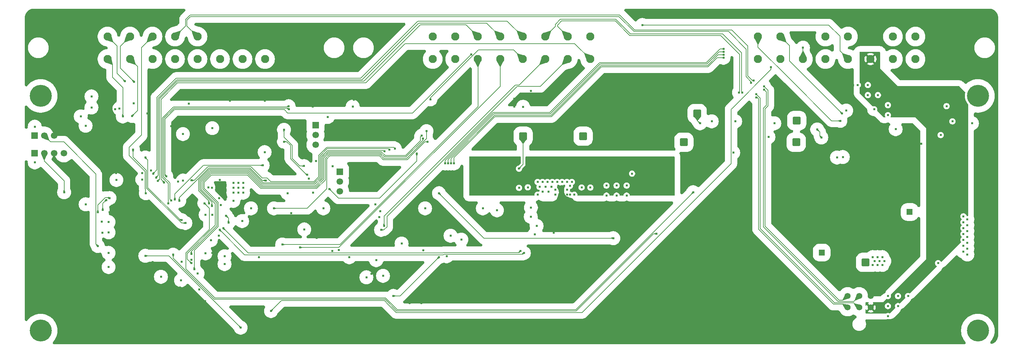
<source format=gbr>
%TF.GenerationSoftware,KiCad,Pcbnew,9.0.7*%
%TF.CreationDate,2026-02-10T17:00:28-08:00*%
%TF.ProjectId,VCU_v2,5643555f-7632-42e6-9b69-6361645f7063,rev?*%
%TF.SameCoordinates,Original*%
%TF.FileFunction,Copper,L4,Bot*%
%TF.FilePolarity,Positive*%
%FSLAX46Y46*%
G04 Gerber Fmt 4.6, Leading zero omitted, Abs format (unit mm)*
G04 Created by KiCad (PCBNEW 9.0.7) date 2026-02-10 17:00:28*
%MOMM*%
%LPD*%
G01*
G04 APERTURE LIST*
G04 Aperture macros list*
%AMRoundRect*
0 Rectangle with rounded corners*
0 $1 Rounding radius*
0 $2 $3 $4 $5 $6 $7 $8 $9 X,Y pos of 4 corners*
0 Add a 4 corners polygon primitive as box body*
4,1,4,$2,$3,$4,$5,$6,$7,$8,$9,$2,$3,0*
0 Add four circle primitives for the rounded corners*
1,1,$1+$1,$2,$3*
1,1,$1+$1,$4,$5*
1,1,$1+$1,$6,$7*
1,1,$1+$1,$8,$9*
0 Add four rect primitives between the rounded corners*
20,1,$1+$1,$2,$3,$4,$5,0*
20,1,$1+$1,$4,$5,$6,$7,0*
20,1,$1+$1,$6,$7,$8,$9,0*
20,1,$1+$1,$8,$9,$2,$3,0*%
G04 Aperture macros list end*
%TA.AperFunction,ComponentPad*%
%ADD10C,3.600000*%
%TD*%
%TA.AperFunction,ConnectorPad*%
%ADD11C,5.700000*%
%TD*%
%TA.AperFunction,ComponentPad*%
%ADD12RoundRect,0.250000X0.750000X0.750000X-0.750000X0.750000X-0.750000X-0.750000X0.750000X-0.750000X0*%
%TD*%
%TA.AperFunction,ComponentPad*%
%ADD13C,2.000000*%
%TD*%
%TA.AperFunction,ComponentPad*%
%ADD14C,2.108200*%
%TD*%
%TA.AperFunction,ComponentPad*%
%ADD15RoundRect,0.250000X-0.550000X-0.550000X0.550000X-0.550000X0.550000X0.550000X-0.550000X0.550000X0*%
%TD*%
%TA.AperFunction,ComponentPad*%
%ADD16C,1.600000*%
%TD*%
%TA.AperFunction,ComponentPad*%
%ADD17RoundRect,0.250000X-0.550000X0.550000X-0.550000X-0.550000X0.550000X-0.550000X0.550000X0.550000X0*%
%TD*%
%TA.AperFunction,ComponentPad*%
%ADD18R,1.700000X1.700000*%
%TD*%
%TA.AperFunction,ComponentPad*%
%ADD19C,1.700000*%
%TD*%
%TA.AperFunction,ComponentPad*%
%ADD20C,1.574800*%
%TD*%
%TA.AperFunction,ComponentPad*%
%ADD21RoundRect,0.250000X-0.750000X-0.750000X0.750000X-0.750000X0.750000X0.750000X-0.750000X0.750000X0*%
%TD*%
%TA.AperFunction,ComponentPad*%
%ADD22RoundRect,0.250000X0.750000X-0.750000X0.750000X0.750000X-0.750000X0.750000X-0.750000X-0.750000X0*%
%TD*%
%TA.AperFunction,ComponentPad*%
%ADD23RoundRect,0.250000X-0.750000X0.750000X-0.750000X-0.750000X0.750000X-0.750000X0.750000X0.750000X0*%
%TD*%
%TA.AperFunction,ViaPad*%
%ADD24C,0.609600*%
%TD*%
%TA.AperFunction,Conductor*%
%ADD25C,0.152400*%
%TD*%
%TA.AperFunction,Conductor*%
%ADD26C,0.203200*%
%TD*%
%TA.AperFunction,Conductor*%
%ADD27C,0.200000*%
%TD*%
G04 APERTURE END LIST*
D10*
%TO.P,H1,1,1*%
%TO.N,unconnected-(H1-Pad1)*%
X274320000Y-53340000D03*
D11*
%TO.N,unconnected-(H1-Pad1)_2*%
X274320000Y-53340000D03*
%TD*%
D12*
%TO.P,C65,1*%
%TO.N,+12V*%
X171858881Y-63813713D03*
D13*
%TO.P,C65,2*%
%TO.N,GND*%
X166858881Y-63813713D03*
%TD*%
D14*
%TO.P,U19,1*%
%TO.N,/Connector-Root/GEN_BTN1+*%
X258129524Y-43767362D03*
%TO.P,U19,2*%
%TO.N,/Connector-Root/GEN_BTN2+*%
X252287524Y-43767362D03*
%TO.P,U19,3*%
%TO.N,/Connector-Root/Vin+*%
X246445524Y-43767362D03*
%TO.P,U19,4*%
%TO.N,/STM32-Root/STM32H723ZGT6/PG3*%
X240603524Y-43767362D03*
%TO.P,U19,5*%
%TO.N,/Connector-Root/BRAKE_LIGHT*%
X234761524Y-43767362D03*
%TO.P,U19,6*%
%TO.N,/Connector-Root/BSPD_FAULT+*%
X228919524Y-43767362D03*
%TO.P,U19,7*%
%TO.N,/Connector-Root/IMD_FAULT+*%
X223077524Y-43767362D03*
%TO.P,U19,8*%
%TO.N,/Connector-Root/BMS_FAULT+*%
X217235524Y-43767362D03*
%TO.P,U19,9*%
%TO.N,/Connector-Root/GEN_BTN1-*%
X258129524Y-37925362D03*
%TO.P,U19,10*%
%TO.N,/Connector-Root/GEN_BTN2-*%
X252287524Y-37925362D03*
%TO.P,U19,11*%
%TO.N,GND*%
X246445524Y-37925362D03*
%TO.P,U19,12*%
%TO.N,/STM32-Root/STM32H723ZGT6/PA1*%
X240603524Y-37925362D03*
%TO.P,U19,13*%
%TO.N,/STM32-Root/STM32H723ZGT6/PA0*%
X234761524Y-37925362D03*
%TO.P,U19,14*%
%TO.N,GND*%
X228919524Y-37925362D03*
%TO.P,U19,15*%
%TO.N,/Connector-Root/IMD_FAULT-*%
X223077524Y-37925362D03*
%TO.P,U19,16*%
%TO.N,/Connector-Root/BMS_FAULT-*%
X217235524Y-37925362D03*
%TD*%
D15*
%TO.P,C11,1*%
%TO.N,+5V*%
X233801877Y-94036020D03*
D16*
%TO.P,C11,2*%
%TO.N,GND*%
X237301877Y-94036020D03*
%TD*%
D17*
%TO.P,C2,1*%
%TO.N,+12V*%
X256605877Y-83493369D03*
D16*
%TO.P,C2,2*%
%TO.N,GND*%
X256605877Y-86993369D03*
%TD*%
D18*
%TO.P,JP3,1,A*%
%TO.N,unconnected-(JP3-A-Pad1)*%
X102362000Y-60960000D03*
D19*
%TO.P,JP3,2,C*%
%TO.N,Net-(JP3-C)*%
X102362000Y-63500000D03*
%TO.P,JP3,3,B*%
%TO.N,/CAN2_N*%
X102362000Y-66040000D03*
%TD*%
D20*
%TO.P,J2,1,1*%
%TO.N,/Connector-Root/Vin+*%
X246515476Y-108306700D03*
%TO.P,J2,2,2*%
%TO.N,/CAN2_P*%
X243515477Y-108306700D03*
%TO.P,J2,3,3*%
%TO.N,/CAN2_N*%
X240515478Y-108306700D03*
%TO.P,J2,4,4*%
%TO.N,GND*%
X246515476Y-105306701D03*
%TO.P,J2,5,5*%
%TO.N,/CAN1_P*%
X243515477Y-105306701D03*
%TO.P,J2,6,6*%
%TO.N,/CAN1_N*%
X240515478Y-105306701D03*
%TD*%
D21*
%TO.P,C66,1*%
%TO.N,+12V*%
X156270881Y-63813713D03*
D13*
%TO.P,C66,2*%
%TO.N,GND*%
X161270881Y-63813713D03*
%TD*%
D18*
%TO.P,JP4,1,A*%
%TO.N,unconnected-(JP4-A-Pad1)*%
X108705000Y-73031000D03*
D19*
%TO.P,JP4,2,C*%
%TO.N,Net-(JP4-C)*%
X108705000Y-75571000D03*
%TO.P,JP4,3,B*%
%TO.N,/CAN1_P*%
X108705000Y-78111000D03*
%TD*%
D18*
%TO.P,JP1,1,A*%
%TO.N,+3.3V*%
X29437393Y-63644027D03*
D19*
%TO.P,JP1,2,C*%
%TO.N,Net-(JP1-C)*%
X31977393Y-63644027D03*
%TO.P,JP1,3,B*%
%TO.N,GND*%
X34517393Y-63644027D03*
%TD*%
D18*
%TO.P,J1,1,Pin_1*%
%TO.N,+3.3V*%
X29395343Y-68252197D03*
D19*
%TO.P,J1,2,Pin_2*%
%TO.N,/STM32-Root/STM32H723ZGT6/PA14*%
X31935343Y-68252197D03*
%TO.P,J1,3,Pin_3*%
%TO.N,GND*%
X34475343Y-68252197D03*
%TO.P,J1,4,Pin_4*%
%TO.N,/STM32-Root/STM32H723ZGT6/PA13*%
X37015343Y-68252197D03*
%TD*%
D22*
%TO.P,C53,1,1*%
%TO.N,+3.3V*%
X227315340Y-59742124D03*
D13*
%TO.P,C53,2,2*%
%TO.N,GND*%
X227315340Y-54742124D03*
%TD*%
D14*
%TO.P,U18,1*%
%TO.N,/STM32-Root/STM32H723ZGT6/PG2*%
X173674524Y-43767362D03*
%TO.P,U18,2*%
%TO.N,/BSPD-Logic/Isense-thresh*%
X167832524Y-43767362D03*
%TO.P,U18,3*%
%TO.N,/BSPD-Logic/Isense-active*%
X161990524Y-43767362D03*
%TO.P,U18,4*%
%TO.N,/BSPD-FAULT*%
X156148524Y-43767362D03*
%TO.P,U18,5*%
%TO.N,/Connector-Root/IMD-FAULT*%
X150306524Y-43767362D03*
%TO.P,U18,6*%
%TO.N,/Connector-Root/BMS-FAULT*%
X144464524Y-43767362D03*
%TO.P,U18,7*%
%TO.N,/Connector-Root/SPEAKER-*%
X138622524Y-43767362D03*
%TO.P,U18,8*%
%TO.N,/Connector-Root/SPEAKER+*%
X132780524Y-43767362D03*
%TO.P,U18,9*%
%TO.N,/STM32-Root/STM32H723ZGT6/PA2*%
X173674524Y-37925362D03*
%TO.P,U18,10*%
%TO.N,/CAN2_N*%
X167832524Y-37925362D03*
%TO.P,U18,11*%
%TO.N,/CAN2_P*%
X161990524Y-37925362D03*
%TO.P,U18,12*%
%TO.N,/STM32-Root/STM32H723ZGT6/PG8*%
X156148524Y-37925362D03*
%TO.P,U18,13*%
%TO.N,/STM32-Root/STM32H723ZGT6/PG7*%
X150306524Y-37925362D03*
%TO.P,U18,14*%
%TO.N,/STM32-Root/STM32H723ZGT6/PG6*%
X144464524Y-37925362D03*
%TO.P,U18,15*%
%TO.N,/STM32-Root/STM32H723ZGT6/PE10*%
X138622524Y-37925362D03*
%TO.P,U18,16*%
%TO.N,/STM32-Root/STM32H723ZGT6/PE11*%
X132780524Y-37925362D03*
%TD*%
D12*
%TO.P,C76,1,1*%
%TO.N,+3.3V*%
X198012660Y-65352753D03*
D13*
%TO.P,C76,2,2*%
%TO.N,GND*%
X193012660Y-65352753D03*
%TD*%
D10*
%TO.P,H2,1,1*%
%TO.N,unconnected-(H2-Pad1)_1*%
X31002724Y-53340000D03*
D11*
%TO.N,unconnected-(H2-Pad1)*%
X31002724Y-53340000D03*
%TD*%
D10*
%TO.P,H3,1,1*%
%TO.N,unconnected-(H3-Pad1)_1*%
X274320000Y-114300000D03*
D11*
%TO.N,unconnected-(H3-Pad1)*%
X274320000Y-114300000D03*
%TD*%
D23*
%TO.P,C61,1,1*%
%TO.N,Net-(U14-LDOO)*%
X227169966Y-65385949D03*
D13*
%TO.P,C61,2,2*%
%TO.N,GND*%
X227169966Y-70385949D03*
%TD*%
D14*
%TO.P,U17,1*%
%TO.N,/Connector-Root/APPS1-SIG*%
X89244924Y-43767362D03*
%TO.P,U17,2*%
%TO.N,/Connector-Root/APPS2-SIG*%
X83402924Y-43767362D03*
%TO.P,U17,3*%
%TO.N,/BSE-SIG*%
X77560924Y-43767362D03*
%TO.P,U17,4*%
%TO.N,+4.8V*%
X71718924Y-43767362D03*
%TO.P,U17,5*%
X65876924Y-43767362D03*
%TO.P,U17,6*%
X60034924Y-43767362D03*
%TO.P,U17,7*%
%TO.N,/Connector-Root/RTD_BTN-*%
X54192924Y-43767362D03*
%TO.P,U17,8*%
%TO.N,/Connector-Root/RTD_BTN+*%
X48350924Y-43767362D03*
%TO.P,U17,9*%
%TO.N,GND*%
X89244924Y-37925362D03*
%TO.P,U17,10*%
X83402924Y-37925362D03*
%TO.P,U17,11*%
X77560924Y-37925362D03*
%TO.P,U17,12*%
%TO.N,/CAN1_P*%
X71718924Y-37925362D03*
%TO.P,U17,13*%
%TO.N,/CAN1_N*%
X65876924Y-37925362D03*
%TO.P,U17,14*%
%TO.N,/STM32-Root/STM32H723ZGT6/PB15*%
X60034924Y-37925362D03*
%TO.P,U17,15*%
%TO.N,/Connector-Root/PRECHARGE_BTN+*%
X54192924Y-37925362D03*
%TO.P,U17,16*%
%TO.N,/Connector-Root/PRECHARGE_BTN-*%
X48350924Y-37925362D03*
%TD*%
D10*
%TO.P,H4,1,1*%
%TO.N,unconnected-(H4-Pad1)_2*%
X31002724Y-114300000D03*
D11*
%TO.N,unconnected-(H4-Pad1)_1*%
X31002724Y-114300000D03*
%TD*%
D22*
%TO.P,C13,1*%
%TO.N,+5V*%
X245175877Y-96576020D03*
D13*
%TO.P,C13,2*%
%TO.N,GND*%
X245175877Y-91576020D03*
%TD*%
D22*
%TO.P,C80,1,1*%
%TO.N,+3.3V*%
X201451446Y-57914787D03*
D13*
%TO.P,C80,2,2*%
%TO.N,GND*%
X201451446Y-52914787D03*
%TD*%
D24*
%TO.N,/STM32-Root/STM32H723ZGT6/VBAT*%
X58166000Y-94869000D03*
X82931000Y-113538000D03*
%TO.N,GND*%
X274469724Y-47910162D03*
X30480000Y-74676000D03*
X274469724Y-68786962D03*
X45879629Y-94996000D03*
X160020000Y-75692000D03*
X107455324Y-110540562D03*
X269250524Y-107930962D03*
X193572124Y-97492562D03*
X243154524Y-50519762D03*
X273812000Y-64135000D03*
X256202524Y-110540562D03*
X89154000Y-54610000D03*
X79502000Y-61707286D03*
X180524124Y-84444562D03*
X108381800Y-93395800D03*
X102236124Y-42690962D03*
X36996124Y-47910162D03*
X277079324Y-102711762D03*
X42215324Y-45300562D03*
X271860124Y-102711762D03*
X227496924Y-87054162D03*
X185743324Y-113150162D03*
X271860124Y-45300562D03*
X164592000Y-77724000D03*
X36996124Y-107930962D03*
X128332124Y-45300562D03*
X68072000Y-105664000D03*
X67564000Y-96393000D03*
X42215324Y-102711762D03*
X250983324Y-76615762D03*
X87630000Y-97790000D03*
X266640924Y-34862162D03*
X39605724Y-92273362D03*
X50546000Y-73406000D03*
X237935324Y-97492562D03*
X224887324Y-87054162D03*
X206620124Y-50519762D03*
X227496924Y-84444562D03*
X50044124Y-102711762D03*
X46990000Y-88900000D03*
X214376000Y-65532000D03*
X154428124Y-113150162D03*
X222277724Y-110540562D03*
X198791324Y-107930962D03*
X151818524Y-102711762D03*
X125722524Y-47910162D03*
X166370000Y-75692000D03*
X183133724Y-81834962D03*
X86614000Y-102362000D03*
X125730000Y-82804000D03*
X44824924Y-105321362D03*
X136398000Y-99060000D03*
X188352924Y-107930962D03*
X209229724Y-47910162D03*
X97016924Y-102711762D03*
X70612000Y-84455000D03*
X258812124Y-110540562D03*
X232716124Y-110540562D03*
X151818524Y-100102162D03*
X222277724Y-105321362D03*
X190962524Y-58348562D03*
X154051000Y-87630000D03*
X125722524Y-60958162D03*
X190962524Y-107930962D03*
X34386524Y-58348562D03*
X222277724Y-100102162D03*
X164211000Y-88900000D03*
X160528000Y-76962000D03*
X99626524Y-42690962D03*
X133551324Y-58348562D03*
X99626524Y-37471762D03*
X198791324Y-113150162D03*
X101727000Y-78486000D03*
X193572124Y-107930962D03*
X269250524Y-105321362D03*
X215392000Y-66040000D03*
X224887324Y-113150162D03*
X38862000Y-74676000D03*
X277079324Y-47910162D03*
X219668124Y-110540562D03*
X188352924Y-113150162D03*
X168402000Y-78994000D03*
X190962524Y-110540562D03*
X204010524Y-110540562D03*
X253592924Y-107930962D03*
X277079324Y-74006162D03*
X224887324Y-74006162D03*
X149208924Y-100102162D03*
X169545000Y-78994000D03*
X60482524Y-110540562D03*
X102236124Y-100102162D03*
X264031324Y-110540562D03*
X240157730Y-92409908D03*
X39605724Y-47910162D03*
X45593000Y-96774000D03*
X271860124Y-107930962D03*
X151818524Y-97492562D03*
X42215324Y-47910162D03*
X258812124Y-107930962D03*
X271860124Y-100102162D03*
X167476124Y-102711762D03*
X39605724Y-94882962D03*
X248373724Y-60958162D03*
X164866524Y-105321362D03*
X241173730Y-91393908D03*
X250825730Y-87329908D03*
X94407324Y-110540562D03*
X42316114Y-113050313D03*
X196181724Y-60958162D03*
X102641400Y-90271600D03*
X253592924Y-113150162D03*
X265455400Y-102565200D03*
X64897000Y-61214000D03*
X50044124Y-107930962D03*
X44824924Y-40081362D03*
X167476124Y-97492562D03*
X173736000Y-86614000D03*
X39605724Y-97492562D03*
X159647324Y-97492562D03*
X42215324Y-34862162D03*
X171450000Y-77114400D03*
X269250524Y-47910162D03*
X250983324Y-74006162D03*
X244475730Y-83011908D03*
X95377000Y-72644000D03*
X128332124Y-50519762D03*
X102236124Y-45300562D03*
X65701724Y-110540562D03*
X153924000Y-54102000D03*
X107455324Y-97492562D03*
X207391000Y-99695000D03*
X227496924Y-89663762D03*
X44824924Y-42690962D03*
X47434524Y-105321362D03*
X99626524Y-102711762D03*
X269250524Y-110540562D03*
X264031324Y-37471762D03*
X253873730Y-87329908D03*
X215392000Y-67056000D03*
X235325724Y-113150162D03*
X163830000Y-75692000D03*
X190962524Y-102711762D03*
X239141730Y-91393908D03*
X196181724Y-107930962D03*
X216916000Y-99695000D03*
X164866524Y-102711762D03*
X249301730Y-91393908D03*
X206620124Y-113150162D03*
X138770524Y-53129362D03*
X44824924Y-100102162D03*
X252349730Y-87329908D03*
X193572124Y-58348562D03*
X162256924Y-97492562D03*
X266640924Y-110540562D03*
X232716124Y-89663762D03*
X271860124Y-105321362D03*
X242951000Y-62992000D03*
X167640000Y-78994000D03*
X232716124Y-113150162D03*
X217058524Y-94882962D03*
X77597000Y-75946000D03*
X157037724Y-97492562D03*
X201400924Y-63567762D03*
X224887324Y-105321362D03*
X224887324Y-110540562D03*
X214376000Y-64516000D03*
X39605724Y-100102162D03*
X190962524Y-60958162D03*
X159647324Y-102711762D03*
X170085724Y-97492562D03*
X125722524Y-50519762D03*
X170085724Y-100102162D03*
X138770524Y-74006162D03*
X50044124Y-110540562D03*
X42215324Y-40081362D03*
X42215324Y-42690962D03*
X77537724Y-75184000D03*
X243459730Y-83011908D03*
X214448924Y-110540562D03*
X201400924Y-107930962D03*
X217058524Y-113150162D03*
X274469724Y-34862162D03*
X166878000Y-76708000D03*
X43688000Y-93472000D03*
X224887324Y-102711762D03*
X274469724Y-97492562D03*
X170085724Y-113150162D03*
X168148000Y-57404000D03*
X87630000Y-95250000D03*
X238125730Y-92409908D03*
X66675000Y-75565000D03*
X154428124Y-97492562D03*
X168402000Y-76708000D03*
X146599324Y-100102162D03*
X108458000Y-53086000D03*
X266640924Y-45300562D03*
X143989724Y-97492562D03*
X110490000Y-86334600D03*
X250983324Y-113150162D03*
X117893724Y-53129362D03*
X180524124Y-76615762D03*
X80137000Y-54595286D03*
X73660000Y-106680000D03*
X247269730Y-90123908D03*
X58674000Y-57912000D03*
X50044124Y-113150162D03*
X36996124Y-97492562D03*
X52653724Y-107930962D03*
X50044124Y-105321362D03*
X256202524Y-113150162D03*
X42215324Y-97492562D03*
X265430000Y-99212400D03*
X59055000Y-114173000D03*
X261421724Y-34862162D03*
X44824924Y-45300562D03*
X248373724Y-113150162D03*
X104845724Y-102711762D03*
X161290000Y-75692000D03*
X258812124Y-105321362D03*
X193572124Y-105321362D03*
X102236124Y-110540562D03*
X85598000Y-64897000D03*
X124206000Y-97028000D03*
X162814000Y-78232000D03*
X125722524Y-53129362D03*
X235325724Y-110540562D03*
X44824924Y-34862162D03*
X190962524Y-100102162D03*
X44824924Y-102711762D03*
X209229724Y-50519762D03*
X162256924Y-105321362D03*
X180524124Y-79225362D03*
X209229724Y-113150162D03*
X141380124Y-50519762D03*
X107455324Y-100102162D03*
X259588000Y-65786000D03*
X211839324Y-110540562D03*
X227496924Y-107930962D03*
X157480000Y-77089000D03*
X222277724Y-53129362D03*
X211839324Y-107930962D03*
X111252000Y-110998000D03*
X160020000Y-78994000D03*
X224887324Y-107930962D03*
X50292000Y-56769000D03*
X115284124Y-63567762D03*
X237935324Y-113150162D03*
X212217000Y-99695000D03*
X268300200Y-102006400D03*
X196181724Y-50519762D03*
X36996124Y-102711762D03*
X217058524Y-110540562D03*
X240544924Y-97492562D03*
X167476124Y-100102162D03*
X250983324Y-105321362D03*
X215392000Y-64008000D03*
X99626524Y-110540562D03*
X44824924Y-37471762D03*
X39605724Y-102711762D03*
X60960000Y-103378000D03*
X269250524Y-40081362D03*
X258812124Y-113150162D03*
X167476124Y-113150162D03*
X63092124Y-110540562D03*
X269250524Y-34862162D03*
X52653724Y-110540562D03*
X258812124Y-92273362D03*
X149208924Y-102711762D03*
X59182000Y-61087000D03*
X206620124Y-110540562D03*
X123952000Y-87122000D03*
X168910000Y-75692000D03*
X219668124Y-107930962D03*
X36996124Y-34862162D03*
X271860124Y-97492562D03*
X172695324Y-97492562D03*
X96012000Y-83820000D03*
X42215324Y-37471762D03*
X274469724Y-71396562D03*
X256202524Y-71396562D03*
X99626524Y-40081362D03*
X180524124Y-81834962D03*
X190962524Y-97492562D03*
X275336000Y-89916000D03*
X164866524Y-113150162D03*
X72136000Y-103632000D03*
X180524124Y-113150162D03*
X47434524Y-107930962D03*
X167640000Y-77724000D03*
X240544924Y-100102162D03*
X183133724Y-79225362D03*
X266640924Y-113150162D03*
X274469724Y-79225362D03*
X201400924Y-113150162D03*
X264007600Y-96774000D03*
X188352924Y-66177362D03*
X190962524Y-105321362D03*
X165100000Y-75692000D03*
X209229724Y-89663762D03*
X125722524Y-45300562D03*
X66802000Y-114173000D03*
X159647324Y-105321362D03*
X254381730Y-88853908D03*
X266640924Y-107930962D03*
X245764124Y-50519762D03*
X249301730Y-87329908D03*
X146599324Y-97492562D03*
X166116000Y-77724000D03*
X36996124Y-45300562D03*
X117893724Y-110540562D03*
X193572124Y-102711762D03*
X44824924Y-107930962D03*
X250983324Y-55738962D03*
X94407324Y-42690962D03*
X165608000Y-78994000D03*
X177914524Y-110540562D03*
X161290000Y-78232000D03*
X84074000Y-102362000D03*
X185743324Y-110540562D03*
X266640924Y-42690962D03*
X245491730Y-87075908D03*
X155194000Y-77216000D03*
X256202524Y-105321362D03*
X266640924Y-40081362D03*
X274469724Y-100102162D03*
X51943000Y-89433132D03*
X271860124Y-34862162D03*
X173990000Y-60198000D03*
X164866524Y-100102162D03*
X248373724Y-63567762D03*
X222277724Y-107930962D03*
X99626524Y-100102162D03*
X117858415Y-81533000D03*
X245764124Y-76615762D03*
X162560000Y-75692000D03*
X39605724Y-105321362D03*
X162052000Y-76962000D03*
X215392000Y-65024000D03*
X219668124Y-113150162D03*
X250983324Y-110540562D03*
X264031324Y-107930962D03*
X170085724Y-102711762D03*
X164592000Y-78994000D03*
X39370000Y-62357000D03*
X31776924Y-47910162D03*
X39605724Y-45300562D03*
X248285730Y-88853908D03*
X38608000Y-56388000D03*
X126746000Y-107188000D03*
X39605724Y-107930962D03*
X196181724Y-58348562D03*
X193572124Y-60958162D03*
X162256924Y-102711762D03*
X237935324Y-100102162D03*
X261421724Y-107930962D03*
X266192000Y-56007000D03*
X252857730Y-88853908D03*
X159647324Y-100102162D03*
X78486000Y-60183286D03*
X266640924Y-37471762D03*
X42215324Y-89663762D03*
X202565000Y-99695000D03*
X204010524Y-113150162D03*
X188352924Y-110540562D03*
X274469724Y-102711762D03*
X67183000Y-103124000D03*
X129794000Y-107188000D03*
X69469000Y-55357286D03*
X42215324Y-87054162D03*
X269250524Y-42690962D03*
X277079324Y-105321362D03*
X138770524Y-55738962D03*
X36996124Y-92273362D03*
X70104000Y-95885000D03*
X177914524Y-113150162D03*
X243459730Y-87075908D03*
X240411000Y-63119000D03*
X209229724Y-107930962D03*
X149208924Y-97492562D03*
X66040000Y-73384032D03*
X177914524Y-76615762D03*
X250983324Y-58348562D03*
X149208924Y-105321362D03*
X130941724Y-47910162D03*
X201400924Y-110540562D03*
X163576000Y-76962000D03*
X50165000Y-66421000D03*
X68834000Y-103251000D03*
X97016924Y-42690962D03*
X70104000Y-103378000D03*
X42215324Y-105321362D03*
X261421724Y-110540562D03*
X209229724Y-110540562D03*
X75565000Y-94107000D03*
X245491730Y-83011908D03*
X39878000Y-54102000D03*
X269250524Y-37471762D03*
X256202524Y-107930962D03*
X250983324Y-107930962D03*
X42215324Y-107930962D03*
X264031324Y-113150162D03*
X39605724Y-37471762D03*
X175304924Y-63567762D03*
X146812000Y-86106000D03*
X55263324Y-113150162D03*
X102489000Y-70231000D03*
X277079324Y-66177362D03*
X235325724Y-97492562D03*
X172212000Y-57150000D03*
X214376000Y-66548000D03*
X170116500Y-82994500D03*
X38862000Y-85598000D03*
X97016924Y-110540562D03*
X97016924Y-37471762D03*
X193572124Y-110540562D03*
X148336000Y-86360000D03*
X93980000Y-88900000D03*
X54102000Y-103378000D03*
X183133724Y-76615762D03*
X116840000Y-99568000D03*
X250317730Y-90123908D03*
X118872000Y-84836000D03*
X180524124Y-110540562D03*
X214448924Y-113150162D03*
X172695324Y-100102162D03*
X188352924Y-63567762D03*
X77724000Y-81661000D03*
X153924000Y-56134000D03*
X222277724Y-113150162D03*
X47434524Y-102711762D03*
X175304924Y-97492562D03*
X277079324Y-76615762D03*
X34386524Y-34862162D03*
X99626524Y-45300562D03*
X46863000Y-72771000D03*
X198791324Y-110540562D03*
X57872924Y-110540562D03*
X128332124Y-47910162D03*
X104845724Y-110540562D03*
X274469724Y-74006162D03*
X117893724Y-74006162D03*
X79375000Y-52741086D03*
X52653724Y-113150162D03*
X133551324Y-105321362D03*
X102236124Y-102711762D03*
X248373724Y-76615762D03*
X190962524Y-113150162D03*
X97016924Y-40081362D03*
X36996124Y-105321362D03*
X158242000Y-52070000D03*
X277079324Y-97492562D03*
X73660000Y-110744000D03*
X77216000Y-89662000D03*
X277079324Y-94882962D03*
X36996124Y-42690962D03*
X248373724Y-53129362D03*
X277079324Y-34862162D03*
X30480000Y-85598000D03*
X251333730Y-88853908D03*
X264031324Y-42690962D03*
X230106524Y-107930962D03*
X131318000Y-86614000D03*
X243154524Y-100102162D03*
X193572124Y-100102162D03*
X173710600Y-77139800D03*
X230106524Y-113150162D03*
X59182000Y-62738000D03*
X165354000Y-76708000D03*
X102236124Y-40081362D03*
X183133724Y-110540562D03*
X75438000Y-77216000D03*
X177292000Y-82550000D03*
X136160924Y-58348562D03*
X177914524Y-79225362D03*
X34386524Y-45300562D03*
X130302000Y-93472000D03*
X227496924Y-110540562D03*
X159647324Y-113150162D03*
X94361000Y-87630000D03*
X230106524Y-110540562D03*
X146599324Y-102711762D03*
X167640000Y-75692000D03*
X55263324Y-110540562D03*
X36996124Y-37471762D03*
X141380124Y-53129362D03*
X274469724Y-76615762D03*
X245764124Y-53129362D03*
X75565000Y-84201000D03*
X60071000Y-96520000D03*
X59630329Y-72703671D03*
X183133724Y-113150162D03*
X117893724Y-60958162D03*
X214448924Y-107930962D03*
X277079324Y-100102162D03*
X52978739Y-74168000D03*
X104845724Y-97492562D03*
X249809730Y-88853908D03*
X117893724Y-63567762D03*
X151818524Y-63567762D03*
X97016924Y-45300562D03*
X204010524Y-107930962D03*
X112268000Y-54356000D03*
X184785000Y-105791000D03*
X84258738Y-59055000D03*
X230106524Y-89663762D03*
X247777730Y-91393908D03*
X244475730Y-87075908D03*
X211839324Y-113150162D03*
X227496924Y-113150162D03*
X94407324Y-45300562D03*
X269250524Y-45300562D03*
X70612000Y-89408000D03*
X277079324Y-68786962D03*
X94407324Y-37471762D03*
X99314000Y-85852000D03*
X128332124Y-42690962D03*
X172695324Y-113150162D03*
X34925000Y-77978000D03*
X143989724Y-100102162D03*
X277079324Y-79225362D03*
X57658000Y-103378000D03*
X264031324Y-34862162D03*
X58928000Y-106680000D03*
X34386524Y-47910162D03*
X47434524Y-110540562D03*
X253592924Y-71396562D03*
X36996124Y-94882962D03*
X180524124Y-107930962D03*
X106807000Y-71628000D03*
X211839324Y-87054162D03*
X271860124Y-47910162D03*
X248793730Y-90123908D03*
X104845724Y-100102162D03*
X42215324Y-100102162D03*
X166624000Y-78994000D03*
X66929000Y-60198000D03*
X167476124Y-105321362D03*
X175304924Y-113150162D03*
X250983324Y-102711762D03*
X157037724Y-113150162D03*
X237109730Y-91393908D03*
X217058524Y-107930962D03*
X164211000Y-87122000D03*
X86868000Y-91694000D03*
X36996124Y-100102162D03*
X197866000Y-99695000D03*
X101600000Y-56134000D03*
X78486000Y-66929000D03*
X39605724Y-34862162D03*
X90424000Y-99822000D03*
X253592924Y-105321362D03*
X54940200Y-73406000D03*
X143989724Y-105321362D03*
X31776924Y-34862162D03*
X274469724Y-107930962D03*
X107455324Y-102711762D03*
X164866524Y-97492562D03*
X135890000Y-82804000D03*
X188352924Y-58348562D03*
X94407324Y-40081362D03*
X170180000Y-84836000D03*
X146599324Y-105321362D03*
X253592924Y-110540562D03*
X66469327Y-61087000D03*
X196181724Y-110540562D03*
X39605724Y-42690962D03*
X227496924Y-105321362D03*
X57383566Y-73406000D03*
X230106524Y-92273362D03*
X274469724Y-105321362D03*
X102236124Y-97492562D03*
X162256924Y-100102162D03*
X48895000Y-83566000D03*
X46904239Y-86020239D03*
X143989724Y-102711762D03*
X56388000Y-99822000D03*
X177393600Y-84353400D03*
X214448924Y-84444562D03*
X222277724Y-102711762D03*
X114554000Y-110998000D03*
X47434524Y-113150162D03*
X261421724Y-113150162D03*
X77343000Y-79883000D03*
X36996124Y-40081362D03*
X39605724Y-40081362D03*
X277079324Y-71396562D03*
X206620124Y-107930962D03*
X162256924Y-113150162D03*
X55263324Y-107930962D03*
X102236124Y-37471762D03*
X188352924Y-60958162D03*
X258812124Y-94882962D03*
X277079324Y-107930962D03*
X264031324Y-40081362D03*
X215392000Y-62992000D03*
X196181724Y-113150162D03*
X193572124Y-113150162D03*
X136160924Y-55738962D03*
X125722524Y-63567762D03*
X203581000Y-70002400D03*
%TO.N,+5V*%
X249555730Y-97235908D03*
X248285730Y-97235908D03*
X75565000Y-61707286D03*
X81026000Y-80611362D03*
X248793730Y-96219908D03*
X249555730Y-95203908D03*
X250063730Y-96219908D03*
X248285730Y-95203908D03*
X67945000Y-63246000D03*
X105537000Y-58801000D03*
X42672000Y-61087000D03*
X41402000Y-58674000D03*
X89154000Y-67945000D03*
X247523730Y-96219908D03*
X247015730Y-97235908D03*
X247015730Y-95203908D03*
%TO.N,+3.3V*%
X221488000Y-60452000D03*
X148844000Y-75692000D03*
X189484000Y-77724000D03*
X50673000Y-75184000D03*
X57383566Y-75057000D03*
X202184000Y-60452000D03*
X44196000Y-56337200D03*
X112014000Y-56134000D03*
X191516000Y-74676000D03*
X74549000Y-77089000D03*
X189484000Y-71628000D03*
X188468000Y-76200000D03*
X83566000Y-75946000D03*
X149860000Y-74168000D03*
X194564000Y-73152000D03*
X48641000Y-94107000D03*
X82296000Y-77216000D03*
X82296000Y-78486000D03*
X264668000Y-63500000D03*
X149860000Y-71120000D03*
X42672000Y-81491932D03*
X67945000Y-75311000D03*
X81026000Y-78486000D03*
X73828239Y-84222133D03*
X193548000Y-74676000D03*
X219964000Y-64008000D03*
X143764000Y-71120000D03*
X48641000Y-86106000D03*
X48641000Y-97790000D03*
X187452000Y-74676000D03*
X67437000Y-101219000D03*
X210820000Y-68072000D03*
X75184000Y-90805000D03*
X100584000Y-74803000D03*
X187452000Y-71628000D03*
X146812000Y-72644000D03*
X187452000Y-77724000D03*
X144780000Y-75692000D03*
X272796000Y-60452000D03*
X205232000Y-59944000D03*
X78740000Y-94996000D03*
X252984000Y-61976000D03*
X95123000Y-78613000D03*
X71755000Y-99441000D03*
X143764000Y-77216000D03*
X82296000Y-75946000D03*
X29464000Y-61341000D03*
X81026000Y-75946000D03*
X55118000Y-55245000D03*
X48641000Y-88773000D03*
X191516000Y-77724000D03*
X73787000Y-94234000D03*
X62230000Y-100330000D03*
X144780000Y-72644000D03*
X78740000Y-97028000D03*
X81026000Y-77216000D03*
X193548000Y-71628000D03*
X147828000Y-77216000D03*
X145796000Y-77216000D03*
X44196000Y-53467000D03*
X192532000Y-73152000D03*
X190500000Y-76200000D03*
X146812000Y-75692000D03*
X267716000Y-59944000D03*
X147828000Y-71120000D03*
X189484000Y-74676000D03*
X83566000Y-78486000D03*
X191516000Y-71628000D03*
X148844000Y-72644000D03*
X145796000Y-74168000D03*
X188468000Y-73152000D03*
X145796000Y-71120000D03*
X211328000Y-59944000D03*
X143764000Y-74168000D03*
X192532000Y-76200000D03*
X83566000Y-77216000D03*
X150876000Y-75692000D03*
X83312000Y-85852000D03*
X150876000Y-72644000D03*
X51460400Y-56591200D03*
X147828000Y-74168000D03*
X29464000Y-70612000D03*
X190500000Y-73152000D03*
%TO.N,/STM32-Root/STM32H723ZGT6/PF14*%
X58166000Y-69342000D03*
X67564000Y-85598000D03*
%TO.N,/STM32-Root/STM32H723ZGT6/PF15*%
X68580000Y-86360000D03*
X54991000Y-67310000D03*
%TO.N,/STM32-Root/STM32H723ZGT6/PG0*%
X77470000Y-88138000D03*
X156464000Y-94157800D03*
%TO.N,/STM32-Root/STM32H723ZGT6/PG1*%
X78422500Y-87693500D03*
X155575000Y-93599000D03*
%TO.N,/STM32-Root/STM32H723ZGT6/PA14*%
X37087597Y-78359000D03*
%TO.N,/STM32-Root/STM32H723ZGT6/PA0*%
X70104000Y-94361000D03*
X208280000Y-41910003D03*
X130232813Y-64389000D03*
X136779000Y-70866000D03*
%TO.N,/STM32-Root/STM32H723ZGT6/PG2*%
X63037539Y-75832261D03*
%TO.N,/STM32-Root/STM32H723ZGT6/PD1*%
X88646000Y-71374000D03*
X65848568Y-80227832D03*
%TO.N,/STM32-Root/STM32H723ZGT6/PG3*%
X142748000Y-42545000D03*
X63629000Y-74245428D03*
X187198000Y-34925000D03*
%TO.N,/STM32-Root/STM32H723ZGT6/PA1*%
X137541000Y-70866000D03*
X129921000Y-63627000D03*
X208280000Y-42672006D03*
X70104000Y-96774000D03*
%TO.N,/STM32-Root/STM32H723ZGT6/PD0*%
X89408000Y-75311000D03*
X66978368Y-80567368D03*
%TO.N,/STM32-Root/STM32H723ZGT6/PC11*%
X47117000Y-82991931D03*
X48006000Y-80374332D03*
%TO.N,/STM32-Root/STM32H723ZGT6/PC1*%
X190881000Y-89154000D03*
X65419939Y-94589600D03*
%TO.N,/STM32-Root/STM32H723ZGT6/PC10*%
X48895000Y-79874332D03*
X45847000Y-83550731D03*
%TO.N,/STM32-Root/STM32H723ZGT6/PB12*%
X70167500Y-75275764D03*
X134416800Y-78613000D03*
X179679600Y-90297000D03*
X122936000Y-67056000D03*
%TO.N,/STM32-Root/STM32H723ZGT6/PG8*%
X60198000Y-73533000D03*
%TO.N,/STM32-Root/STM32H723ZGT6/PB15*%
X58293000Y-78613000D03*
%TO.N,/STM32-Root/STM32H723ZGT6/PE10*%
X120269000Y-67691000D03*
X75438000Y-81915000D03*
%TO.N,/STM32-Root/STM32H723ZGT6/PE9*%
X79756000Y-86233000D03*
X79121000Y-84455000D03*
%TO.N,/STM32-Root/STM32H723ZGT6/PG7*%
X60960000Y-74549000D03*
%TO.N,/STM32-Root/STM32H723ZGT6/PB6*%
X64135000Y-81280000D03*
X95377000Y-56007000D03*
%TO.N,/STM32-Root/STM32H723ZGT6/PA2*%
X208280000Y-43434009D03*
X70866000Y-98345632D03*
X131191000Y-62484000D03*
X138303003Y-70866000D03*
%TO.N,/STM32-Root/STM32H723ZGT6/PB5*%
X64897000Y-80520000D03*
X95427800Y-56769000D03*
%TO.N,/STM32-Root/STM32H723ZGT6/PE11*%
X74676000Y-81280000D03*
X121539000Y-67310000D03*
%TO.N,/STM32-Root/STM32H723ZGT6/PB10*%
X73507600Y-81229200D03*
X200406000Y-78359000D03*
%TO.N,/STM32-Root/STM32H723ZGT6/PG6*%
X61417200Y-75438000D03*
%TO.N,Net-(JP1-C)*%
X45847000Y-92329000D03*
%TO.N,/BSPD-FAULT*%
X128651000Y-68326000D03*
X106001383Y-77513617D03*
X132207000Y-54229000D03*
%TO.N,/Connector-Root/BSPD_FAULT+*%
X228931028Y-40812944D03*
X91567000Y-82550000D03*
X208280000Y-41148000D03*
X131445000Y-65278000D03*
X136017000Y-70866000D03*
%TO.N,/Connector-Root/BMS-FAULT*%
X93726000Y-91948000D03*
X233680000Y-64135000D03*
X232600500Y-62039500D03*
%TO.N,/Connector-Root/BRAKE_LIGHT*%
X90805000Y-109220000D03*
X220599000Y-45847000D03*
%TO.N,/Connector-Root/IMD-FAULT*%
X98298000Y-92710000D03*
%TO.N,/Connector-Root/PRECHARGE_BTN+*%
X55245000Y-49657000D03*
%TO.N,/Connector-Root/PRECHARGE_BTN-*%
X52832000Y-49530000D03*
%TO.N,/Connector-Root/RTD_BTN+*%
X52324000Y-58674000D03*
%TO.N,/Connector-Root/RTD_BTN-*%
X54737000Y-58547000D03*
%TO.N,+12V*%
X85598000Y-82550000D03*
X271602200Y-94538800D03*
X158242000Y-84709000D03*
X271602200Y-89966800D03*
X119126000Y-83312000D03*
X111125000Y-95250000D03*
X136398000Y-94996000D03*
X270586200Y-86156800D03*
X271602200Y-86918800D03*
X106680000Y-93599000D03*
X159258000Y-89281000D03*
X240157000Y-57150000D03*
X184531000Y-73533000D03*
X99441000Y-88011000D03*
X270586200Y-87680800D03*
X159766000Y-87122000D03*
X140233400Y-90652600D03*
X158305500Y-82359500D03*
X137414000Y-89662000D03*
X118110000Y-96012000D03*
X115570000Y-100457000D03*
X119888000Y-100076000D03*
X247396000Y-56803765D03*
X270586200Y-93776800D03*
X239268000Y-69215000D03*
X270586200Y-92252800D03*
X130810000Y-82550000D03*
X270586200Y-89204800D03*
X237744000Y-69342000D03*
X270586200Y-90728800D03*
X145796000Y-82550000D03*
X271602200Y-91490800D03*
X271602200Y-93014800D03*
X156260800Y-56159400D03*
X149479000Y-83058000D03*
X271602200Y-88442800D03*
X104394000Y-82550000D03*
X124714000Y-91694000D03*
X155168600Y-72237600D03*
X270586200Y-84632800D03*
X271602200Y-85394800D03*
%TO.N,/Connector-Root/Vin+*%
X262382000Y-69342000D03*
X268986000Y-69342000D03*
X270002000Y-70612000D03*
X267208000Y-69342000D03*
X263906000Y-69342000D03*
X265430000Y-69342000D03*
X263144000Y-70612000D03*
X266446000Y-70612000D03*
X264922000Y-70612000D03*
X268224000Y-70612000D03*
%TO.N,Net-(R102-Pad1)*%
X122555000Y-105283000D03*
X134366000Y-95250000D03*
%TO.N,/BSPD-Logic/Isense-thresh*%
X119380000Y-88138000D03*
%TO.N,/BSPD-Logic/Isense-active*%
X120142000Y-87122000D03*
%TO.N,/CAN1_P*%
X215469085Y-49960915D03*
X218821000Y-51737800D03*
X99377500Y-71564500D03*
X94168649Y-62119638D03*
%TO.N,/CAN2_N*%
X216789000Y-53769800D03*
X212295200Y-52451000D03*
%TO.N,/CAN1_N*%
X94168649Y-65218438D03*
X100203000Y-73848324D03*
X216076915Y-49353085D03*
X218821000Y-50878200D03*
%TO.N,/CAN2_P*%
X213154800Y-52451000D03*
X216789000Y-52910200D03*
%TO.N,/Connector-Root/BMS_FAULT-*%
X238633000Y-59817000D03*
%TO.N,/Connector-Root/IMD_FAULT-*%
X239050258Y-57912000D03*
%TD*%
D25*
%TO.N,/STM32-Root/STM32H723ZGT6/VBAT*%
X82931000Y-113538000D02*
X82931000Y-113494755D01*
X82931000Y-113494755D02*
X64305245Y-94869000D01*
X64305245Y-94869000D02*
X58166000Y-94869000D01*
D26*
%TO.N,+3.3V*%
X201451446Y-59719446D02*
X202184000Y-60452000D01*
X201451446Y-57914787D02*
X201451446Y-59719446D01*
D25*
%TO.N,/STM32-Root/STM32H723ZGT6/PF14*%
X58801000Y-77164534D02*
X58801000Y-69977000D01*
X58801000Y-69977000D02*
X58166000Y-69342000D01*
X67564000Y-85598000D02*
X67234466Y-85598000D01*
X67234466Y-85598000D02*
X58801000Y-77164534D01*
%TO.N,/STM32-Root/STM32H723ZGT6/PF15*%
X58495200Y-77291200D02*
X58495200Y-72719200D01*
X54991000Y-69215000D02*
X54991000Y-67310000D01*
X67564000Y-86360000D02*
X58495200Y-77291200D01*
X58495200Y-72719200D02*
X54991000Y-69215000D01*
X68580000Y-86360000D02*
X67564000Y-86360000D01*
D26*
%TO.N,/STM32-Root/STM32H723ZGT6/PG0*%
X77470000Y-88138000D02*
X83947000Y-94615000D01*
X135687800Y-94436200D02*
X156185600Y-94436200D01*
X135509000Y-94615000D02*
X135687800Y-94436200D01*
X83947000Y-94615000D02*
X135509000Y-94615000D01*
X156185600Y-94436200D02*
X156464000Y-94157800D01*
%TO.N,/STM32-Root/STM32H723ZGT6/PG1*%
X78422500Y-87693500D02*
X84887800Y-94158800D01*
X84887800Y-94158800D02*
X135460892Y-94158800D01*
X135460892Y-94158800D02*
X135540092Y-94079600D01*
X135540092Y-94079600D02*
X155094400Y-94079600D01*
X155094400Y-94079600D02*
X155575000Y-93599000D01*
%TO.N,/STM32-Root/STM32H723ZGT6/PA14*%
X37084000Y-75438000D02*
X31935343Y-70289343D01*
X37084000Y-78359000D02*
X37084000Y-75438000D01*
X37087597Y-78359000D02*
X37084000Y-78359000D01*
X31935343Y-70289343D02*
X31935343Y-68252197D01*
%TO.N,/STM32-Root/STM32H723ZGT6/PA0*%
X104550400Y-75012834D02*
X102547434Y-77015800D01*
X104550400Y-69424832D02*
X104550400Y-75012834D01*
X76708000Y-87118308D02*
X70104000Y-93722308D01*
X203982708Y-45060600D02*
X176300400Y-45060600D01*
X207133305Y-41910003D02*
X203982708Y-45060600D01*
X73078800Y-75623432D02*
X73078800Y-77523800D01*
X105746832Y-68228400D02*
X104550400Y-69424832D01*
X120248292Y-69190600D02*
X119286092Y-68228400D01*
X125885092Y-69190600D02*
X120248292Y-69190600D01*
X136779000Y-69846308D02*
X136779000Y-70866000D01*
X176300400Y-45060600D02*
X163346400Y-58014600D01*
X208280000Y-41910003D02*
X207133305Y-41910003D01*
X102547434Y-77015800D02*
X88329875Y-77015800D01*
X119286092Y-68228400D02*
X105746832Y-68228400D01*
X84827676Y-73513600D02*
X75188632Y-73513600D01*
X76708000Y-81153000D02*
X76708000Y-87118308D01*
X70104000Y-93722308D02*
X70104000Y-94361000D01*
X73078800Y-77523800D02*
X76708000Y-81153000D01*
X130232813Y-64842879D02*
X125885092Y-69190600D01*
X75188632Y-73513600D02*
X73078800Y-75623432D01*
X130232813Y-64389000D02*
X130232813Y-64842879D01*
X163346400Y-58014600D02*
X148610708Y-58014600D01*
X88329875Y-77015800D02*
X84827676Y-73513600D01*
X148610708Y-58014600D02*
X136779000Y-69846308D01*
%TO.N,/STM32-Root/STM32H723ZGT6/PG2*%
X169658162Y-39751000D02*
X173674524Y-43767362D01*
X125603000Y-39751000D02*
X169658162Y-39751000D01*
X63037539Y-75762111D02*
X62230000Y-74954572D01*
X115443000Y-49911000D02*
X125603000Y-39751000D01*
X66544308Y-49911000D02*
X115443000Y-49911000D01*
X62230000Y-74954572D02*
X62230000Y-54225308D01*
X63037539Y-75832261D02*
X63037539Y-75762111D01*
X62230000Y-54225308D02*
X66544308Y-49911000D01*
%TO.N,/STM32-Root/STM32H723ZGT6/PD1*%
X65848568Y-78804432D02*
X73279000Y-71374000D01*
X65848568Y-80227832D02*
X65848568Y-80199568D01*
X65848568Y-80227832D02*
X65848568Y-78804432D01*
X73279000Y-71374000D02*
X88646000Y-71374000D01*
%TO.N,/STM32-Root/STM32H723ZGT6/PG3*%
X94247460Y-56909460D02*
X95123000Y-57785000D01*
X65772540Y-56909460D02*
X70231000Y-56909460D01*
X235585000Y-34925000D02*
X238506000Y-37846000D01*
X95123000Y-57785000D02*
X127508000Y-57785000D01*
X127508000Y-57785000D02*
X142748000Y-42545000D01*
X238506000Y-37846000D02*
X238506000Y-41669838D01*
X70231000Y-56909460D02*
X94247460Y-56909460D01*
X63324200Y-73940628D02*
X63324200Y-59357800D01*
X187198000Y-34925000D02*
X235585000Y-34925000D01*
X238506000Y-41669838D02*
X240603524Y-43767362D01*
X63324200Y-59357800D02*
X65772540Y-56909460D01*
X63629000Y-74245428D02*
X63324200Y-73940628D01*
%TO.N,/STM32-Root/STM32H723ZGT6/PA1*%
X148758416Y-58371200D02*
X137541000Y-69588616D01*
X129540000Y-65031384D02*
X125737384Y-68834000D01*
X88477583Y-76659200D02*
X84975385Y-73157000D01*
X104193800Y-69277123D02*
X104193800Y-74865125D01*
X105599124Y-67871800D02*
X104193800Y-69277123D01*
X129540000Y-64008000D02*
X129540000Y-65031384D01*
X72722200Y-75475723D02*
X72722200Y-77675200D01*
X206875610Y-42672006D02*
X204130416Y-45417200D01*
X120396000Y-68834000D02*
X119433801Y-67871800D01*
X72722200Y-77675200D02*
X76351400Y-81304400D01*
X208280000Y-42672006D02*
X206875610Y-42672006D01*
X102399726Y-76659200D02*
X88477583Y-76659200D01*
X119433801Y-67871800D02*
X105599124Y-67871800D01*
X176448110Y-45417200D02*
X163494108Y-58371200D01*
X69036200Y-95706200D02*
X70104000Y-96774000D01*
X69036200Y-94285800D02*
X69036200Y-95706200D01*
X163494108Y-58371200D02*
X148758416Y-58371200D01*
X129921000Y-63627000D02*
X129540000Y-64008000D01*
X84975385Y-73157000D02*
X75040924Y-73157000D01*
X76351400Y-86970600D02*
X69036200Y-94285800D01*
X76351400Y-81304400D02*
X76351400Y-86970600D01*
X204130416Y-45417200D02*
X176448110Y-45417200D01*
X104193800Y-74865125D02*
X102399726Y-76659200D01*
X75040924Y-73157000D02*
X72722200Y-75475723D01*
X137541000Y-69588616D02*
X137541000Y-70866000D01*
X125737384Y-68834000D02*
X120396000Y-68834000D01*
%TO.N,/STM32-Root/STM32H723ZGT6/PD0*%
X85418509Y-72087200D02*
X88642309Y-75311000D01*
X74597799Y-72087200D02*
X85418509Y-72087200D01*
X88642309Y-75311000D02*
X89408000Y-75311000D01*
X66978368Y-79706632D02*
X74597799Y-72087200D01*
X66978368Y-80567368D02*
X66978368Y-79706632D01*
%TO.N,/STM32-Root/STM32H723ZGT6/PC11*%
X47117000Y-81263332D02*
X47117000Y-82991931D01*
X48006000Y-80374332D02*
X47117000Y-81263332D01*
%TO.N,/STM32-Root/STM32H723ZGT6/PC1*%
X190115308Y-89154000D02*
X170073709Y-109195600D01*
X190881000Y-89154000D02*
X190115308Y-89154000D01*
X65419939Y-95515306D02*
X65419939Y-94589600D01*
X170073709Y-109195600D02*
X123423292Y-109195600D01*
X76076633Y-106172000D02*
X65419939Y-95515306D01*
X123423292Y-109195600D02*
X120399692Y-106172000D01*
X120399692Y-106172000D02*
X76076633Y-106172000D01*
%TO.N,/STM32-Root/STM32H723ZGT6/PC10*%
X45847000Y-81661000D02*
X45847000Y-83550731D01*
X48895000Y-79874332D02*
X48746263Y-79725595D01*
X47782405Y-79725595D02*
X45847000Y-81661000D01*
X48746263Y-79725595D02*
X47782405Y-79725595D01*
%TO.N,/STM32-Root/STM32H723ZGT6/PB12*%
X122682000Y-66675000D02*
X105283000Y-66675000D01*
X122936000Y-66929000D02*
X122682000Y-66675000D01*
X134416800Y-78613000D02*
X146100800Y-90297000D01*
X122936000Y-67056000D02*
X122936000Y-66929000D01*
X105283000Y-66675000D02*
X103124000Y-68834000D01*
X103124000Y-74422000D02*
X101981000Y-75565000D01*
X85566217Y-71730600D02*
X74450090Y-71730600D01*
X74450090Y-71730600D02*
X70904927Y-75275764D01*
X70904927Y-75275764D02*
X70167500Y-75275764D01*
X89789000Y-74676000D02*
X88511616Y-74676000D01*
X146100800Y-90297000D02*
X179679600Y-90297000D01*
X103124000Y-68834000D02*
X103124000Y-74422000D01*
X101981000Y-75565000D02*
X90678000Y-75565000D01*
X88511616Y-74676000D02*
X85566217Y-71730600D01*
X90678000Y-75565000D02*
X89789000Y-74676000D01*
%TO.N,/STM32-Root/STM32H723ZGT6/PG8*%
X61341000Y-53594000D02*
X66167000Y-48768000D01*
X152132162Y-33909000D02*
X156148524Y-37925362D01*
X61160200Y-72570800D02*
X61160200Y-53782182D01*
X61160200Y-53782182D02*
X61341000Y-53601382D01*
X66167000Y-48768000D02*
X114046000Y-48768000D01*
X60198000Y-73533000D02*
X61160200Y-72570800D01*
X114046000Y-48768000D02*
X128905000Y-33909000D01*
X61341000Y-53601382D02*
X61341000Y-53594000D01*
X128905000Y-33909000D02*
X152132162Y-33909000D01*
%TO.N,/STM32-Root/STM32H723ZGT6/PB15*%
X53975000Y-66675000D02*
X53975000Y-68784200D01*
X58166000Y-77497704D02*
X58166000Y-78486000D01*
X58116400Y-77448104D02*
X58166000Y-77497704D01*
X57150000Y-63500000D02*
X53975000Y-66675000D01*
X58116400Y-72925600D02*
X58116400Y-77448104D01*
X60034924Y-37925362D02*
X57150000Y-40810286D01*
X57150000Y-40810286D02*
X57150000Y-63500000D01*
X58166000Y-78486000D02*
X58293000Y-78613000D01*
X53975000Y-68784200D02*
X58116400Y-72925600D01*
%TO.N,/STM32-Root/STM32H723ZGT6/PE10*%
X88625292Y-76302600D02*
X102252017Y-76302600D01*
X103837200Y-69129416D02*
X105451416Y-67515200D01*
X103837200Y-74717416D02*
X103837200Y-69129416D01*
X75438000Y-81915000D02*
X75438000Y-80899000D01*
X85123092Y-72800400D02*
X88625292Y-76302600D01*
X75438000Y-80899000D02*
X72365600Y-77826600D01*
X72365600Y-75328016D02*
X74893216Y-72800400D01*
X74893216Y-72800400D02*
X85123092Y-72800400D01*
X102252017Y-76302600D02*
X103837200Y-74717416D01*
X105451416Y-67515200D02*
X120093200Y-67515200D01*
X120093200Y-67515200D02*
X120269000Y-67691000D01*
X72365600Y-77826600D02*
X72365600Y-75328016D01*
%TO.N,/STM32-Root/STM32H723ZGT6/PE9*%
X79121000Y-84455000D02*
X79756000Y-85090000D01*
X79756000Y-85090000D02*
X79756000Y-86233000D01*
%TO.N,/STM32-Root/STM32H723ZGT6/PG7*%
X61516800Y-53929891D02*
X61722000Y-53724692D01*
X146798162Y-34417000D02*
X150306524Y-37925362D01*
X60960000Y-74549000D02*
X61516800Y-73992200D01*
X114427000Y-49149000D02*
X129159000Y-34417000D01*
X129159000Y-34417000D02*
X146798162Y-34417000D01*
X61722000Y-53724692D02*
X61722000Y-53721000D01*
X61722000Y-53721000D02*
X66294000Y-49149000D01*
X66294000Y-49149000D02*
X114427000Y-49149000D01*
X61516800Y-73992200D02*
X61516800Y-53929891D01*
%TO.N,/STM32-Root/STM32H723ZGT6/PB6*%
X64135000Y-81280000D02*
X64135000Y-76069308D01*
X64135000Y-76069308D02*
X62611000Y-74545308D01*
X62611000Y-59055000D02*
X65469740Y-56196260D01*
X65469740Y-56196260D02*
X95187740Y-56196260D01*
X95187740Y-56196260D02*
X95377000Y-56007000D01*
X62611000Y-74545308D02*
X62611000Y-59055000D01*
%TO.N,/STM32-Root/STM32H723ZGT6/PA2*%
X104907000Y-69572540D02*
X105894540Y-68585000D01*
X176595818Y-45773800D02*
X163641816Y-58727800D01*
X75336340Y-73870200D02*
X84679968Y-73870200D01*
X206617915Y-43434009D02*
X204278124Y-45773800D01*
X73435400Y-75771140D02*
X75336340Y-73870200D01*
X204278124Y-45773800D02*
X176595818Y-45773800D01*
X119138384Y-68585000D02*
X120100584Y-69547200D01*
X77064600Y-81001600D02*
X73435400Y-77372400D01*
X163641816Y-58727800D02*
X149606000Y-58727800D01*
X88182168Y-77372400D02*
X102695143Y-77372400D01*
X84679968Y-73870200D02*
X88182168Y-77372400D01*
X105894540Y-68585000D02*
X119138384Y-68585000D01*
X120100584Y-69547200D02*
X126032801Y-69547200D01*
X126032801Y-69547200D02*
X131191000Y-64389000D01*
X77064600Y-87266016D02*
X77064600Y-81001600D01*
X70866000Y-98345632D02*
X70866000Y-93464616D01*
X148906125Y-58727800D02*
X149606000Y-58727800D01*
X131191000Y-64389000D02*
X131191000Y-62484000D01*
X138303003Y-69330921D02*
X148906125Y-58727800D01*
X104907000Y-75160542D02*
X104907000Y-69572540D01*
X73435400Y-77372400D02*
X73435400Y-75771140D01*
X208280000Y-43434009D02*
X206617915Y-43434009D01*
X138303003Y-70866000D02*
X138303003Y-69330921D01*
X70866000Y-93464616D02*
X77064600Y-87266016D01*
X102695143Y-77372400D02*
X104907000Y-75160542D01*
%TO.N,/STM32-Root/STM32H723ZGT6/PB5*%
X64897000Y-80520000D02*
X64516000Y-80139000D01*
X65617448Y-56552860D02*
X95211660Y-56552860D01*
X64516000Y-80139000D02*
X64516000Y-75946000D01*
X64516000Y-75946000D02*
X62967600Y-74397600D01*
X95211660Y-56552860D02*
X95427800Y-56769000D01*
X62967600Y-59202708D02*
X65617448Y-56552860D01*
X62967600Y-74397600D02*
X62967600Y-59202708D01*
%TO.N,/STM32-Root/STM32H723ZGT6/PE11*%
X85270800Y-72443800D02*
X74745508Y-72443800D01*
X88773000Y-75946000D02*
X85270800Y-72443800D01*
X74676000Y-80641308D02*
X74676000Y-81280000D01*
X121539000Y-67310000D02*
X121539000Y-67285600D01*
X103480600Y-68981708D02*
X103480600Y-74569708D01*
X72009000Y-75180307D02*
X72009000Y-77974308D01*
X102104308Y-75946000D02*
X88773000Y-75946000D01*
X74745508Y-72443800D02*
X72009000Y-75180307D01*
X72009000Y-77974308D02*
X74676000Y-80641308D01*
X103480600Y-74569708D02*
X102104308Y-75946000D01*
X121309400Y-67056000D02*
X105406308Y-67056000D01*
X105406308Y-67056000D02*
X103480600Y-68981708D01*
X121539000Y-67285600D02*
X121309400Y-67056000D01*
%TO.N,/STM32-Root/STM32H723ZGT6/PB10*%
X68679600Y-94138092D02*
X74803000Y-88014692D01*
X120547401Y-105815400D02*
X76224341Y-105815400D01*
X68679600Y-98270659D02*
X68679600Y-94138092D01*
X200406000Y-78359000D02*
X169926000Y-108839000D01*
X169926000Y-108839000D02*
X123571000Y-108839000D01*
X123571000Y-108839000D02*
X120547401Y-105815400D01*
X76224341Y-105815400D02*
X68679600Y-98270659D01*
X74803000Y-82524600D02*
X73507600Y-81229200D01*
X74803000Y-88014692D02*
X74803000Y-82524600D01*
%TO.N,/STM32-Root/STM32H723ZGT6/PG6*%
X114935000Y-49530000D02*
X129564400Y-34900600D01*
X66421000Y-49530000D02*
X114935000Y-49530000D01*
X129564400Y-34900600D02*
X141439762Y-34900600D01*
X61873400Y-54077600D02*
X66421000Y-49530000D01*
X141439762Y-34900600D02*
X144464524Y-37925362D01*
X61417200Y-75438000D02*
X61873400Y-74981800D01*
X61873400Y-74981800D02*
X61873400Y-54077600D01*
D25*
%TO.N,Net-(JP1-C)*%
X45339000Y-83302975D02*
X45339000Y-73615081D01*
X37001919Y-65278000D02*
X33611366Y-65278000D01*
X45339000Y-73615081D02*
X37001919Y-65278000D01*
X45339000Y-83798487D02*
X45312600Y-83772087D01*
X45339000Y-91821000D02*
X45339000Y-83798487D01*
X45847000Y-92329000D02*
X45339000Y-91821000D01*
X45312600Y-83772087D02*
X45312600Y-83329375D01*
X45312600Y-83329375D02*
X45339000Y-83302975D01*
X33611366Y-65278000D02*
X31977393Y-63644027D01*
%TO.N,/BSPD-FAULT*%
X132207000Y-53848000D02*
X144653000Y-41402000D01*
X128651000Y-68326000D02*
X128651000Y-70231000D01*
X144653000Y-41402000D02*
X153783162Y-41402000D01*
X153783162Y-41402000D02*
X156148524Y-43767362D01*
X108370766Y-79883000D02*
X106001383Y-77513617D01*
X118999000Y-79883000D02*
X108370766Y-79883000D01*
X132207000Y-54229000D02*
X132207000Y-53848000D01*
X128651000Y-70231000D02*
X118999000Y-79883000D01*
D26*
%TO.N,/Connector-Root/BSPD_FAULT+*%
X148463000Y-57658000D02*
X163195002Y-57658000D01*
X207391000Y-41148000D02*
X208280000Y-41148000D01*
X130806308Y-65278000D02*
X131445000Y-65278000D01*
X228919524Y-40959524D02*
X228919524Y-43767362D01*
X228931028Y-40812944D02*
X228931028Y-40948020D01*
X118990676Y-68941600D02*
X119952876Y-69903800D01*
X105263600Y-69720248D02*
X106042248Y-68941600D01*
X174996182Y-45860510D02*
X176152692Y-44704000D01*
X100173323Y-82550000D02*
X105263600Y-77459723D01*
X126180508Y-69903800D02*
X127833508Y-68250800D01*
X163195002Y-57658000D02*
X174992492Y-45860510D01*
X136017000Y-70866000D02*
X136017000Y-70104000D01*
X127833508Y-68250800D02*
X130806308Y-65278000D01*
X119952876Y-69903800D02*
X126180508Y-69903800D01*
X91567000Y-82550000D02*
X100173323Y-82550000D01*
X105263600Y-77459723D02*
X105263600Y-69720248D01*
X176152692Y-44704000D02*
X203835000Y-44704000D01*
X174992492Y-45860510D02*
X174996182Y-45860510D01*
X203835000Y-44704000D02*
X207391000Y-41148000D01*
X106042248Y-68941600D02*
X118990676Y-68941600D01*
X228931028Y-40948020D02*
X228919524Y-40959524D01*
X136017000Y-70104000D02*
X148463000Y-57658000D01*
%TO.N,/Connector-Root/BMS-FAULT*%
X233299000Y-62738000D02*
X233299000Y-63754000D01*
X232600500Y-62039500D02*
X233299000Y-62738000D01*
X144526000Y-56134000D02*
X144526000Y-43828838D01*
X108712000Y-91948000D02*
X144526000Y-56134000D01*
X233299000Y-63754000D02*
X233680000Y-64135000D01*
X93726000Y-91948000D02*
X108712000Y-91948000D01*
X144526000Y-43828838D02*
X144464524Y-43767362D01*
%TO.N,/Connector-Root/BRAKE_LIGHT*%
X120251984Y-106528600D02*
X121288692Y-107565308D01*
X121288692Y-107565308D02*
X123324384Y-109601000D01*
X210260200Y-56820800D02*
X210566000Y-56515000D01*
X195072000Y-86106000D02*
X210260200Y-70917800D01*
X90805000Y-109220000D02*
X93496400Y-106528600D01*
X128524000Y-109601000D02*
X171577000Y-109601000D01*
X220599000Y-46482000D02*
X220599000Y-45847000D01*
X171577000Y-109601000D02*
X195072000Y-86106000D01*
X93496400Y-106528600D02*
X98425000Y-106528600D01*
X123324384Y-109601000D02*
X128524000Y-109601000D01*
X210566000Y-56515000D02*
X220599000Y-46482000D01*
X210260200Y-70917800D02*
X210260200Y-56820800D01*
X98425000Y-106528600D02*
X120251984Y-106528600D01*
%TO.N,/Connector-Root/IMD-FAULT*%
X150306524Y-50857785D02*
X150306524Y-43767362D01*
X98298000Y-92710000D02*
X108454309Y-92710000D01*
X108454309Y-92710000D02*
X150306524Y-50857785D01*
%TO.N,/Connector-Root/PRECHARGE_BTN+*%
X51689000Y-40429286D02*
X54192924Y-37925362D01*
X51689000Y-46101000D02*
X51689000Y-40429286D01*
X55245000Y-49657000D02*
X51689000Y-46101000D01*
%TO.N,/Connector-Root/PRECHARGE_BTN-*%
X50800000Y-47498000D02*
X50800000Y-40374438D01*
X52832000Y-49530000D02*
X50800000Y-47498000D01*
X50800000Y-40374438D02*
X48350924Y-37925362D01*
%TO.N,/Connector-Root/RTD_BTN+*%
X52324000Y-58674000D02*
X52324000Y-51181000D01*
X49657000Y-48514000D02*
X49657000Y-45073438D01*
X49657000Y-45073438D02*
X48350924Y-43767362D01*
X52324000Y-51181000D02*
X49657000Y-48514000D01*
%TO.N,/Connector-Root/RTD_BTN-*%
X56134000Y-45708438D02*
X54192924Y-43767362D01*
X56134000Y-57150000D02*
X56134000Y-45708438D01*
X54737000Y-58547000D02*
X56134000Y-57150000D01*
%TO.N,+12V*%
X156270881Y-71135319D02*
X155168600Y-72237600D01*
X156270881Y-63813713D02*
X156270881Y-71135319D01*
D25*
%TO.N,Net-(R102-Pad1)*%
X124333000Y-105283000D02*
X134366000Y-95250000D01*
X122555000Y-105283000D02*
X124333000Y-105283000D01*
D26*
%TO.N,/BSPD-Logic/Isense-thresh*%
X160697286Y-50902600D02*
X167832524Y-43767362D01*
X154686000Y-50902600D02*
X160697286Y-50902600D01*
X120904000Y-87325200D02*
X120904000Y-84684600D01*
X119380000Y-88138000D02*
X120091200Y-88138000D01*
X120091200Y-88138000D02*
X120904000Y-87325200D01*
X120904000Y-84684600D02*
X154686000Y-50902600D01*
%TO.N,/BSPD-Logic/Isense-active*%
X154178000Y-50546000D02*
X155211886Y-50546000D01*
X120142000Y-84582000D02*
X154178000Y-50546000D01*
X120142000Y-87122000D02*
X120142000Y-84582000D01*
X155211886Y-50546000D02*
X161990524Y-43767362D01*
D25*
%TO.N,/CAN1_P*%
X98234500Y-71564500D02*
X99377500Y-71564500D01*
X96266000Y-66167000D02*
X96266000Y-69596000D01*
D26*
X68999124Y-33647416D02*
X69933340Y-32713200D01*
X209571400Y-36597400D02*
X214149400Y-41175400D01*
D27*
X219387000Y-52303800D02*
X219387000Y-55757802D01*
D26*
X69933340Y-32713200D02*
X181176200Y-32713200D01*
D27*
X218625000Y-87371198D02*
X238001103Y-106747301D01*
D25*
X94168649Y-64069649D02*
X96266000Y-66167000D01*
D27*
X218821000Y-51737800D02*
X219387000Y-52303800D01*
X215469085Y-49671284D02*
X215469085Y-49960915D01*
D25*
X94168649Y-62119638D02*
X94168649Y-64069649D01*
D26*
X214149400Y-41175400D02*
X214149400Y-44196000D01*
X71718924Y-37925362D02*
X68999124Y-35205562D01*
D27*
X214149400Y-44196000D02*
X214149400Y-48351599D01*
X238001103Y-106747301D02*
X242074877Y-106747301D01*
D26*
X68999124Y-35205562D02*
X68999124Y-33647416D01*
D27*
X219387000Y-55757802D02*
X218625000Y-56519802D01*
D26*
X185060400Y-36597400D02*
X209571400Y-36597400D01*
D25*
X96266000Y-69596000D02*
X98234500Y-71564500D01*
D26*
X181176200Y-32713200D02*
X185060400Y-36597400D01*
D27*
X214149400Y-48351599D02*
X215469085Y-49671284D01*
X218625000Y-56519802D02*
X218625000Y-87371198D01*
X242074877Y-106747301D02*
X243515477Y-105306701D01*
D26*
%TO.N,/CAN2_N*%
X166272024Y-33880000D02*
X180180048Y-33880000D01*
X212498400Y-42572400D02*
X212498400Y-52247800D01*
D27*
X236865707Y-107454101D02*
X239280101Y-107454101D01*
D26*
X165227024Y-34925000D02*
X166272024Y-33880000D01*
X207573400Y-37647400D02*
X212498400Y-42572400D01*
D27*
X217012203Y-53769800D02*
X217355000Y-54112597D01*
D26*
X183947448Y-37647400D02*
X207573400Y-37647400D01*
D27*
X217355000Y-87943394D02*
X236865707Y-107454101D01*
D26*
X180180048Y-33880000D02*
X183947448Y-37647400D01*
D27*
X216789000Y-53769800D02*
X217012203Y-53769800D01*
D26*
X212498400Y-52247800D02*
X212295200Y-52451000D01*
D27*
X217355000Y-54112597D02*
X217355000Y-87943394D01*
D26*
X167832524Y-37925362D02*
X165227024Y-35319862D01*
D27*
X239280101Y-107454101D02*
X240132700Y-108306700D01*
D26*
X165227024Y-35319862D02*
X165227024Y-34925000D01*
D27*
X240132700Y-108306700D02*
X240515478Y-108306700D01*
%TO.N,/CAN1_N*%
X218821000Y-50878200D02*
X219837000Y-51894200D01*
D25*
X95885000Y-66218466D02*
X95885000Y-69596000D01*
X98107834Y-71870300D02*
X100014675Y-73777142D01*
D26*
X214602600Y-40358600D02*
X214602600Y-44196000D01*
D27*
X214602600Y-44196000D02*
X214602600Y-48168401D01*
X219075000Y-87184802D02*
X238284099Y-106393901D01*
D25*
X94168649Y-65218438D02*
X94884972Y-65218438D01*
D26*
X185227080Y-36195000D02*
X210439000Y-36195000D01*
D27*
X219075000Y-56706198D02*
X219075000Y-87184802D01*
X240324388Y-105306701D02*
X240515478Y-105306701D01*
D26*
X68596724Y-33480736D02*
X69766660Y-32310800D01*
D27*
X238284099Y-106393901D02*
X239237188Y-106393901D01*
D25*
X95885000Y-69596000D02*
X95960200Y-69671200D01*
D27*
X215787284Y-49353085D02*
X216076915Y-49353085D01*
D26*
X68596724Y-35205562D02*
X68596724Y-33480736D01*
D25*
X100014675Y-73777142D02*
X100014675Y-73786999D01*
D27*
X239237188Y-106393901D02*
X240324388Y-105306701D01*
X219837000Y-55944198D02*
X219075000Y-56706198D01*
D26*
X65876924Y-37925362D02*
X68596724Y-35205562D01*
D25*
X94884972Y-65218438D02*
X95885000Y-66218466D01*
D27*
X214602600Y-48168401D02*
X215787284Y-49353085D01*
D26*
X69766660Y-32310800D02*
X181342880Y-32310800D01*
D25*
X100076000Y-73848324D02*
X100203000Y-73848324D01*
X100014675Y-73786999D02*
X100076000Y-73848324D01*
X95960200Y-69671200D02*
X95960200Y-69722667D01*
D26*
X210439000Y-36195000D02*
X214602600Y-40358600D01*
X181342880Y-32310800D02*
X185227080Y-36195000D01*
D27*
X219837000Y-51894200D02*
X219837000Y-55944198D01*
D25*
X95960200Y-69722667D02*
X98107834Y-71870300D01*
D27*
%TO.N,/CAN2_P*%
X216789000Y-52910200D02*
X217805000Y-53926200D01*
D26*
X212951600Y-42136600D02*
X212951600Y-52247800D01*
D27*
X237148701Y-107100701D02*
X242067770Y-107100701D01*
D26*
X164596024Y-34752794D02*
X165918818Y-33430000D01*
X208055000Y-37240000D02*
X212951600Y-42136600D01*
X161990524Y-37925362D02*
X164596024Y-35319862D01*
D27*
X217805000Y-53926200D02*
X217805000Y-87757000D01*
D26*
X180306198Y-33430000D02*
X184116198Y-37240000D01*
X164596024Y-35319862D02*
X164596024Y-34752794D01*
X165918818Y-33430000D02*
X180306198Y-33430000D01*
D27*
X217805000Y-87757000D02*
X237148701Y-107100701D01*
D26*
X184116198Y-37240000D02*
X208055000Y-37240000D01*
X212951600Y-52247800D02*
X213154800Y-52451000D01*
D27*
X242067770Y-107100701D02*
X243273769Y-108306700D01*
X243273769Y-108306700D02*
X243515477Y-108306700D01*
%TO.N,/Connector-Root/BMS_FAULT-*%
X236347000Y-59817000D02*
X238633000Y-59817000D01*
X225298000Y-48768000D02*
X236347000Y-59817000D01*
X217235524Y-37925362D02*
X217235524Y-40705524D01*
X217235524Y-40705524D02*
X225298000Y-48768000D01*
%TO.N,/Connector-Root/IMD_FAULT-*%
X225425000Y-40272838D02*
X225425000Y-44286742D01*
X223077524Y-37925362D02*
X225425000Y-40272838D01*
X225425000Y-44286742D02*
X239050258Y-57912000D01*
%TD*%
%TA.AperFunction,Conductor*%
%TO.N,/STM32-Root/STM32H723ZGT6/PG0*%
G36*
X77769778Y-88117025D02*
G01*
X77772533Y-88120471D01*
X77964735Y-88485440D01*
X77965558Y-88494357D01*
X77962656Y-88499165D01*
X77831165Y-88630656D01*
X77822892Y-88634083D01*
X77817440Y-88632735D01*
X77452471Y-88440533D01*
X77446748Y-88433646D01*
X77446259Y-88429266D01*
X77468507Y-88147250D01*
X77472574Y-88139273D01*
X77479249Y-88136507D01*
X77761261Y-88114259D01*
X77769778Y-88117025D01*
G37*
%TD.AperFunction*%
%TD*%
%TA.AperFunction,Conductor*%
%TO.N,Net-(R102-Pad1)*%
G36*
X122756833Y-105057251D02*
G01*
X123151124Y-105203965D01*
X123157682Y-105210060D01*
X123158743Y-105214929D01*
X123158743Y-105351070D01*
X123155316Y-105359343D01*
X123151123Y-105362035D01*
X122756836Y-105508747D01*
X122747887Y-105508421D01*
X122743860Y-105505380D01*
X122560485Y-105290596D01*
X122557720Y-105282080D01*
X122560486Y-105275403D01*
X122616273Y-105210060D01*
X122743860Y-105060618D01*
X122751836Y-105056553D01*
X122756833Y-105057251D01*
G37*
%TD.AperFunction*%
%TD*%
%TA.AperFunction,Conductor*%
%TO.N,/Connector-Root/PRECHARGE_BTN+*%
G36*
X54897558Y-49162263D02*
G01*
X55262528Y-49354466D01*
X55268251Y-49361353D01*
X55268740Y-49365738D01*
X55246492Y-49647748D01*
X55242425Y-49655726D01*
X55235748Y-49658492D01*
X54953738Y-49680740D01*
X54945221Y-49677974D01*
X54942466Y-49674528D01*
X54932564Y-49655726D01*
X54750263Y-49309558D01*
X54749441Y-49300642D01*
X54752341Y-49295836D01*
X54883835Y-49164342D01*
X54892107Y-49160916D01*
X54897558Y-49162263D01*
G37*
%TD.AperFunction*%
%TD*%
%TA.AperFunction,Conductor*%
%TO.N,/STM32-Root/STM32H723ZGT6/PA0*%
G36*
X70205252Y-93760684D02*
G01*
X70208154Y-93765492D01*
X70330317Y-94159470D01*
X70329494Y-94168387D01*
X70326739Y-94171833D01*
X70111597Y-94355513D01*
X70103080Y-94358279D01*
X70096403Y-94355513D01*
X69881260Y-94171833D01*
X69877193Y-94163855D01*
X69877682Y-94159470D01*
X69999846Y-93765492D01*
X70005569Y-93758605D01*
X70011021Y-93757257D01*
X70196979Y-93757257D01*
X70205252Y-93760684D01*
G37*
%TD.AperFunction*%
%TD*%
%TA.AperFunction,Conductor*%
%TO.N,/Connector-Root/BMS_FAULT-*%
G36*
X217243103Y-37930809D02*
G01*
X218019074Y-38590890D01*
X218023155Y-38598861D01*
X218021929Y-38605092D01*
X217338773Y-39952798D01*
X217331976Y-39958628D01*
X217328337Y-39959208D01*
X217142711Y-39959208D01*
X217134438Y-39955781D01*
X217132275Y-39952798D01*
X216968349Y-39629412D01*
X216449117Y-38605090D01*
X216448434Y-38596163D01*
X216451971Y-38590892D01*
X217227944Y-37930809D01*
X217236465Y-37928060D01*
X217243103Y-37930809D01*
G37*
%TD.AperFunction*%
%TD*%
%TA.AperFunction,Conductor*%
%TO.N,/Connector-Root/BMS-FAULT*%
G36*
X144472283Y-43772607D02*
G01*
X145268014Y-44413035D01*
X145272310Y-44420891D01*
X145271273Y-44427112D01*
X144630756Y-45794471D01*
X144624143Y-45800509D01*
X144620161Y-45801208D01*
X144431355Y-45801208D01*
X144423082Y-45797781D01*
X144421077Y-45795099D01*
X143698938Y-44467553D01*
X143697995Y-44458648D01*
X143701386Y-44453269D01*
X144457120Y-43773025D01*
X144465561Y-43770038D01*
X144472283Y-43772607D01*
G37*
%TD.AperFunction*%
%TD*%
%TA.AperFunction,Conductor*%
%TO.N,/STM32-Root/STM32H723ZGT6/PG7*%
G36*
X148947051Y-36417616D02*
G01*
X150381965Y-36888642D01*
X150388757Y-36894478D01*
X150389978Y-36900699D01*
X150308031Y-37916148D01*
X150303950Y-37924119D01*
X150297310Y-37926869D01*
X149281861Y-38008816D01*
X149273339Y-38006066D01*
X149269804Y-38000803D01*
X148906641Y-36894478D01*
X148798779Y-36565891D01*
X148799454Y-36556964D01*
X148801619Y-36553974D01*
X148935134Y-36420459D01*
X148943406Y-36417033D01*
X148947051Y-36417616D01*
G37*
%TD.AperFunction*%
%TD*%
%TA.AperFunction,Conductor*%
%TO.N,/CAN1_P*%
G36*
X243506259Y-105305195D02*
G01*
X243514230Y-105309274D01*
X243516982Y-105315919D01*
X243577657Y-106070106D01*
X243574905Y-106078627D01*
X243570021Y-106082030D01*
X242490349Y-106477694D01*
X242481402Y-106477323D01*
X242478050Y-106474981D01*
X242347196Y-106344127D01*
X242343769Y-106335854D01*
X242344481Y-106331833D01*
X242740147Y-105252155D01*
X242746212Y-105245567D01*
X242752070Y-105244520D01*
X243506259Y-105305195D01*
G37*
%TD.AperFunction*%
%TD*%
%TA.AperFunction,Conductor*%
%TO.N,/STM32-Root/STM32H723ZGT6/PC10*%
G36*
X48767026Y-79607449D02*
G01*
X48769687Y-79611029D01*
X48891610Y-79865182D01*
X48892099Y-79874124D01*
X48887563Y-79879970D01*
X48648617Y-80039687D01*
X48639834Y-80041436D01*
X48635462Y-80039584D01*
X48333282Y-79830684D01*
X48328425Y-79823161D01*
X48328235Y-79821060D01*
X48328235Y-79635174D01*
X48331662Y-79626901D01*
X48339401Y-79623486D01*
X48758606Y-79604402D01*
X48767026Y-79607449D01*
G37*
%TD.AperFunction*%
%TD*%
%TA.AperFunction,Conductor*%
%TO.N,/STM32-Root/STM32H723ZGT6/PD1*%
G36*
X88453387Y-71148505D02*
G01*
X88456833Y-71151260D01*
X88640513Y-71366403D01*
X88643279Y-71374920D01*
X88640513Y-71381597D01*
X88456833Y-71596739D01*
X88448855Y-71600806D01*
X88444470Y-71600317D01*
X88050492Y-71478153D01*
X88043605Y-71472430D01*
X88042257Y-71466978D01*
X88042257Y-71281021D01*
X88045684Y-71272748D01*
X88050490Y-71269847D01*
X88444470Y-71147682D01*
X88453387Y-71148505D01*
G37*
%TD.AperFunction*%
%TD*%
%TA.AperFunction,Conductor*%
%TO.N,/STM32-Root/STM32H723ZGT6/PG8*%
G36*
X154789051Y-36417616D02*
G01*
X156223965Y-36888642D01*
X156230757Y-36894478D01*
X156231978Y-36900699D01*
X156150031Y-37916148D01*
X156145950Y-37924119D01*
X156139310Y-37926869D01*
X155123861Y-38008816D01*
X155115339Y-38006066D01*
X155111804Y-38000803D01*
X154748641Y-36894478D01*
X154640779Y-36565891D01*
X154641454Y-36556964D01*
X154643619Y-36553974D01*
X154777134Y-36420459D01*
X154785406Y-36417033D01*
X154789051Y-36417616D01*
G37*
%TD.AperFunction*%
%TD*%
%TA.AperFunction,Conductor*%
%TO.N,/STM32-Root/STM32H723ZGT6/PF15*%
G36*
X54998596Y-67315485D02*
G01*
X55213379Y-67498859D01*
X55217446Y-67506836D01*
X55216747Y-67511836D01*
X55070035Y-67906123D01*
X55063939Y-67912682D01*
X55059070Y-67913743D01*
X54922930Y-67913743D01*
X54914657Y-67910316D01*
X54911965Y-67906123D01*
X54765252Y-67511836D01*
X54765578Y-67502887D01*
X54768616Y-67498862D01*
X54983403Y-67315485D01*
X54991920Y-67312720D01*
X54998596Y-67315485D01*
G37*
%TD.AperFunction*%
%TD*%
%TA.AperFunction,Conductor*%
%TO.N,+12V*%
G36*
X155529765Y-71744943D02*
G01*
X155661256Y-71876434D01*
X155664683Y-71884707D01*
X155663335Y-71890159D01*
X155471133Y-72255128D01*
X155464246Y-72260851D01*
X155459861Y-72261340D01*
X155177851Y-72239092D01*
X155169873Y-72235025D01*
X155167107Y-72228348D01*
X155144859Y-71946335D01*
X155147625Y-71937821D01*
X155151067Y-71935068D01*
X155516041Y-71742863D01*
X155524957Y-71742041D01*
X155529765Y-71744943D01*
G37*
%TD.AperFunction*%
%TD*%
%TA.AperFunction,Conductor*%
%TO.N,/STM32-Root/STM32H723ZGT6/PB12*%
G36*
X70369029Y-75049446D02*
G01*
X70763008Y-75171610D01*
X70769895Y-75177333D01*
X70771243Y-75182785D01*
X70771243Y-75368742D01*
X70767816Y-75377015D01*
X70763008Y-75379917D01*
X70369029Y-75502081D01*
X70360112Y-75501258D01*
X70356666Y-75498503D01*
X70172986Y-75283361D01*
X70170220Y-75274844D01*
X70172986Y-75268167D01*
X70245882Y-75182785D01*
X70356667Y-75053023D01*
X70364644Y-75048957D01*
X70369029Y-75049446D01*
G37*
%TD.AperFunction*%
%TD*%
%TA.AperFunction,Conductor*%
%TO.N,/STM32-Root/STM32H723ZGT6/PG7*%
G36*
X61321165Y-74056343D02*
G01*
X61452656Y-74187834D01*
X61456083Y-74196107D01*
X61454735Y-74201559D01*
X61262533Y-74566528D01*
X61255646Y-74572251D01*
X61251261Y-74572740D01*
X60969251Y-74550492D01*
X60961273Y-74546425D01*
X60958507Y-74539748D01*
X60936259Y-74257735D01*
X60939025Y-74249221D01*
X60942467Y-74246468D01*
X61307441Y-74054263D01*
X61316357Y-74053441D01*
X61321165Y-74056343D01*
G37*
%TD.AperFunction*%
%TD*%
%TA.AperFunction,Conductor*%
%TO.N,/STM32-Root/STM32H723ZGT6/PG1*%
G36*
X78722278Y-87672525D02*
G01*
X78725033Y-87675971D01*
X78917235Y-88040940D01*
X78918058Y-88049857D01*
X78915156Y-88054665D01*
X78783665Y-88186156D01*
X78775392Y-88189583D01*
X78769940Y-88188235D01*
X78404971Y-87996033D01*
X78399248Y-87989146D01*
X78398759Y-87984766D01*
X78421007Y-87702750D01*
X78425074Y-87694773D01*
X78431749Y-87692007D01*
X78713761Y-87669759D01*
X78722278Y-87672525D01*
G37*
%TD.AperFunction*%
%TD*%
%TA.AperFunction,Conductor*%
%TO.N,/Connector-Root/IMD-FAULT*%
G36*
X98499529Y-92483682D02*
G01*
X98893508Y-92605846D01*
X98900395Y-92611569D01*
X98901743Y-92617021D01*
X98901743Y-92802978D01*
X98898316Y-92811251D01*
X98893508Y-92814153D01*
X98499529Y-92936317D01*
X98490612Y-92935494D01*
X98487166Y-92932739D01*
X98303486Y-92717597D01*
X98300720Y-92709080D01*
X98303486Y-92702403D01*
X98376382Y-92617021D01*
X98487167Y-92487259D01*
X98495144Y-92483193D01*
X98499529Y-92483682D01*
G37*
%TD.AperFunction*%
%TD*%
%TA.AperFunction,Conductor*%
%TO.N,/STM32-Root/STM32H723ZGT6/PB10*%
G36*
X200139495Y-78337212D02*
G01*
X200396748Y-78357507D01*
X200404726Y-78361574D01*
X200407492Y-78368251D01*
X200429740Y-78650261D01*
X200426974Y-78658778D01*
X200423528Y-78661533D01*
X200058559Y-78853735D01*
X200049642Y-78854558D01*
X200044834Y-78851656D01*
X199913343Y-78720165D01*
X199909916Y-78711892D01*
X199911263Y-78706442D01*
X200103466Y-78341470D01*
X200110353Y-78335748D01*
X200114738Y-78335259D01*
X200139495Y-78337212D01*
G37*
%TD.AperFunction*%
%TD*%
%TA.AperFunction,Conductor*%
%TO.N,/STM32-Root/STM32H723ZGT6/PC11*%
G36*
X47218252Y-82391615D02*
G01*
X47221154Y-82396423D01*
X47343317Y-82790401D01*
X47342494Y-82799318D01*
X47339739Y-82802764D01*
X47124597Y-82986444D01*
X47116080Y-82989210D01*
X47109403Y-82986444D01*
X46894260Y-82802764D01*
X46890193Y-82794786D01*
X46890682Y-82790401D01*
X47012846Y-82396423D01*
X47018569Y-82389536D01*
X47024021Y-82388188D01*
X47209979Y-82388188D01*
X47218252Y-82391615D01*
G37*
%TD.AperFunction*%
%TD*%
%TA.AperFunction,Conductor*%
%TO.N,/CAN2_N*%
G36*
X166473051Y-36417616D02*
G01*
X167907965Y-36888642D01*
X167914757Y-36894478D01*
X167915978Y-36900699D01*
X167834031Y-37916148D01*
X167829950Y-37924119D01*
X167823310Y-37926869D01*
X166807861Y-38008816D01*
X166799339Y-38006066D01*
X166795804Y-38000803D01*
X166432641Y-36894478D01*
X166324779Y-36565891D01*
X166325454Y-36556964D01*
X166327619Y-36553974D01*
X166461134Y-36420459D01*
X166469406Y-36417033D01*
X166473051Y-36417616D01*
G37*
%TD.AperFunction*%
%TD*%
%TA.AperFunction,Conductor*%
%TO.N,/Connector-Root/IMD_FAULT-*%
G36*
X224110699Y-37844657D02*
G01*
X224114237Y-37849929D01*
X224478160Y-38962076D01*
X224584146Y-39285967D01*
X224583462Y-39294896D01*
X224581299Y-39297879D01*
X224450041Y-39429137D01*
X224441768Y-39432564D01*
X224438130Y-39431984D01*
X223002091Y-38962075D01*
X222995295Y-38956246D01*
X222994069Y-38950018D01*
X223076016Y-37934573D01*
X223080097Y-37926604D01*
X223086735Y-37923854D01*
X224102179Y-37841907D01*
X224110699Y-37844657D01*
G37*
%TD.AperFunction*%
%TD*%
%TA.AperFunction,Conductor*%
%TO.N,/STM32-Root/STM32H723ZGT6/PC1*%
G36*
X190688387Y-88928505D02*
G01*
X190691833Y-88931260D01*
X190875513Y-89146403D01*
X190878279Y-89154920D01*
X190875513Y-89161597D01*
X190691833Y-89376739D01*
X190683855Y-89380806D01*
X190679470Y-89380317D01*
X190285492Y-89258153D01*
X190278605Y-89252430D01*
X190277257Y-89246978D01*
X190277257Y-89061021D01*
X190280684Y-89052748D01*
X190285490Y-89049847D01*
X190679470Y-88927682D01*
X190688387Y-88928505D01*
G37*
%TD.AperFunction*%
%TD*%
%TA.AperFunction,Conductor*%
%TO.N,GND*%
G36*
X68349772Y-30700764D02*
G01*
X68458050Y-30759361D01*
X68541434Y-30849941D01*
X68590890Y-30962688D01*
X68601057Y-31085385D01*
X68570833Y-31204734D01*
X68503495Y-31307803D01*
X68492815Y-31318933D01*
X68138544Y-31673205D01*
X67374715Y-32437033D01*
X67374712Y-32437037D01*
X67374711Y-32437038D01*
X67285210Y-32560225D01*
X67226480Y-32641059D01*
X67112002Y-32865738D01*
X67034071Y-33105580D01*
X67020678Y-33190141D01*
X67020679Y-33190142D01*
X67020679Y-33190143D01*
X66999653Y-33322900D01*
X66994624Y-33354650D01*
X66994624Y-34387034D01*
X66985747Y-34440227D01*
X66979076Y-34493750D01*
X66975645Y-34500766D01*
X66974360Y-34508472D01*
X66948684Y-34555916D01*
X66925003Y-34604357D01*
X66917986Y-34612641D01*
X66915763Y-34616750D01*
X66885082Y-34651492D01*
X66506152Y-35030421D01*
X66405953Y-35101961D01*
X66358340Y-35121308D01*
X65771060Y-35314088D01*
X65564377Y-35381934D01*
X65489615Y-35398236D01*
X65474960Y-35399888D01*
X65448336Y-35402888D01*
X65448334Y-35402888D01*
X65168602Y-35466735D01*
X65168601Y-35466736D01*
X64897786Y-35561498D01*
X64897785Y-35561498D01*
X64639264Y-35685995D01*
X64396329Y-35838642D01*
X64396309Y-35838656D01*
X64171995Y-36017540D01*
X63969102Y-36220433D01*
X63790218Y-36444747D01*
X63790204Y-36444767D01*
X63637557Y-36687702D01*
X63513060Y-36946223D01*
X63513060Y-36946224D01*
X63418298Y-37217039D01*
X63418297Y-37217040D01*
X63354450Y-37496773D01*
X63333745Y-37680536D01*
X63322324Y-37781899D01*
X63322324Y-38068825D01*
X63329924Y-38136276D01*
X63354450Y-38353949D01*
X63418297Y-38633683D01*
X63418298Y-38633684D01*
X63513060Y-38904499D01*
X63513060Y-38904500D01*
X63637557Y-39163021D01*
X63790204Y-39405956D01*
X63790218Y-39405976D01*
X63969102Y-39630290D01*
X64171995Y-39833183D01*
X64171994Y-39833183D01*
X64396309Y-40012067D01*
X64396314Y-40012071D01*
X64396321Y-40012076D01*
X64396329Y-40012081D01*
X64622526Y-40154211D01*
X64639269Y-40164731D01*
X64897781Y-40289223D01*
X64897784Y-40289224D01*
X64897786Y-40289225D01*
X65016009Y-40330593D01*
X65168601Y-40383987D01*
X65168602Y-40383988D01*
X65168605Y-40383988D01*
X65168606Y-40383989D01*
X65448338Y-40447836D01*
X65733461Y-40479962D01*
X66020387Y-40479962D01*
X66305510Y-40447836D01*
X66585242Y-40383989D01*
X66856061Y-40289225D01*
X66856062Y-40289225D01*
X66856063Y-40289224D01*
X66856067Y-40289223D01*
X67114579Y-40164731D01*
X67357527Y-40012076D01*
X67581855Y-39833181D01*
X67784743Y-39630293D01*
X67963638Y-39405965D01*
X68116293Y-39163017D01*
X68240785Y-38904505D01*
X68335551Y-38633680D01*
X68399398Y-38353948D01*
X68404049Y-38312663D01*
X68420353Y-38237894D01*
X68442577Y-38170190D01*
X68499704Y-38061130D01*
X68589148Y-37976528D01*
X68701216Y-37925552D01*
X68823764Y-37913727D01*
X68943511Y-37942334D01*
X69047481Y-38008272D01*
X69124408Y-38104397D01*
X69153265Y-38170183D01*
X69175494Y-38237898D01*
X69191799Y-38312670D01*
X69196450Y-38353947D01*
X69196451Y-38353954D01*
X69260297Y-38633683D01*
X69260298Y-38633684D01*
X69355060Y-38904499D01*
X69355060Y-38904500D01*
X69479557Y-39163021D01*
X69632204Y-39405956D01*
X69632218Y-39405976D01*
X69811102Y-39630290D01*
X70013995Y-39833183D01*
X70013994Y-39833183D01*
X70238309Y-40012067D01*
X70238314Y-40012071D01*
X70238321Y-40012076D01*
X70238329Y-40012081D01*
X70464526Y-40154211D01*
X70481269Y-40164731D01*
X70739781Y-40289223D01*
X70739784Y-40289224D01*
X70739786Y-40289225D01*
X70858009Y-40330593D01*
X71010601Y-40383987D01*
X71010602Y-40383988D01*
X71010605Y-40383988D01*
X71010606Y-40383989D01*
X71290338Y-40447836D01*
X71575461Y-40479962D01*
X71862387Y-40479962D01*
X72147510Y-40447836D01*
X72427242Y-40383989D01*
X72494847Y-40360332D01*
X72574205Y-40332565D01*
X72698061Y-40289225D01*
X72698062Y-40289225D01*
X72698063Y-40289224D01*
X72698067Y-40289223D01*
X72956579Y-40164731D01*
X73199527Y-40012076D01*
X73423855Y-39833181D01*
X73626743Y-39630293D01*
X73805638Y-39405965D01*
X73958293Y-39163017D01*
X74082785Y-38904505D01*
X74177551Y-38633680D01*
X74241398Y-38353948D01*
X74273524Y-38068825D01*
X74273524Y-37781899D01*
X74241398Y-37496776D01*
X74177551Y-37217044D01*
X74090586Y-36968512D01*
X74082787Y-36946224D01*
X74082787Y-36946223D01*
X74013327Y-36801988D01*
X73958293Y-36687707D01*
X73805638Y-36444759D01*
X73805633Y-36444752D01*
X73805629Y-36444747D01*
X73626745Y-36220433D01*
X73423852Y-36017540D01*
X73423853Y-36017540D01*
X73199538Y-35838656D01*
X73199518Y-35838642D01*
X72956583Y-35685995D01*
X72698061Y-35561498D01*
X72427246Y-35466736D01*
X72427245Y-35466735D01*
X72147512Y-35402888D01*
X72115049Y-35399230D01*
X72106232Y-35398236D01*
X72031466Y-35381934D01*
X71237506Y-35121308D01*
X71187513Y-35095120D01*
X71136829Y-35070342D01*
X71131345Y-35065698D01*
X71128446Y-35064179D01*
X71089694Y-35030421D01*
X71013031Y-34953758D01*
X70941491Y-34853560D01*
X70906361Y-34735561D01*
X70911449Y-34612549D01*
X70956203Y-34497855D01*
X71035773Y-34403907D01*
X71141537Y-34340885D01*
X71262033Y-34315619D01*
X71277489Y-34315300D01*
X125330073Y-34315300D01*
X125451511Y-34335564D01*
X125559789Y-34394161D01*
X125643173Y-34484741D01*
X125692629Y-34597488D01*
X125702796Y-34720185D01*
X125672572Y-34839534D01*
X125605234Y-34942603D01*
X125594531Y-34953758D01*
X113491931Y-47056358D01*
X113391733Y-47127898D01*
X113273734Y-47163028D01*
X113227473Y-47165900D01*
X66040912Y-47165900D01*
X65791841Y-47205349D01*
X65791838Y-47205350D01*
X65552004Y-47283277D01*
X65467346Y-47326413D01*
X65378049Y-47371912D01*
X65327316Y-47397760D01*
X65123299Y-47545988D01*
X60118989Y-52550299D01*
X60118980Y-52550309D01*
X60116667Y-52553494D01*
X60078568Y-52598101D01*
X59938184Y-52738487D01*
X59789960Y-52942498D01*
X59789956Y-52942505D01*
X59675478Y-53167184D01*
X59675477Y-53167186D01*
X59675476Y-53167189D01*
X59640606Y-53274507D01*
X59597549Y-53407022D01*
X59597548Y-53407023D01*
X59589774Y-53456112D01*
X59574679Y-53551416D01*
X59558100Y-53656094D01*
X59558100Y-53656098D01*
X59558100Y-67413361D01*
X59537836Y-67534799D01*
X59479239Y-67643077D01*
X59388659Y-67726461D01*
X59275912Y-67775917D01*
X59153215Y-67786084D01*
X59033866Y-67755860D01*
X58997107Y-67737258D01*
X58966177Y-67719401D01*
X58966175Y-67719400D01*
X58966173Y-67719399D01*
X58867112Y-67678367D01*
X58747540Y-67628839D01*
X58747533Y-67628837D01*
X58518962Y-67567591D01*
X58518955Y-67567589D01*
X58518952Y-67567589D01*
X58518942Y-67567587D01*
X58518938Y-67567587D01*
X58284333Y-67536700D01*
X58284326Y-67536700D01*
X58047674Y-67536700D01*
X58047666Y-67536700D01*
X57813061Y-67567587D01*
X57813052Y-67567588D01*
X57813048Y-67567589D01*
X57813046Y-67567589D01*
X57813037Y-67567591D01*
X57584466Y-67628837D01*
X57584460Y-67628839D01*
X57365821Y-67719401D01*
X57365818Y-67719403D01*
X57357295Y-67724324D01*
X57241994Y-67767492D01*
X57118924Y-67770882D01*
X57001421Y-67734128D01*
X56902219Y-67661213D01*
X56832068Y-67560037D01*
X56798569Y-67441565D01*
X56796300Y-67400428D01*
X56796300Y-67191681D01*
X56796299Y-67191666D01*
X56780266Y-67069885D01*
X56765411Y-66957048D01*
X56704161Y-66728460D01*
X56648392Y-66593822D01*
X56620643Y-66473876D01*
X56633343Y-66351416D01*
X56685118Y-66239715D01*
X56729460Y-66186249D01*
X58372013Y-64543698D01*
X58520239Y-64339684D01*
X58634724Y-64114993D01*
X58712651Y-63875160D01*
X58752100Y-63626088D01*
X58752100Y-63373912D01*
X58752100Y-46552064D01*
X58772364Y-46430626D01*
X58830961Y-46322348D01*
X58921541Y-46238964D01*
X59034288Y-46189508D01*
X59156985Y-46179341D01*
X59249624Y-46199051D01*
X59326606Y-46225989D01*
X59606338Y-46289836D01*
X59891461Y-46321962D01*
X60178387Y-46321962D01*
X60463510Y-46289836D01*
X60743242Y-46225989D01*
X61014061Y-46131225D01*
X61014062Y-46131225D01*
X61014063Y-46131224D01*
X61014067Y-46131223D01*
X61272579Y-46006731D01*
X61515527Y-45854076D01*
X61739855Y-45675181D01*
X61942743Y-45472293D01*
X62121638Y-45247965D01*
X62274293Y-45005017D01*
X62398785Y-44746505D01*
X62493551Y-44475680D01*
X62557398Y-44195948D01*
X62589524Y-43910825D01*
X62589524Y-43623899D01*
X63322324Y-43623899D01*
X63322324Y-43910825D01*
X63329924Y-43978276D01*
X63354450Y-44195949D01*
X63418297Y-44475683D01*
X63418298Y-44475684D01*
X63513060Y-44746499D01*
X63513060Y-44746500D01*
X63637557Y-45005021D01*
X63790204Y-45247956D01*
X63790218Y-45247976D01*
X63969102Y-45472290D01*
X64171995Y-45675183D01*
X64171994Y-45675183D01*
X64396309Y-45854067D01*
X64396314Y-45854071D01*
X64396321Y-45854076D01*
X64396329Y-45854081D01*
X64573373Y-45965326D01*
X64639269Y-46006731D01*
X64897781Y-46131223D01*
X64897784Y-46131224D01*
X64897786Y-46131225D01*
X65008973Y-46170131D01*
X65168601Y-46225987D01*
X65168602Y-46225988D01*
X65168605Y-46225988D01*
X65168606Y-46225989D01*
X65448338Y-46289836D01*
X65733461Y-46321962D01*
X66020387Y-46321962D01*
X66305510Y-46289836D01*
X66585242Y-46225989D01*
X66856061Y-46131225D01*
X66856062Y-46131225D01*
X66856063Y-46131224D01*
X66856067Y-46131223D01*
X67114579Y-46006731D01*
X67357527Y-45854076D01*
X67581855Y-45675181D01*
X67784743Y-45472293D01*
X67963638Y-45247965D01*
X68116293Y-45005017D01*
X68240785Y-44746505D01*
X68335551Y-44475680D01*
X68399398Y-44195948D01*
X68431524Y-43910825D01*
X68431524Y-43623899D01*
X69164324Y-43623899D01*
X69164324Y-43910825D01*
X69171924Y-43978276D01*
X69196450Y-44195949D01*
X69260297Y-44475683D01*
X69260298Y-44475684D01*
X69355060Y-44746499D01*
X69355060Y-44746500D01*
X69479557Y-45005021D01*
X69632204Y-45247956D01*
X69632218Y-45247976D01*
X69811102Y-45472290D01*
X70013995Y-45675183D01*
X70013994Y-45675183D01*
X70238309Y-45854067D01*
X70238314Y-45854071D01*
X70238321Y-45854076D01*
X70238329Y-45854081D01*
X70415373Y-45965326D01*
X70481269Y-46006731D01*
X70739781Y-46131223D01*
X70739784Y-46131224D01*
X70739786Y-46131225D01*
X70850973Y-46170131D01*
X71010601Y-46225987D01*
X71010602Y-46225988D01*
X71010605Y-46225988D01*
X71010606Y-46225989D01*
X71290338Y-46289836D01*
X71575461Y-46321962D01*
X71862387Y-46321962D01*
X72147510Y-46289836D01*
X72427242Y-46225989D01*
X72698061Y-46131225D01*
X72698062Y-46131225D01*
X72698063Y-46131224D01*
X72698067Y-46131223D01*
X72956579Y-46006731D01*
X73199527Y-45854076D01*
X73423855Y-45675181D01*
X73626743Y-45472293D01*
X73805638Y-45247965D01*
X73958293Y-45005017D01*
X74082785Y-44746505D01*
X74177551Y-44475680D01*
X74241398Y-44195948D01*
X74273524Y-43910825D01*
X74273524Y-43623899D01*
X75006324Y-43623899D01*
X75006324Y-43910825D01*
X75013924Y-43978276D01*
X75038450Y-44195949D01*
X75102297Y-44475683D01*
X75102298Y-44475684D01*
X75197060Y-44746499D01*
X75197060Y-44746500D01*
X75321557Y-45005021D01*
X75474204Y-45247956D01*
X75474218Y-45247976D01*
X75653102Y-45472290D01*
X75855995Y-45675183D01*
X75855994Y-45675183D01*
X76080309Y-45854067D01*
X76080314Y-45854071D01*
X76080321Y-45854076D01*
X76080329Y-45854081D01*
X76257373Y-45965326D01*
X76323269Y-46006731D01*
X76581781Y-46131223D01*
X76581784Y-46131224D01*
X76581786Y-46131225D01*
X76692973Y-46170131D01*
X76852601Y-46225987D01*
X76852602Y-46225988D01*
X76852605Y-46225988D01*
X76852606Y-46225989D01*
X77132338Y-46289836D01*
X77417461Y-46321962D01*
X77704387Y-46321962D01*
X77989510Y-46289836D01*
X78269242Y-46225989D01*
X78540061Y-46131225D01*
X78540062Y-46131225D01*
X78540063Y-46131224D01*
X78540067Y-46131223D01*
X78798579Y-46006731D01*
X79041527Y-45854076D01*
X79265855Y-45675181D01*
X79468743Y-45472293D01*
X79647638Y-45247965D01*
X79800293Y-45005017D01*
X79924785Y-44746505D01*
X80019551Y-44475680D01*
X80083398Y-44195948D01*
X80115524Y-43910825D01*
X80115524Y-43623899D01*
X80848324Y-43623899D01*
X80848324Y-43910825D01*
X80855924Y-43978276D01*
X80880450Y-44195949D01*
X80944297Y-44475683D01*
X80944298Y-44475684D01*
X81039060Y-44746499D01*
X81039060Y-44746500D01*
X81163557Y-45005021D01*
X81316204Y-45247956D01*
X81316218Y-45247976D01*
X81495102Y-45472290D01*
X81697995Y-45675183D01*
X81697994Y-45675183D01*
X81922309Y-45854067D01*
X81922314Y-45854071D01*
X81922321Y-45854076D01*
X81922329Y-45854081D01*
X82099373Y-45965326D01*
X82165269Y-46006731D01*
X82423781Y-46131223D01*
X82423784Y-46131224D01*
X82423786Y-46131225D01*
X82534973Y-46170131D01*
X82694601Y-46225987D01*
X82694602Y-46225988D01*
X82694605Y-46225988D01*
X82694606Y-46225989D01*
X82974338Y-46289836D01*
X83259461Y-46321962D01*
X83546387Y-46321962D01*
X83831510Y-46289836D01*
X84111242Y-46225989D01*
X84382061Y-46131225D01*
X84382062Y-46131225D01*
X84382063Y-46131224D01*
X84382067Y-46131223D01*
X84640579Y-46006731D01*
X84883527Y-45854076D01*
X85107855Y-45675181D01*
X85310743Y-45472293D01*
X85489638Y-45247965D01*
X85642293Y-45005017D01*
X85766785Y-44746505D01*
X85861551Y-44475680D01*
X85925398Y-44195948D01*
X85957524Y-43910825D01*
X85957524Y-43623899D01*
X86690324Y-43623899D01*
X86690324Y-43910825D01*
X86697924Y-43978276D01*
X86722450Y-44195949D01*
X86786297Y-44475683D01*
X86786298Y-44475684D01*
X86881060Y-44746499D01*
X86881060Y-44746500D01*
X87005557Y-45005021D01*
X87158204Y-45247956D01*
X87158218Y-45247976D01*
X87337102Y-45472290D01*
X87539995Y-45675183D01*
X87539994Y-45675183D01*
X87764309Y-45854067D01*
X87764314Y-45854071D01*
X87764321Y-45854076D01*
X87764329Y-45854081D01*
X87941373Y-45965326D01*
X88007269Y-46006731D01*
X88265781Y-46131223D01*
X88265784Y-46131224D01*
X88265786Y-46131225D01*
X88376973Y-46170131D01*
X88536601Y-46225987D01*
X88536602Y-46225988D01*
X88536605Y-46225988D01*
X88536606Y-46225989D01*
X88816338Y-46289836D01*
X89101461Y-46321962D01*
X89388387Y-46321962D01*
X89673510Y-46289836D01*
X89953242Y-46225989D01*
X90224061Y-46131225D01*
X90224062Y-46131225D01*
X90224063Y-46131224D01*
X90224067Y-46131223D01*
X90482579Y-46006731D01*
X90725527Y-45854076D01*
X90949855Y-45675181D01*
X91152743Y-45472293D01*
X91331638Y-45247965D01*
X91484293Y-45005017D01*
X91608785Y-44746505D01*
X91703551Y-44475680D01*
X91767398Y-44195948D01*
X91799524Y-43910825D01*
X91799524Y-43623899D01*
X91767398Y-43338776D01*
X91703551Y-43059044D01*
X91628652Y-42844996D01*
X91608787Y-42788224D01*
X91608787Y-42788223D01*
X91564864Y-42697015D01*
X91484293Y-42529707D01*
X91331638Y-42286759D01*
X91331633Y-42286752D01*
X91331629Y-42286747D01*
X91152745Y-42062433D01*
X90949852Y-41859540D01*
X90949853Y-41859540D01*
X90725538Y-41680656D01*
X90725518Y-41680642D01*
X90482583Y-41527995D01*
X90224061Y-41403498D01*
X89953246Y-41308736D01*
X89953245Y-41308735D01*
X89673512Y-41244888D01*
X89388387Y-41212762D01*
X89101461Y-41212762D01*
X88816335Y-41244888D01*
X88536602Y-41308735D01*
X88536601Y-41308736D01*
X88265786Y-41403498D01*
X88265785Y-41403498D01*
X88007264Y-41527995D01*
X87764329Y-41680642D01*
X87764309Y-41680656D01*
X87539995Y-41859540D01*
X87337102Y-42062433D01*
X87158218Y-42286747D01*
X87158204Y-42286767D01*
X87005557Y-42529702D01*
X86881060Y-42788223D01*
X86881060Y-42788224D01*
X86786298Y-43059039D01*
X86786297Y-43059040D01*
X86722450Y-43338773D01*
X86713070Y-43422021D01*
X86690324Y-43623899D01*
X85957524Y-43623899D01*
X85925398Y-43338776D01*
X85861551Y-43059044D01*
X85786652Y-42844996D01*
X85766787Y-42788224D01*
X85766787Y-42788223D01*
X85722864Y-42697015D01*
X85642293Y-42529707D01*
X85489638Y-42286759D01*
X85489633Y-42286752D01*
X85489629Y-42286747D01*
X85310745Y-42062433D01*
X85107852Y-41859540D01*
X85107853Y-41859540D01*
X84883538Y-41680656D01*
X84883518Y-41680642D01*
X84640583Y-41527995D01*
X84382061Y-41403498D01*
X84111246Y-41308736D01*
X84111245Y-41308735D01*
X83831512Y-41244888D01*
X83546387Y-41212762D01*
X83259461Y-41212762D01*
X82974335Y-41244888D01*
X82694602Y-41308735D01*
X82694601Y-41308736D01*
X82423786Y-41403498D01*
X82423785Y-41403498D01*
X82165264Y-41527995D01*
X81922329Y-41680642D01*
X81922309Y-41680656D01*
X81697995Y-41859540D01*
X81495102Y-42062433D01*
X81316218Y-42286747D01*
X81316204Y-42286767D01*
X81163557Y-42529702D01*
X81039060Y-42788223D01*
X81039060Y-42788224D01*
X80944298Y-43059039D01*
X80944297Y-43059040D01*
X80880450Y-43338773D01*
X80871070Y-43422021D01*
X80848324Y-43623899D01*
X80115524Y-43623899D01*
X80083398Y-43338776D01*
X80019551Y-43059044D01*
X79944652Y-42844996D01*
X79924787Y-42788224D01*
X79924787Y-42788223D01*
X79880864Y-42697015D01*
X79800293Y-42529707D01*
X79647638Y-42286759D01*
X79647633Y-42286752D01*
X79647629Y-42286747D01*
X79468745Y-42062433D01*
X79265852Y-41859540D01*
X79265853Y-41859540D01*
X79041538Y-41680656D01*
X79041518Y-41680642D01*
X78798583Y-41527995D01*
X78540061Y-41403498D01*
X78269246Y-41308736D01*
X78269245Y-41308735D01*
X77989512Y-41244888D01*
X77704387Y-41212762D01*
X77417461Y-41212762D01*
X77132335Y-41244888D01*
X76852602Y-41308735D01*
X76852601Y-41308736D01*
X76581786Y-41403498D01*
X76581785Y-41403498D01*
X76323264Y-41527995D01*
X76080329Y-41680642D01*
X76080309Y-41680656D01*
X75855995Y-41859540D01*
X75653102Y-42062433D01*
X75474218Y-42286747D01*
X75474204Y-42286767D01*
X75321557Y-42529702D01*
X75197060Y-42788223D01*
X75197060Y-42788224D01*
X75102298Y-43059039D01*
X75102297Y-43059040D01*
X75038450Y-43338773D01*
X75029070Y-43422021D01*
X75006324Y-43623899D01*
X74273524Y-43623899D01*
X74241398Y-43338776D01*
X74177551Y-43059044D01*
X74102652Y-42844996D01*
X74082787Y-42788224D01*
X74082787Y-42788223D01*
X74038864Y-42697015D01*
X73958293Y-42529707D01*
X73805638Y-42286759D01*
X73805633Y-42286752D01*
X73805629Y-42286747D01*
X73626745Y-42062433D01*
X73423852Y-41859540D01*
X73423853Y-41859540D01*
X73199538Y-41680656D01*
X73199518Y-41680642D01*
X72956583Y-41527995D01*
X72698061Y-41403498D01*
X72427246Y-41308736D01*
X72427245Y-41308735D01*
X72147511Y-41244888D01*
X71929838Y-41220362D01*
X71862387Y-41212762D01*
X71575461Y-41212762D01*
X71508010Y-41220362D01*
X71290335Y-41244888D01*
X71010602Y-41308735D01*
X71010601Y-41308736D01*
X70739786Y-41403498D01*
X70739785Y-41403498D01*
X70481264Y-41527995D01*
X70238329Y-41680642D01*
X70238309Y-41680656D01*
X70013995Y-41859540D01*
X69811102Y-42062433D01*
X69632218Y-42286747D01*
X69632204Y-42286767D01*
X69479557Y-42529702D01*
X69355060Y-42788223D01*
X69355060Y-42788224D01*
X69260298Y-43059039D01*
X69260297Y-43059040D01*
X69196450Y-43338773D01*
X69187070Y-43422021D01*
X69164324Y-43623899D01*
X68431524Y-43623899D01*
X68399398Y-43338776D01*
X68335551Y-43059044D01*
X68260652Y-42844996D01*
X68240787Y-42788224D01*
X68240787Y-42788223D01*
X68196864Y-42697015D01*
X68116293Y-42529707D01*
X67963638Y-42286759D01*
X67963633Y-42286752D01*
X67963629Y-42286747D01*
X67784745Y-42062433D01*
X67581852Y-41859540D01*
X67581853Y-41859540D01*
X67357538Y-41680656D01*
X67357518Y-41680642D01*
X67114583Y-41527995D01*
X66856061Y-41403498D01*
X66585246Y-41308736D01*
X66585245Y-41308735D01*
X66305511Y-41244888D01*
X66087838Y-41220362D01*
X66020387Y-41212762D01*
X65733461Y-41212762D01*
X65666010Y-41220362D01*
X65448335Y-41244888D01*
X65168602Y-41308735D01*
X65168601Y-41308736D01*
X64897786Y-41403498D01*
X64897785Y-41403498D01*
X64639264Y-41527995D01*
X64396329Y-41680642D01*
X64396309Y-41680656D01*
X64171995Y-41859540D01*
X63969102Y-42062433D01*
X63790218Y-42286747D01*
X63790204Y-42286767D01*
X63637557Y-42529702D01*
X63513060Y-42788223D01*
X63513060Y-42788224D01*
X63418298Y-43059039D01*
X63418297Y-43059040D01*
X63354450Y-43338773D01*
X63345070Y-43422021D01*
X63322324Y-43623899D01*
X62589524Y-43623899D01*
X62557398Y-43338776D01*
X62493551Y-43059044D01*
X62418652Y-42844996D01*
X62398787Y-42788224D01*
X62398787Y-42788223D01*
X62354864Y-42697015D01*
X62274293Y-42529707D01*
X62121638Y-42286759D01*
X62121633Y-42286752D01*
X62121629Y-42286747D01*
X61942745Y-42062433D01*
X61739852Y-41859540D01*
X61739853Y-41859540D01*
X61515538Y-41680656D01*
X61515518Y-41680642D01*
X61272583Y-41527995D01*
X61014061Y-41403498D01*
X60743246Y-41308736D01*
X60743245Y-41308735D01*
X60463512Y-41244888D01*
X60321410Y-41228877D01*
X60279729Y-41217002D01*
X60237079Y-41209291D01*
X60220866Y-41200231D01*
X60203005Y-41195143D01*
X60167436Y-41170376D01*
X60129603Y-41149236D01*
X60117211Y-41135404D01*
X60101969Y-41124791D01*
X60076368Y-41089816D01*
X60047450Y-41057537D01*
X60040220Y-41040430D01*
X60029251Y-41025444D01*
X60016393Y-40984051D01*
X59999523Y-40944132D01*
X59998239Y-40925606D01*
X59992730Y-40907869D01*
X59994009Y-40864542D01*
X59991015Y-40821310D01*
X59995816Y-40803370D01*
X59996365Y-40784806D01*
X60011641Y-40744248D01*
X60022848Y-40702380D01*
X60027094Y-40696069D01*
X104526524Y-40696069D01*
X104526524Y-40996654D01*
X104560178Y-41295343D01*
X104560181Y-41295358D01*
X104627064Y-41588396D01*
X104627066Y-41588401D01*
X104726335Y-41872096D01*
X104726341Y-41872111D01*
X104856760Y-42142931D01*
X105016675Y-42397433D01*
X105016689Y-42397453D01*
X105204089Y-42632446D01*
X105416639Y-42844996D01*
X105651632Y-43032396D01*
X105651637Y-43032400D01*
X105651644Y-43032405D01*
X105651652Y-43032410D01*
X105801345Y-43126469D01*
X105906156Y-43192326D01*
X106176973Y-43322744D01*
X106176980Y-43322746D01*
X106176989Y-43322750D01*
X106340746Y-43380051D01*
X106460689Y-43422021D01*
X106753737Y-43488907D01*
X107052432Y-43522562D01*
X107353016Y-43522562D01*
X107651711Y-43488907D01*
X107944759Y-43422021D01*
X108228475Y-43322744D01*
X108499292Y-43192326D01*
X108753804Y-43032405D01*
X108988811Y-42844994D01*
X109201356Y-42632449D01*
X109388767Y-42397442D01*
X109548688Y-42142930D01*
X109679106Y-41872113D01*
X109778383Y-41588397D01*
X109845269Y-41295349D01*
X109878924Y-40996654D01*
X109878924Y-40696070D01*
X109878924Y-40696069D01*
X112146524Y-40696069D01*
X112146524Y-40996654D01*
X112180178Y-41295343D01*
X112180181Y-41295358D01*
X112247064Y-41588396D01*
X112247066Y-41588401D01*
X112346335Y-41872096D01*
X112346341Y-41872111D01*
X112476760Y-42142931D01*
X112636675Y-42397433D01*
X112636689Y-42397453D01*
X112824089Y-42632446D01*
X113036639Y-42844996D01*
X113271632Y-43032396D01*
X113271637Y-43032400D01*
X113271644Y-43032405D01*
X113271652Y-43032410D01*
X113421345Y-43126469D01*
X113526156Y-43192326D01*
X113796973Y-43322744D01*
X113796980Y-43322746D01*
X113796989Y-43322750D01*
X113960746Y-43380051D01*
X114080689Y-43422021D01*
X114373737Y-43488907D01*
X114672432Y-43522562D01*
X114973016Y-43522562D01*
X115271711Y-43488907D01*
X115564759Y-43422021D01*
X115848475Y-43322744D01*
X116119292Y-43192326D01*
X116373804Y-43032405D01*
X116608811Y-42844994D01*
X116821356Y-42632449D01*
X117008767Y-42397442D01*
X117168688Y-42142930D01*
X117299106Y-41872113D01*
X117398383Y-41588397D01*
X117465269Y-41295349D01*
X117498924Y-40996654D01*
X117498924Y-40696070D01*
X117498760Y-40694618D01*
X117483071Y-40555374D01*
X117465269Y-40397375D01*
X117398383Y-40104327D01*
X117329920Y-39908672D01*
X117299112Y-39820627D01*
X117299106Y-39820612D01*
X117292950Y-39807829D01*
X117168688Y-39549794D01*
X117118104Y-39469291D01*
X117008772Y-39295290D01*
X117008767Y-39295282D01*
X117008762Y-39295275D01*
X117008758Y-39295270D01*
X116821358Y-39060277D01*
X116608808Y-38847727D01*
X116373815Y-38660327D01*
X116373795Y-38660313D01*
X116119293Y-38500398D01*
X115848473Y-38369979D01*
X115848458Y-38369973D01*
X115564763Y-38270704D01*
X115564758Y-38270702D01*
X115271720Y-38203819D01*
X115271718Y-38203818D01*
X115271711Y-38203817D01*
X115271708Y-38203816D01*
X115271705Y-38203816D01*
X114973016Y-38170162D01*
X114672432Y-38170162D01*
X114373742Y-38203816D01*
X114373727Y-38203819D01*
X114080689Y-38270702D01*
X114080684Y-38270704D01*
X113796989Y-38369973D01*
X113796974Y-38369979D01*
X113526154Y-38500398D01*
X113271652Y-38660313D01*
X113271632Y-38660327D01*
X113036639Y-38847727D01*
X112824089Y-39060277D01*
X112636689Y-39295270D01*
X112636675Y-39295290D01*
X112476760Y-39549792D01*
X112346341Y-39820612D01*
X112346335Y-39820627D01*
X112247066Y-40104322D01*
X112247064Y-40104327D01*
X112180181Y-40397365D01*
X112180178Y-40397380D01*
X112146524Y-40696069D01*
X109878924Y-40696069D01*
X109878760Y-40694618D01*
X109863071Y-40555374D01*
X109845269Y-40397375D01*
X109778383Y-40104327D01*
X109709920Y-39908672D01*
X109679112Y-39820627D01*
X109679106Y-39820612D01*
X109672950Y-39807829D01*
X109548688Y-39549794D01*
X109498104Y-39469291D01*
X109388772Y-39295290D01*
X109388767Y-39295282D01*
X109388762Y-39295275D01*
X109388758Y-39295270D01*
X109201358Y-39060277D01*
X108988808Y-38847727D01*
X108753815Y-38660327D01*
X108753795Y-38660313D01*
X108499293Y-38500398D01*
X108228473Y-38369979D01*
X108228458Y-38369973D01*
X107944763Y-38270704D01*
X107944758Y-38270702D01*
X107651720Y-38203819D01*
X107651718Y-38203818D01*
X107651711Y-38203817D01*
X107651708Y-38203816D01*
X107651705Y-38203816D01*
X107353016Y-38170162D01*
X107052432Y-38170162D01*
X106753742Y-38203816D01*
X106753727Y-38203819D01*
X106460689Y-38270702D01*
X106460684Y-38270704D01*
X106176989Y-38369973D01*
X106176974Y-38369979D01*
X105906154Y-38500398D01*
X105651652Y-38660313D01*
X105651632Y-38660327D01*
X105416639Y-38847727D01*
X105204089Y-39060277D01*
X105016689Y-39295270D01*
X105016675Y-39295290D01*
X104856760Y-39549792D01*
X104726341Y-39820612D01*
X104726335Y-39820627D01*
X104627066Y-40104322D01*
X104627064Y-40104327D01*
X104560181Y-40397365D01*
X104560178Y-40397380D01*
X104526524Y-40696069D01*
X60027094Y-40696069D01*
X60033216Y-40686969D01*
X60039762Y-40669591D01*
X60067380Y-40636189D01*
X60091574Y-40600230D01*
X60106381Y-40589023D01*
X60118217Y-40574709D01*
X60155186Y-40552084D01*
X60189743Y-40525930D01*
X60216181Y-40514756D01*
X60223230Y-40510443D01*
X60246631Y-40501887D01*
X60347455Y-40468790D01*
X60422225Y-40452487D01*
X60463510Y-40447836D01*
X60743242Y-40383989D01*
X61014061Y-40289225D01*
X61014062Y-40289225D01*
X61014063Y-40289224D01*
X61014067Y-40289223D01*
X61272579Y-40164731D01*
X61515527Y-40012076D01*
X61739855Y-39833181D01*
X61942743Y-39630293D01*
X62121638Y-39405965D01*
X62274293Y-39163017D01*
X62398785Y-38904505D01*
X62493551Y-38633680D01*
X62557398Y-38353948D01*
X62589524Y-38068825D01*
X62589524Y-37781899D01*
X62557398Y-37496776D01*
X62493551Y-37217044D01*
X62406586Y-36968512D01*
X62398787Y-36946224D01*
X62398787Y-36946223D01*
X62329327Y-36801988D01*
X62274293Y-36687707D01*
X62121638Y-36444759D01*
X62121633Y-36444752D01*
X62121629Y-36444747D01*
X61942745Y-36220433D01*
X61739852Y-36017540D01*
X61739853Y-36017540D01*
X61515538Y-35838656D01*
X61515518Y-35838642D01*
X61272583Y-35685995D01*
X61014061Y-35561498D01*
X60743246Y-35466736D01*
X60743245Y-35466735D01*
X60463512Y-35402888D01*
X60178387Y-35370762D01*
X59891461Y-35370762D01*
X59606335Y-35402888D01*
X59326602Y-35466735D01*
X59326601Y-35466736D01*
X59055786Y-35561498D01*
X59055785Y-35561498D01*
X58797264Y-35685995D01*
X58554329Y-35838642D01*
X58554309Y-35838656D01*
X58329995Y-36017540D01*
X58127102Y-36220433D01*
X57948218Y-36444747D01*
X57948204Y-36444767D01*
X57795557Y-36687702D01*
X57671060Y-36946223D01*
X57671060Y-36946224D01*
X57576298Y-37217039D01*
X57576297Y-37217040D01*
X57512450Y-37496772D01*
X57512450Y-37496774D01*
X57507799Y-37538052D01*
X57505775Y-37547330D01*
X57505849Y-37552738D01*
X57491496Y-37612817D01*
X57458401Y-37713637D01*
X57401273Y-37822697D01*
X57311828Y-37907299D01*
X57199760Y-37958274D01*
X57077212Y-37970098D01*
X56957465Y-37941491D01*
X56853495Y-37875552D01*
X56776569Y-37779426D01*
X56735023Y-37663531D01*
X56731408Y-37638868D01*
X56725687Y-37588093D01*
X56715398Y-37496776D01*
X56651551Y-37217044D01*
X56564586Y-36968512D01*
X56556787Y-36946224D01*
X56556787Y-36946223D01*
X56487327Y-36801988D01*
X56432293Y-36687707D01*
X56279638Y-36444759D01*
X56279633Y-36444752D01*
X56279629Y-36444747D01*
X56100745Y-36220433D01*
X55897852Y-36017540D01*
X55897853Y-36017540D01*
X55673538Y-35838656D01*
X55673518Y-35838642D01*
X55430583Y-35685995D01*
X55172061Y-35561498D01*
X54901246Y-35466736D01*
X54901245Y-35466735D01*
X54621512Y-35402888D01*
X54336387Y-35370762D01*
X54049461Y-35370762D01*
X53764335Y-35402888D01*
X53484602Y-35466735D01*
X53484601Y-35466736D01*
X53213786Y-35561498D01*
X53213785Y-35561498D01*
X52955264Y-35685995D01*
X52712329Y-35838642D01*
X52712309Y-35838656D01*
X52487995Y-36017540D01*
X52285102Y-36220433D01*
X52106218Y-36444747D01*
X52106204Y-36444767D01*
X51953557Y-36687702D01*
X51829060Y-36946223D01*
X51829060Y-36946224D01*
X51734298Y-37217039D01*
X51734297Y-37217040D01*
X51670450Y-37496772D01*
X51670450Y-37496774D01*
X51665799Y-37538052D01*
X51661775Y-37552173D01*
X51649495Y-37612820D01*
X51627266Y-37680536D01*
X51570137Y-37789596D01*
X51480692Y-37874196D01*
X51368623Y-37925170D01*
X51246075Y-37936994D01*
X51126328Y-37908385D01*
X51022359Y-37842445D01*
X50945433Y-37746319D01*
X50916577Y-37680531D01*
X50894353Y-37612827D01*
X50890729Y-37596207D01*
X50887167Y-37588093D01*
X50886062Y-37574806D01*
X50878049Y-37538057D01*
X50873398Y-37496776D01*
X50809551Y-37217044D01*
X50722586Y-36968512D01*
X50714787Y-36946224D01*
X50714787Y-36946223D01*
X50645327Y-36801988D01*
X50590293Y-36687707D01*
X50437638Y-36444759D01*
X50437633Y-36444752D01*
X50437629Y-36444747D01*
X50258745Y-36220433D01*
X50055852Y-36017540D01*
X50055853Y-36017540D01*
X49831538Y-35838656D01*
X49831518Y-35838642D01*
X49588583Y-35685995D01*
X49330061Y-35561498D01*
X49059246Y-35466736D01*
X49059245Y-35466735D01*
X48779512Y-35402888D01*
X48494387Y-35370762D01*
X48207461Y-35370762D01*
X47922335Y-35402888D01*
X47642602Y-35466735D01*
X47642601Y-35466736D01*
X47371786Y-35561498D01*
X47371785Y-35561498D01*
X47113264Y-35685995D01*
X46870329Y-35838642D01*
X46870309Y-35838656D01*
X46645995Y-36017540D01*
X46443102Y-36220433D01*
X46264218Y-36444747D01*
X46264204Y-36444767D01*
X46111557Y-36687702D01*
X45987060Y-36946223D01*
X45987060Y-36946224D01*
X45892298Y-37217039D01*
X45892297Y-37217040D01*
X45828450Y-37496773D01*
X45796324Y-37781898D01*
X45796324Y-38068825D01*
X45828450Y-38353950D01*
X45892297Y-38633683D01*
X45892298Y-38633684D01*
X45987060Y-38904499D01*
X45987060Y-38904500D01*
X46111557Y-39163021D01*
X46264204Y-39405956D01*
X46264218Y-39405976D01*
X46443102Y-39630290D01*
X46645995Y-39833183D01*
X46645994Y-39833183D01*
X46870309Y-40012067D01*
X46870314Y-40012071D01*
X46870321Y-40012076D01*
X46870329Y-40012081D01*
X47096526Y-40154211D01*
X47113269Y-40164731D01*
X47371781Y-40289223D01*
X47371784Y-40289224D01*
X47371786Y-40289225D01*
X47490009Y-40330593D01*
X47642601Y-40383987D01*
X47642602Y-40383988D01*
X47642605Y-40383988D01*
X47642606Y-40383989D01*
X47922338Y-40447836D01*
X47963619Y-40452487D01*
X47972902Y-40454511D01*
X47978312Y-40454438D01*
X48038391Y-40468791D01*
X48139205Y-40501884D01*
X48248265Y-40559012D01*
X48332866Y-40648457D01*
X48383841Y-40760525D01*
X48395666Y-40883072D01*
X48367059Y-41002820D01*
X48301120Y-41106790D01*
X48204994Y-41183716D01*
X48089099Y-41225262D01*
X48064436Y-41228877D01*
X47922335Y-41244888D01*
X47642602Y-41308735D01*
X47642601Y-41308736D01*
X47371786Y-41403498D01*
X47371785Y-41403498D01*
X47113264Y-41527995D01*
X46870329Y-41680642D01*
X46870309Y-41680656D01*
X46645995Y-41859540D01*
X46443102Y-42062433D01*
X46264218Y-42286747D01*
X46264204Y-42286767D01*
X46111557Y-42529702D01*
X45987060Y-42788223D01*
X45987060Y-42788224D01*
X45892298Y-43059039D01*
X45892297Y-43059040D01*
X45828450Y-43338773D01*
X45796324Y-43623898D01*
X45796324Y-43910825D01*
X45828450Y-44195950D01*
X45892297Y-44475683D01*
X45892298Y-44475684D01*
X45987060Y-44746499D01*
X45987060Y-44746500D01*
X46111557Y-45005021D01*
X46264204Y-45247956D01*
X46264218Y-45247976D01*
X46443102Y-45472290D01*
X46645995Y-45675183D01*
X46645994Y-45675183D01*
X46870309Y-45854067D01*
X46870314Y-45854071D01*
X46870321Y-45854076D01*
X46870329Y-45854081D01*
X47047373Y-45965326D01*
X47113269Y-46006731D01*
X47371781Y-46131223D01*
X47371784Y-46131224D01*
X47371786Y-46131225D01*
X47482973Y-46170131D01*
X47642602Y-46225987D01*
X47642605Y-46225989D01*
X47764122Y-46253724D01*
X47878006Y-46300502D01*
X47970530Y-46381724D01*
X48031668Y-46488587D01*
X48054796Y-46609513D01*
X48054900Y-46618347D01*
X48054900Y-48387912D01*
X48054900Y-48640088D01*
X48094349Y-48889160D01*
X48172276Y-49128993D01*
X48172277Y-49128996D01*
X48172278Y-49128997D01*
X48286756Y-49353676D01*
X48286759Y-49353680D01*
X48286761Y-49353684D01*
X48434987Y-49557698D01*
X48434991Y-49557702D01*
X50612358Y-51735069D01*
X50683898Y-51835267D01*
X50719028Y-51953266D01*
X50721900Y-51999527D01*
X50721900Y-54717062D01*
X50701636Y-54838500D01*
X50643039Y-54946778D01*
X50552459Y-55030162D01*
X50534903Y-55040954D01*
X50455282Y-55086923D01*
X50267536Y-55230985D01*
X50267528Y-55230992D01*
X50100192Y-55398328D01*
X50100185Y-55398336D01*
X49956121Y-55586085D01*
X49956121Y-55586086D01*
X49837802Y-55791019D01*
X49837801Y-55791021D01*
X49747239Y-56009660D01*
X49747237Y-56009666D01*
X49685991Y-56238237D01*
X49685987Y-56238261D01*
X49655100Y-56472866D01*
X49655100Y-56709533D01*
X49685987Y-56944138D01*
X49685991Y-56944162D01*
X49742948Y-57156727D01*
X49747239Y-57172740D01*
X49786829Y-57268318D01*
X49837801Y-57391378D01*
X49837802Y-57391380D01*
X49956121Y-57596313D01*
X49956121Y-57596314D01*
X49956124Y-57596318D01*
X49956127Y-57596323D01*
X50100191Y-57784071D01*
X50267529Y-57951409D01*
X50396601Y-58050450D01*
X50480607Y-58140451D01*
X50530838Y-58252855D01*
X50541851Y-58375478D01*
X50539724Y-58395979D01*
X50518700Y-58555666D01*
X50518700Y-58792333D01*
X50549587Y-59026938D01*
X50549591Y-59026962D01*
X50610837Y-59255533D01*
X50610839Y-59255540D01*
X50654999Y-59362153D01*
X50701401Y-59474178D01*
X50701402Y-59474180D01*
X50819721Y-59679113D01*
X50819721Y-59679114D01*
X50819724Y-59679118D01*
X50819727Y-59679123D01*
X50963791Y-59866871D01*
X51131129Y-60034209D01*
X51318877Y-60178273D01*
X51318882Y-60178276D01*
X51318885Y-60178278D01*
X51523819Y-60296597D01*
X51523821Y-60296598D01*
X51523823Y-60296599D01*
X51742460Y-60387161D01*
X51971048Y-60448411D01*
X52205674Y-60479300D01*
X52205681Y-60479300D01*
X52442319Y-60479300D01*
X52442326Y-60479300D01*
X52676952Y-60448411D01*
X52905540Y-60387161D01*
X53124177Y-60296599D01*
X53329123Y-60178273D01*
X53398241Y-60125236D01*
X53506916Y-60067389D01*
X53628490Y-60047962D01*
X53749785Y-60069062D01*
X53812911Y-60098058D01*
X53936823Y-60169599D01*
X54155460Y-60260161D01*
X54384048Y-60321411D01*
X54618674Y-60352300D01*
X54618681Y-60352300D01*
X54855319Y-60352300D01*
X54855326Y-60352300D01*
X55089952Y-60321411D01*
X55089963Y-60321407D01*
X55100930Y-60319227D01*
X55223987Y-60315408D01*
X55341617Y-60351753D01*
X55441072Y-60424324D01*
X55511575Y-60525255D01*
X55545485Y-60643609D01*
X55547900Y-60686039D01*
X55547900Y-62681473D01*
X55527636Y-62802911D01*
X55469039Y-62911189D01*
X55438358Y-62945931D01*
X52752991Y-65631297D01*
X52752988Y-65631301D01*
X52752987Y-65631302D01*
X52630436Y-65799978D01*
X52604756Y-65835323D01*
X52490278Y-66060002D01*
X52490277Y-66060004D01*
X52490276Y-66060007D01*
X52464382Y-66139700D01*
X52412347Y-66299844D01*
X52379090Y-66509817D01*
X52379091Y-66509818D01*
X52372900Y-66548906D01*
X52372900Y-66548912D01*
X52372900Y-68658112D01*
X52372900Y-68910288D01*
X52412349Y-69159360D01*
X52490276Y-69399193D01*
X52490277Y-69399196D01*
X52490278Y-69399197D01*
X52604756Y-69623876D01*
X52604759Y-69623880D01*
X52604761Y-69623884D01*
X52752987Y-69827898D01*
X52752991Y-69827902D01*
X56141830Y-73216741D01*
X56213370Y-73316939D01*
X56248500Y-73434938D01*
X56243412Y-73557950D01*
X56198658Y-73672644D01*
X56141833Y-73745652D01*
X56080765Y-73806721D01*
X56023358Y-73864128D01*
X56023351Y-73864136D01*
X55879287Y-74051885D01*
X55879287Y-74051886D01*
X55760968Y-74256819D01*
X55760967Y-74256821D01*
X55670405Y-74475460D01*
X55670403Y-74475466D01*
X55609157Y-74704037D01*
X55609153Y-74704061D01*
X55578266Y-74938666D01*
X55578266Y-75175333D01*
X55609153Y-75409938D01*
X55609157Y-75409962D01*
X55670403Y-75638533D01*
X55670405Y-75638539D01*
X55760967Y-75857178D01*
X55760968Y-75857180D01*
X55879287Y-76062113D01*
X55879287Y-76062114D01*
X55879290Y-76062118D01*
X55879293Y-76062123D01*
X56023357Y-76249871D01*
X56190695Y-76417209D01*
X56190704Y-76417216D01*
X56190711Y-76417222D01*
X56367976Y-76553242D01*
X56451983Y-76643245D01*
X56502214Y-76755648D01*
X56514300Y-76849956D01*
X56514300Y-77322016D01*
X56514300Y-77574192D01*
X56553017Y-77818642D01*
X56556048Y-77837778D01*
X56555386Y-77837882D01*
X56555463Y-77838538D01*
X56558799Y-77848254D01*
X56563900Y-77909812D01*
X56563900Y-78041708D01*
X56551156Y-78138507D01*
X56518591Y-78260037D01*
X56518587Y-78260061D01*
X56487700Y-78494666D01*
X56487700Y-78731333D01*
X56518587Y-78965938D01*
X56518591Y-78965962D01*
X56570364Y-79159178D01*
X56579839Y-79194540D01*
X56623251Y-79299347D01*
X56670401Y-79413178D01*
X56670402Y-79413180D01*
X56788721Y-79618113D01*
X56788721Y-79618114D01*
X56788724Y-79618118D01*
X56788727Y-79618123D01*
X56932791Y-79805871D01*
X57100129Y-79973209D01*
X57287877Y-80117273D01*
X57287882Y-80117276D01*
X57287885Y-80117278D01*
X57492819Y-80235597D01*
X57492821Y-80235598D01*
X57492823Y-80235599D01*
X57711460Y-80326161D01*
X57940048Y-80387411D01*
X58174674Y-80418300D01*
X58174681Y-80418300D01*
X58411319Y-80418300D01*
X58411326Y-80418300D01*
X58645952Y-80387411D01*
X58874540Y-80326161D01*
X58944774Y-80297069D01*
X59064714Y-80269319D01*
X59187174Y-80282018D01*
X59298876Y-80333792D01*
X59352352Y-80378142D01*
X66361361Y-87387151D01*
X66536849Y-87562639D01*
X66536851Y-87562640D01*
X66536854Y-87562643D01*
X66737623Y-87708510D01*
X66737629Y-87708514D01*
X66958757Y-87821185D01*
X67068062Y-87856700D01*
X67194782Y-87897874D01*
X67194784Y-87897874D01*
X67194789Y-87897876D01*
X67194795Y-87897877D01*
X67194800Y-87897878D01*
X67323752Y-87918302D01*
X67439911Y-87936700D01*
X67600110Y-87936700D01*
X67721548Y-87956964D01*
X67768305Y-87978249D01*
X67768833Y-87977180D01*
X67779816Y-87982596D01*
X67779822Y-87982598D01*
X67779823Y-87982599D01*
X67998460Y-88073161D01*
X68227048Y-88134411D01*
X68445339Y-88163149D01*
X68458506Y-88164883D01*
X68461674Y-88165300D01*
X68461681Y-88165300D01*
X68698319Y-88165300D01*
X68698326Y-88165300D01*
X68932952Y-88134411D01*
X69161540Y-88073161D01*
X69380177Y-87982599D01*
X69585123Y-87864273D01*
X69772871Y-87720209D01*
X69940209Y-87552871D01*
X70084273Y-87365123D01*
X70202599Y-87160177D01*
X70293161Y-86941540D01*
X70354411Y-86712952D01*
X70385300Y-86478326D01*
X70385300Y-86241674D01*
X70354411Y-86007048D01*
X70293161Y-85778460D01*
X70202599Y-85559823D01*
X70188995Y-85536261D01*
X70084278Y-85354886D01*
X70084278Y-85354885D01*
X70084276Y-85354882D01*
X70084273Y-85354877D01*
X69940209Y-85167129D01*
X69772871Y-84999791D01*
X69585123Y-84855727D01*
X69585118Y-84855724D01*
X69585114Y-84855721D01*
X69380180Y-84737402D01*
X69380178Y-84737401D01*
X69269149Y-84691412D01*
X69178098Y-84653697D01*
X69073663Y-84588506D01*
X69024509Y-84535843D01*
X68924220Y-84405142D01*
X68924214Y-84405135D01*
X68924209Y-84405129D01*
X68756871Y-84237791D01*
X68569123Y-84093727D01*
X68569118Y-84093724D01*
X68569114Y-84093721D01*
X68364180Y-83975402D01*
X68364178Y-83975401D01*
X68254858Y-83930120D01*
X68145540Y-83884839D01*
X68138860Y-83883049D01*
X67916962Y-83823591D01*
X67916955Y-83823590D01*
X67916952Y-83823589D01*
X67880298Y-83818763D01*
X67781280Y-83805727D01*
X67663527Y-83769785D01*
X67565641Y-83699385D01*
X66874981Y-83008725D01*
X66803441Y-82908527D01*
X66768311Y-82790528D01*
X66773399Y-82667516D01*
X66818153Y-82552822D01*
X66897723Y-82458874D01*
X67003487Y-82395852D01*
X67090623Y-82373467D01*
X67096692Y-82372668D01*
X67096694Y-82372668D01*
X67331320Y-82341779D01*
X67559908Y-82280529D01*
X67778545Y-82189967D01*
X67983491Y-82071641D01*
X68171239Y-81927577D01*
X68338577Y-81760239D01*
X68482641Y-81572491D01*
X68600967Y-81367545D01*
X68691529Y-81148908D01*
X68752779Y-80920320D01*
X68783668Y-80685694D01*
X68783668Y-80449042D01*
X68774934Y-80382701D01*
X68779175Y-80259662D01*
X68823138Y-80144662D01*
X68881273Y-80069436D01*
X70117860Y-78832848D01*
X70218054Y-78761312D01*
X70336053Y-78726182D01*
X70459064Y-78731270D01*
X70573759Y-78776024D01*
X70667707Y-78855594D01*
X70684885Y-78877476D01*
X70714433Y-78918146D01*
X70786987Y-79018006D01*
X70786991Y-79018010D01*
X71799972Y-80030991D01*
X71871512Y-80131189D01*
X71906642Y-80249188D01*
X71901554Y-80372200D01*
X71881046Y-80438571D01*
X71794439Y-80647660D01*
X71794437Y-80647666D01*
X71733191Y-80876237D01*
X71733187Y-80876261D01*
X71702300Y-81110866D01*
X71702300Y-81347533D01*
X71733187Y-81582138D01*
X71733191Y-81582162D01*
X71785657Y-81777966D01*
X71794439Y-81810740D01*
X71832817Y-81903393D01*
X71885001Y-82029378D01*
X71885002Y-82029380D01*
X72003321Y-82234313D01*
X72003321Y-82234314D01*
X72003324Y-82234318D01*
X72003327Y-82234323D01*
X72147391Y-82422071D01*
X72314729Y-82589409D01*
X72326934Y-82598774D01*
X72410940Y-82688774D01*
X72461173Y-82801177D01*
X72472187Y-82923800D01*
X72442789Y-83043355D01*
X72395976Y-83123163D01*
X72367959Y-83159677D01*
X72323959Y-83217019D01*
X72205641Y-83421952D01*
X72205640Y-83421954D01*
X72115078Y-83640593D01*
X72115076Y-83640599D01*
X72053830Y-83869170D01*
X72053826Y-83869194D01*
X72022939Y-84103799D01*
X72022939Y-84340466D01*
X72053826Y-84575071D01*
X72053830Y-84575095D01*
X72106796Y-84772766D01*
X72115078Y-84803673D01*
X72144550Y-84874824D01*
X72205640Y-85022311D01*
X72205641Y-85022313D01*
X72323960Y-85227246D01*
X72323960Y-85227247D01*
X72323963Y-85227251D01*
X72323966Y-85227256D01*
X72468030Y-85415004D01*
X72635368Y-85582342D01*
X72823116Y-85726406D01*
X73013902Y-85836557D01*
X73108935Y-85914822D01*
X73173408Y-86019707D01*
X73200332Y-86139844D01*
X73200900Y-86160448D01*
X73200900Y-87196165D01*
X73180636Y-87317603D01*
X73122039Y-87425881D01*
X73091358Y-87460623D01*
X67457591Y-93094389D01*
X67457588Y-93094393D01*
X67457587Y-93094394D01*
X67309361Y-93298408D01*
X67309359Y-93298411D01*
X67302679Y-93307606D01*
X67214905Y-93393939D01*
X67103854Y-93447095D01*
X66981561Y-93461313D01*
X66861278Y-93435052D01*
X66756039Y-93371157D01*
X66735662Y-93352243D01*
X66612810Y-93229391D01*
X66425062Y-93085327D01*
X66425057Y-93085324D01*
X66425053Y-93085321D01*
X66220119Y-92967002D01*
X66220117Y-92967001D01*
X66083792Y-92910534D01*
X66001479Y-92876439D01*
X65989197Y-92873148D01*
X65772901Y-92815191D01*
X65772894Y-92815189D01*
X65772891Y-92815189D01*
X65772881Y-92815187D01*
X65772877Y-92815187D01*
X65538272Y-92784300D01*
X65538265Y-92784300D01*
X65301613Y-92784300D01*
X65301605Y-92784300D01*
X65067000Y-92815187D01*
X65066991Y-92815188D01*
X65066987Y-92815189D01*
X65066985Y-92815189D01*
X65066976Y-92815191D01*
X64838405Y-92876437D01*
X64838399Y-92876439D01*
X64619760Y-92967001D01*
X64619758Y-92967002D01*
X64414825Y-93085321D01*
X64414824Y-93085321D01*
X64414816Y-93085326D01*
X64414816Y-93085327D01*
X64245801Y-93215016D01*
X64137125Y-93272864D01*
X64018128Y-93292300D01*
X59145890Y-93292300D01*
X59024452Y-93272036D01*
X58977689Y-93250750D01*
X58977163Y-93251818D01*
X58966181Y-93246402D01*
X58747547Y-93155842D01*
X58747548Y-93155842D01*
X58747540Y-93155839D01*
X58735773Y-93152686D01*
X58518962Y-93094591D01*
X58518955Y-93094589D01*
X58518952Y-93094589D01*
X58518942Y-93094587D01*
X58518938Y-93094587D01*
X58284333Y-93063700D01*
X58284326Y-93063700D01*
X58047674Y-93063700D01*
X58047666Y-93063700D01*
X57813061Y-93094587D01*
X57813052Y-93094588D01*
X57813048Y-93094589D01*
X57813046Y-93094589D01*
X57813037Y-93094591D01*
X57584466Y-93155837D01*
X57584460Y-93155839D01*
X57365821Y-93246401D01*
X57365819Y-93246402D01*
X57160886Y-93364721D01*
X57160885Y-93364721D01*
X56973136Y-93508785D01*
X56973128Y-93508792D01*
X56805792Y-93676128D01*
X56805785Y-93676136D01*
X56661721Y-93863885D01*
X56661721Y-93863886D01*
X56543402Y-94068819D01*
X56543401Y-94068821D01*
X56452839Y-94287460D01*
X56452837Y-94287466D01*
X56391591Y-94516037D01*
X56391587Y-94516061D01*
X56360700Y-94750666D01*
X56360700Y-94987333D01*
X56391587Y-95221938D01*
X56391591Y-95221962D01*
X56444583Y-95419729D01*
X56452839Y-95450540D01*
X56481591Y-95519953D01*
X56543401Y-95669178D01*
X56543402Y-95669180D01*
X56661721Y-95874113D01*
X56661721Y-95874114D01*
X56661724Y-95874118D01*
X56661727Y-95874123D01*
X56805791Y-96061871D01*
X56973129Y-96229209D01*
X57160877Y-96373273D01*
X57160882Y-96373276D01*
X57160885Y-96373278D01*
X57365819Y-96491597D01*
X57365821Y-96491598D01*
X57365823Y-96491599D01*
X57584460Y-96582161D01*
X57813048Y-96643411D01*
X58047674Y-96674300D01*
X58047681Y-96674300D01*
X58284319Y-96674300D01*
X58284326Y-96674300D01*
X58518952Y-96643411D01*
X58747540Y-96582161D01*
X58966177Y-96491599D01*
X58966182Y-96491595D01*
X58977161Y-96486182D01*
X58978319Y-96488530D01*
X59074206Y-96452634D01*
X59145890Y-96445700D01*
X63497239Y-96445700D01*
X63618677Y-96465964D01*
X63726955Y-96524561D01*
X63761697Y-96555242D01*
X66407182Y-99200727D01*
X66478722Y-99300925D01*
X66513852Y-99418924D01*
X66508764Y-99541936D01*
X66464010Y-99656630D01*
X66384440Y-99750578D01*
X66370401Y-99761899D01*
X66244138Y-99858783D01*
X66244128Y-99858792D01*
X66076792Y-100026128D01*
X66076785Y-100026136D01*
X65964246Y-100172800D01*
X65934418Y-100211674D01*
X65932721Y-100213885D01*
X65932721Y-100213886D01*
X65814402Y-100418819D01*
X65814401Y-100418821D01*
X65723839Y-100637460D01*
X65723837Y-100637466D01*
X65662591Y-100866037D01*
X65662587Y-100866061D01*
X65631700Y-101100666D01*
X65631700Y-101337333D01*
X65662587Y-101571938D01*
X65662591Y-101571962D01*
X65696524Y-101698599D01*
X65723839Y-101800540D01*
X65730746Y-101817214D01*
X65814401Y-102019178D01*
X65814402Y-102019180D01*
X65932721Y-102224113D01*
X65932721Y-102224114D01*
X65932724Y-102224118D01*
X65932727Y-102224123D01*
X66076791Y-102411871D01*
X66244129Y-102579209D01*
X66431877Y-102723273D01*
X66431882Y-102723276D01*
X66431885Y-102723278D01*
X66636819Y-102841597D01*
X66636821Y-102841598D01*
X66636823Y-102841599D01*
X66855460Y-102932161D01*
X67084048Y-102993411D01*
X67318674Y-103024300D01*
X67318681Y-103024300D01*
X67555319Y-103024300D01*
X67555326Y-103024300D01*
X67789952Y-102993411D01*
X68018540Y-102932161D01*
X68237177Y-102841599D01*
X68442123Y-102723273D01*
X68629871Y-102579209D01*
X68797209Y-102411871D01*
X68894102Y-102285596D01*
X68984101Y-102201593D01*
X69096504Y-102151361D01*
X69219127Y-102140348D01*
X69338682Y-102169748D01*
X69442213Y-102236374D01*
X69455272Y-102248817D01*
X81107390Y-113900935D01*
X81178930Y-114001133D01*
X81204187Y-114068590D01*
X81217839Y-114119540D01*
X81263120Y-114228858D01*
X81308401Y-114338178D01*
X81308402Y-114338180D01*
X81426721Y-114543113D01*
X81426721Y-114543114D01*
X81426724Y-114543118D01*
X81426727Y-114543123D01*
X81570791Y-114730871D01*
X81738129Y-114898209D01*
X81925877Y-115042273D01*
X81925882Y-115042276D01*
X81925885Y-115042278D01*
X82130819Y-115160597D01*
X82130821Y-115160598D01*
X82130823Y-115160599D01*
X82349460Y-115251161D01*
X82578048Y-115312411D01*
X82812674Y-115343300D01*
X82812681Y-115343300D01*
X83049319Y-115343300D01*
X83049326Y-115343300D01*
X83283952Y-115312411D01*
X83512540Y-115251161D01*
X83731177Y-115160599D01*
X83936123Y-115042273D01*
X84123871Y-114898209D01*
X84291209Y-114730871D01*
X84435273Y-114543123D01*
X84553599Y-114338177D01*
X84644161Y-114119540D01*
X84705411Y-113890952D01*
X84736300Y-113656326D01*
X84736300Y-113419674D01*
X84705411Y-113185048D01*
X84644161Y-112956460D01*
X84553599Y-112737823D01*
X84435273Y-112532877D01*
X84291209Y-112345129D01*
X84123871Y-112177791D01*
X83936123Y-112033727D01*
X83936118Y-112033724D01*
X83936114Y-112033721D01*
X83731180Y-111915402D01*
X83731165Y-111915395D01*
X83544286Y-111837988D01*
X83439846Y-111772795D01*
X83422950Y-111756915D01*
X80078593Y-108412558D01*
X80007053Y-108312360D01*
X79971923Y-108194361D01*
X79977011Y-108071349D01*
X80021765Y-107956655D01*
X80101335Y-107862707D01*
X80207099Y-107799685D01*
X80327595Y-107774419D01*
X80343051Y-107774100D01*
X88907423Y-107774100D01*
X89028861Y-107794364D01*
X89137139Y-107852961D01*
X89220523Y-107943541D01*
X89269979Y-108056288D01*
X89280146Y-108178985D01*
X89249922Y-108298334D01*
X89231320Y-108335092D01*
X89203085Y-108383997D01*
X89182400Y-108419824D01*
X89091839Y-108638460D01*
X89091837Y-108638466D01*
X89030591Y-108867037D01*
X89030587Y-108867061D01*
X88999700Y-109101666D01*
X88999700Y-109338333D01*
X89030587Y-109572938D01*
X89030591Y-109572962D01*
X89032616Y-109580518D01*
X89091839Y-109801540D01*
X89137120Y-109910858D01*
X89182401Y-110020178D01*
X89182402Y-110020180D01*
X89300721Y-110225113D01*
X89300721Y-110225114D01*
X89300724Y-110225118D01*
X89300727Y-110225123D01*
X89444791Y-110412871D01*
X89612129Y-110580209D01*
X89799877Y-110724273D01*
X89799882Y-110724276D01*
X89799885Y-110724278D01*
X90004819Y-110842597D01*
X90004821Y-110842598D01*
X90004823Y-110842599D01*
X90223460Y-110933161D01*
X90452048Y-110994411D01*
X90686674Y-111025300D01*
X90686681Y-111025300D01*
X90923319Y-111025300D01*
X90923326Y-111025300D01*
X91157952Y-110994411D01*
X91386540Y-110933161D01*
X91605177Y-110842599D01*
X91810123Y-110724273D01*
X91997871Y-110580209D01*
X92165209Y-110412871D01*
X92309273Y-110225123D01*
X92427599Y-110020177D01*
X92510192Y-109820780D01*
X92575385Y-109716341D01*
X92591248Y-109699461D01*
X94050469Y-108240242D01*
X94150668Y-108168702D01*
X94268666Y-108133572D01*
X94314927Y-108130700D01*
X98298912Y-108130700D01*
X119433457Y-108130700D01*
X119554895Y-108150964D01*
X119663173Y-108209561D01*
X119697913Y-108240240D01*
X120007738Y-108550066D01*
X120258050Y-108800378D01*
X120258060Y-108800387D01*
X122280689Y-110823016D01*
X122344518Y-110869390D01*
X122484701Y-110971239D01*
X122523359Y-110990936D01*
X122680828Y-111071171D01*
X122709385Y-111085721D01*
X122709391Y-111085724D01*
X122949224Y-111163651D01*
X122949227Y-111163651D01*
X122949229Y-111163652D01*
X122983252Y-111169040D01*
X122983262Y-111169041D01*
X122983279Y-111169044D01*
X123198296Y-111203100D01*
X171703084Y-111203100D01*
X171703088Y-111203100D01*
X171952160Y-111163651D01*
X172191993Y-111085724D01*
X172416684Y-110971239D01*
X172620698Y-110823013D01*
X196294014Y-87149698D01*
X196294015Y-87149695D01*
X196315325Y-87128386D01*
X196315330Y-87128379D01*
X211482213Y-71961498D01*
X211489877Y-71950949D01*
X211630439Y-71757483D01*
X211744924Y-71532793D01*
X211771458Y-71451129D01*
X211822851Y-71292960D01*
X211829332Y-71252037D01*
X211862300Y-71043888D01*
X211862300Y-69732182D01*
X211882564Y-69610744D01*
X211941161Y-69502466D01*
X212003710Y-69440348D01*
X212003658Y-69440288D01*
X212004628Y-69439436D01*
X212008628Y-69435464D01*
X212012871Y-69432209D01*
X212180209Y-69264871D01*
X212324273Y-69077123D01*
X212442599Y-68872177D01*
X212533161Y-68653540D01*
X212594411Y-68424952D01*
X212625300Y-68190326D01*
X212625300Y-67953674D01*
X212594411Y-67719048D01*
X212533161Y-67490460D01*
X212442599Y-67271823D01*
X212419549Y-67231900D01*
X212329728Y-67076325D01*
X212324273Y-67066877D01*
X212180209Y-66879129D01*
X212012871Y-66711791D01*
X212008615Y-66708525D01*
X212006215Y-66705954D01*
X212003668Y-66703720D01*
X212003891Y-66703464D01*
X211924611Y-66618520D01*
X211874383Y-66506115D01*
X211862300Y-66411817D01*
X211862300Y-61926627D01*
X211882564Y-61805189D01*
X211941161Y-61696911D01*
X212031741Y-61613527D01*
X212093174Y-61581097D01*
X212128177Y-61566599D01*
X212333123Y-61448273D01*
X212520871Y-61304209D01*
X212688209Y-61136871D01*
X212832273Y-60949123D01*
X212950599Y-60744177D01*
X213041161Y-60525540D01*
X213102411Y-60296952D01*
X213133300Y-60062326D01*
X213133300Y-59825674D01*
X213102411Y-59591048D01*
X213041161Y-59362460D01*
X212950599Y-59143823D01*
X212946452Y-59136641D01*
X212871609Y-59007008D01*
X212832273Y-58938877D01*
X212688209Y-58751129D01*
X212520871Y-58583791D01*
X212333123Y-58439727D01*
X212333118Y-58439724D01*
X212333114Y-58439721D01*
X212128180Y-58321402D01*
X212128170Y-58321397D01*
X212093177Y-58306903D01*
X212089858Y-58304831D01*
X212086066Y-58303871D01*
X212037717Y-58272283D01*
X211988738Y-58241709D01*
X211986272Y-58238673D01*
X211982997Y-58236533D01*
X211947526Y-58190960D01*
X211911126Y-58146136D01*
X211909779Y-58142462D01*
X211907377Y-58139376D01*
X211888631Y-58084771D01*
X211868752Y-58030542D01*
X211868281Y-58025493D01*
X211867401Y-58022930D01*
X211862300Y-57961372D01*
X211862300Y-57639327D01*
X211882564Y-57517889D01*
X211941161Y-57409611D01*
X211971842Y-57374869D01*
X213325289Y-56021422D01*
X214679127Y-54667583D01*
X214779322Y-54596046D01*
X214897321Y-54560916D01*
X215020332Y-54566004D01*
X215135027Y-54610758D01*
X215228975Y-54690328D01*
X215267473Y-54745040D01*
X215284721Y-54774914D01*
X215284724Y-54774918D01*
X215284727Y-54774923D01*
X215428791Y-54962671D01*
X215596129Y-55130009D01*
X215600394Y-55133282D01*
X215608170Y-55139248D01*
X215692179Y-55229249D01*
X215742412Y-55341651D01*
X215754500Y-55435967D01*
X215754500Y-88069362D01*
X215793907Y-88318165D01*
X215793909Y-88318173D01*
X215793910Y-88318179D01*
X215871759Y-88557773D01*
X215986130Y-88782239D01*
X216099425Y-88938177D01*
X216134207Y-88986050D01*
X235823051Y-108674894D01*
X236026862Y-108822971D01*
X236251328Y-108937342D01*
X236490922Y-109015191D01*
X236490935Y-109015193D01*
X236739738Y-109054600D01*
X236739740Y-109054600D01*
X236739745Y-109054601D01*
X236991669Y-109054601D01*
X238098965Y-109054601D01*
X238220403Y-109074865D01*
X238328681Y-109133462D01*
X238412065Y-109224042D01*
X238444495Y-109285476D01*
X238459117Y-109320777D01*
X238459118Y-109320780D01*
X238459120Y-109320783D01*
X238609077Y-109580516D01*
X238609079Y-109580518D01*
X238778673Y-109801539D01*
X238791653Y-109818454D01*
X239003724Y-110030525D01*
X239241662Y-110213101D01*
X239501395Y-110363058D01*
X239778479Y-110477830D01*
X240068173Y-110555453D01*
X240365521Y-110594600D01*
X240365529Y-110594600D01*
X240665427Y-110594600D01*
X240665435Y-110594600D01*
X240962783Y-110555453D01*
X241252477Y-110477830D01*
X241529561Y-110363058D01*
X241789294Y-110213101D01*
X241789300Y-110213095D01*
X241799472Y-110206300D01*
X241800327Y-110207580D01*
X241896470Y-110156400D01*
X242018044Y-110136970D01*
X242139340Y-110158067D01*
X242192703Y-110181618D01*
X242219245Y-110195901D01*
X242241661Y-110213101D01*
X242501394Y-110363058D01*
X242625097Y-110414297D01*
X242641745Y-110423256D01*
X242675671Y-110449533D01*
X242712082Y-110472262D01*
X242724060Y-110487012D01*
X242739080Y-110498646D01*
X242762638Y-110534518D01*
X242789693Y-110567835D01*
X242796231Y-110585672D01*
X242806662Y-110601555D01*
X242817297Y-110643138D01*
X242832067Y-110683430D01*
X242832459Y-110702423D01*
X242837168Y-110720833D01*
X242833724Y-110763613D01*
X242834612Y-110806520D01*
X242828815Y-110824614D01*
X242827291Y-110843553D01*
X242810145Y-110882892D01*
X242797051Y-110923768D01*
X242785691Y-110939001D01*
X242778102Y-110956416D01*
X242749113Y-110988055D01*
X242723455Y-111022466D01*
X242704640Y-111036596D01*
X242694932Y-111047193D01*
X242678950Y-111055890D01*
X242651520Y-111076492D01*
X242527502Y-111148094D01*
X242342967Y-111289692D01*
X242342957Y-111289701D01*
X242178476Y-111454182D01*
X242178467Y-111454192D01*
X242036866Y-111638730D01*
X241920563Y-111840173D01*
X241920562Y-111840175D01*
X241831545Y-112055084D01*
X241831543Y-112055090D01*
X241771339Y-112279773D01*
X241740977Y-112510390D01*
X241740977Y-112743013D01*
X241771339Y-112973630D01*
X241831543Y-113198313D01*
X241831545Y-113198319D01*
X241920562Y-113413228D01*
X241920563Y-113413230D01*
X242036866Y-113614673D01*
X242126593Y-113731607D01*
X242178475Y-113799221D01*
X242342958Y-113963704D01*
X242342966Y-113963710D01*
X242342967Y-113963711D01*
X242527505Y-114105312D01*
X242728948Y-114221615D01*
X242728950Y-114221616D01*
X242728952Y-114221617D01*
X242943859Y-114310634D01*
X243168547Y-114370839D01*
X243168546Y-114370839D01*
X243232686Y-114379283D01*
X243399170Y-114401202D01*
X243399176Y-114401202D01*
X243631778Y-114401202D01*
X243631784Y-114401202D01*
X243862407Y-114370839D01*
X244087095Y-114310634D01*
X244302002Y-114221617D01*
X244478816Y-114119533D01*
X244503448Y-114105312D01*
X244503451Y-114105310D01*
X244687996Y-113963704D01*
X244852479Y-113799221D01*
X244994085Y-113614676D01*
X245110392Y-113413227D01*
X245199409Y-113198320D01*
X245259614Y-112973632D01*
X245289977Y-112743009D01*
X245289977Y-112510395D01*
X245259614Y-112279772D01*
X245199409Y-112055084D01*
X245125901Y-111877621D01*
X245098153Y-111757674D01*
X245110854Y-111635214D01*
X245162629Y-111523513D01*
X245247868Y-111434676D01*
X245357334Y-111378330D01*
X245471434Y-111360500D01*
X250522259Y-111360500D01*
X250525669Y-111360484D01*
X250535816Y-111360439D01*
X250538031Y-111360419D01*
X250738046Y-111345249D01*
X250911020Y-111306037D01*
X251033930Y-111298953D01*
X251050270Y-111301086D01*
X251271756Y-111335002D01*
X251271762Y-111335002D01*
X251271766Y-111335003D01*
X251311602Y-111337851D01*
X251341448Y-111339986D01*
X251455659Y-111343122D01*
X251473642Y-111343617D01*
X251473644Y-111343617D01*
X251473644Y-111343616D01*
X251473646Y-111343617D01*
X251714791Y-111320144D01*
X251949048Y-111258293D01*
X252170350Y-111159666D01*
X252231673Y-111126181D01*
X252390160Y-111026365D01*
X252574711Y-110869385D01*
X253921747Y-109522349D01*
X253990483Y-109448857D01*
X254001395Y-109436379D01*
X254030915Y-109401573D01*
X254169250Y-109202662D01*
X254273887Y-108984137D01*
X254298893Y-108918896D01*
X254308721Y-108889444D01*
X254366377Y-108780670D01*
X254456234Y-108696506D01*
X254545387Y-108656404D01*
X254544435Y-108653700D01*
X254558640Y-108648694D01*
X254558648Y-108648693D01*
X254779950Y-108550066D01*
X254841273Y-108516581D01*
X254999760Y-108416765D01*
X255184311Y-108259785D01*
X256531347Y-106912749D01*
X256600083Y-106839257D01*
X256610995Y-106826779D01*
X256640515Y-106791973D01*
X256778850Y-106593062D01*
X256883487Y-106374537D01*
X256908493Y-106309296D01*
X256918321Y-106279844D01*
X256975977Y-106171070D01*
X257065834Y-106086906D01*
X257154987Y-106046804D01*
X257154035Y-106044100D01*
X257168240Y-106039094D01*
X257168248Y-106039093D01*
X257389550Y-105940466D01*
X257450873Y-105906981D01*
X257609360Y-105807165D01*
X257793911Y-105650185D01*
X264704468Y-98739628D01*
X264732549Y-98710787D01*
X264737116Y-98705969D01*
X264880741Y-98529449D01*
X265002555Y-98320013D01*
X265032710Y-98256985D01*
X265084491Y-98135298D01*
X265089665Y-98117153D01*
X265142456Y-98005931D01*
X265228502Y-97917875D01*
X265333452Y-97865056D01*
X265333355Y-97864781D01*
X265335505Y-97864023D01*
X265338477Y-97862528D01*
X265345351Y-97860555D01*
X265347555Y-97859778D01*
X265347565Y-97859776D01*
X265568867Y-97761149D01*
X265630190Y-97727664D01*
X265788677Y-97627848D01*
X265973228Y-97470868D01*
X268598124Y-94845970D01*
X268698322Y-94774431D01*
X268816321Y-94739301D01*
X268939332Y-94744389D01*
X269054027Y-94789143D01*
X269147975Y-94868713D01*
X269159287Y-94882740D01*
X269225991Y-94969671D01*
X269393329Y-95137009D01*
X269581077Y-95281073D01*
X269581082Y-95281076D01*
X269581085Y-95281078D01*
X269786019Y-95399397D01*
X269786029Y-95399402D01*
X269988098Y-95483101D01*
X270092537Y-95548294D01*
X270141689Y-95600955D01*
X270241517Y-95731054D01*
X270241991Y-95731671D01*
X270409329Y-95899009D01*
X270597077Y-96043073D01*
X270597082Y-96043076D01*
X270597085Y-96043078D01*
X270802019Y-96161397D01*
X270802021Y-96161398D01*
X270802023Y-96161399D01*
X271020660Y-96251961D01*
X271249248Y-96313211D01*
X271483874Y-96344100D01*
X271483881Y-96344100D01*
X271720519Y-96344100D01*
X271720526Y-96344100D01*
X271955152Y-96313211D01*
X272183740Y-96251961D01*
X272402377Y-96161399D01*
X272607323Y-96043073D01*
X272795071Y-95899009D01*
X272962409Y-95731671D01*
X273106473Y-95543923D01*
X273224799Y-95338977D01*
X273315361Y-95120340D01*
X273376611Y-94891752D01*
X273407500Y-94657126D01*
X273407500Y-94420474D01*
X273376611Y-94185848D01*
X273315361Y-93957260D01*
X273299895Y-93919921D01*
X273272145Y-93799977D01*
X273284845Y-93677517D01*
X273299892Y-93633684D01*
X273315361Y-93596340D01*
X273376611Y-93367752D01*
X273407500Y-93133126D01*
X273407500Y-92896474D01*
X273376611Y-92661848D01*
X273315361Y-92433260D01*
X273299895Y-92395921D01*
X273272145Y-92275977D01*
X273284845Y-92153517D01*
X273299892Y-92109684D01*
X273315361Y-92072340D01*
X273376611Y-91843752D01*
X273407500Y-91609126D01*
X273407500Y-91372474D01*
X273376611Y-91137848D01*
X273315361Y-90909260D01*
X273299895Y-90871921D01*
X273272145Y-90751977D01*
X273284845Y-90629517D01*
X273299892Y-90585684D01*
X273315361Y-90548340D01*
X273376611Y-90319752D01*
X273407500Y-90085126D01*
X273407500Y-89848474D01*
X273376611Y-89613848D01*
X273315361Y-89385260D01*
X273299895Y-89347921D01*
X273272145Y-89227977D01*
X273284845Y-89105517D01*
X273299892Y-89061684D01*
X273315361Y-89024340D01*
X273376611Y-88795752D01*
X273407500Y-88561126D01*
X273407500Y-88324474D01*
X273376611Y-88089848D01*
X273315361Y-87861260D01*
X273299895Y-87823921D01*
X273272145Y-87703977D01*
X273284845Y-87581517D01*
X273299892Y-87537684D01*
X273315361Y-87500340D01*
X273376611Y-87271752D01*
X273407500Y-87037126D01*
X273407500Y-86800474D01*
X273376611Y-86565848D01*
X273315361Y-86337260D01*
X273299895Y-86299921D01*
X273272145Y-86179977D01*
X273284845Y-86057517D01*
X273299892Y-86013684D01*
X273315361Y-85976340D01*
X273376611Y-85747752D01*
X273407500Y-85513126D01*
X273407500Y-85276474D01*
X273376611Y-85041848D01*
X273315361Y-84813260D01*
X273301600Y-84780038D01*
X273288746Y-84724482D01*
X273274532Y-84669252D01*
X273274530Y-84663036D01*
X273273851Y-84660098D01*
X273274292Y-84607483D01*
X273274392Y-84606205D01*
X273284427Y-84490064D01*
X273284005Y-84484449D01*
X273285497Y-84465552D01*
X273285500Y-84465490D01*
X273285500Y-62453184D01*
X273305764Y-62331746D01*
X273364361Y-62223468D01*
X273454941Y-62140084D01*
X273516376Y-62107653D01*
X273596177Y-62074599D01*
X273801123Y-61956273D01*
X273988871Y-61812209D01*
X274156209Y-61644871D01*
X274300273Y-61457123D01*
X274418599Y-61252177D01*
X274509161Y-61033540D01*
X274570411Y-60804952D01*
X274601300Y-60570326D01*
X274601300Y-60333674D01*
X274570411Y-60099048D01*
X274509161Y-59870460D01*
X274418599Y-59651823D01*
X274389358Y-59601177D01*
X274310391Y-59464402D01*
X274300273Y-59446877D01*
X274156209Y-59259129D01*
X273988871Y-59091791D01*
X273801123Y-58947727D01*
X273801118Y-58947724D01*
X273801114Y-58947721D01*
X273596180Y-58829402D01*
X273596175Y-58829400D01*
X273516376Y-58796346D01*
X273513056Y-58794273D01*
X273509266Y-58793314D01*
X273460938Y-58761740D01*
X273411937Y-58731152D01*
X273409470Y-58728114D01*
X273406197Y-58725976D01*
X273370737Y-58680417D01*
X273334326Y-58635579D01*
X273332979Y-58631905D01*
X273330577Y-58628819D01*
X273311828Y-58574205D01*
X273291952Y-58519984D01*
X273291481Y-58514936D01*
X273290601Y-58512373D01*
X273285500Y-58450815D01*
X273285500Y-58020918D01*
X273305764Y-57899480D01*
X273364361Y-57791202D01*
X273454941Y-57707818D01*
X273567688Y-57658362D01*
X273690385Y-57648195D01*
X273724427Y-57652598D01*
X273751605Y-57657390D01*
X273751609Y-57657390D01*
X273751613Y-57657391D01*
X273990666Y-57678305D01*
X274130053Y-57690500D01*
X274130055Y-57690500D01*
X274509945Y-57690500D01*
X274509947Y-57690500D01*
X274888395Y-57657390D01*
X275262518Y-57591423D01*
X275582141Y-57505780D01*
X275629456Y-57493102D01*
X275629456Y-57493101D01*
X275629467Y-57493099D01*
X275986450Y-57363167D01*
X276330751Y-57202617D01*
X276410277Y-57156703D01*
X276659747Y-57012671D01*
X276659746Y-57012671D01*
X276659749Y-57012670D01*
X276970940Y-56794772D01*
X277261956Y-56550581D01*
X277530581Y-56281956D01*
X277774772Y-55990940D01*
X277992670Y-55679749D01*
X278141556Y-55421871D01*
X278182612Y-55350760D01*
X278182612Y-55350759D01*
X278182617Y-55350751D01*
X278343167Y-55006450D01*
X278473099Y-54649467D01*
X278571423Y-54282518D01*
X278637390Y-53908395D01*
X278670500Y-53529947D01*
X278670500Y-53150053D01*
X278637390Y-52771605D01*
X278571423Y-52397482D01*
X278554056Y-52332666D01*
X278473102Y-52030543D01*
X278473100Y-52030539D01*
X278473099Y-52030533D01*
X278343167Y-51673550D01*
X278182617Y-51329249D01*
X278182612Y-51329240D01*
X278182612Y-51329239D01*
X277992671Y-51000252D01*
X277992669Y-51000250D01*
X277888544Y-50851544D01*
X277774772Y-50689060D01*
X277752832Y-50662913D01*
X277530593Y-50398058D01*
X277530590Y-50398055D01*
X277530581Y-50398044D01*
X277261956Y-50129419D01*
X277203220Y-50080134D01*
X276970944Y-49885231D01*
X276953586Y-49873077D01*
X276659749Y-49667330D01*
X276659747Y-49667328D01*
X276330760Y-49477387D01*
X275986448Y-49316832D01*
X275986449Y-49316832D01*
X275629473Y-49186903D01*
X275629456Y-49186897D01*
X275262517Y-49088576D01*
X275262512Y-49088575D01*
X274888392Y-49022609D01*
X274582513Y-48995848D01*
X274509947Y-48989500D01*
X274130053Y-48989500D01*
X274063835Y-48995293D01*
X273751607Y-49022609D01*
X273377487Y-49088575D01*
X273377482Y-49088576D01*
X273010543Y-49186897D01*
X273010526Y-49186903D01*
X272653551Y-49316832D01*
X272309240Y-49477387D01*
X272309239Y-49477387D01*
X271980252Y-49667328D01*
X271980250Y-49667330D01*
X271669055Y-49885231D01*
X271409195Y-50103280D01*
X271303143Y-50165815D01*
X271182531Y-50190527D01*
X271060431Y-50174737D01*
X270950074Y-50120157D01*
X270904335Y-50081237D01*
X270594868Y-49771770D01*
X270474969Y-49664071D01*
X270474950Y-49664055D01*
X270454311Y-49647423D01*
X270369449Y-49583836D01*
X270369437Y-49583828D01*
X270324567Y-49557702D01*
X270160060Y-49461918D01*
X270160059Y-49461917D01*
X269933849Y-49375176D01*
X269933842Y-49375174D01*
X269933837Y-49375172D01*
X269866798Y-49355487D01*
X269858860Y-49353684D01*
X269728117Y-49323986D01*
X269684137Y-49313996D01*
X269684136Y-49313995D01*
X269684132Y-49313995D01*
X269494088Y-49298653D01*
X269442638Y-49294500D01*
X269442636Y-49294500D01*
X254270514Y-49294500D01*
X254149076Y-49274236D01*
X254040798Y-49215639D01*
X254006056Y-49184958D01*
X251771729Y-46950631D01*
X251700189Y-46850433D01*
X251665059Y-46732434D01*
X251670147Y-46609422D01*
X251714901Y-46494728D01*
X251794471Y-46400780D01*
X251900235Y-46337758D01*
X252020731Y-46312492D01*
X252078052Y-46314524D01*
X252144061Y-46321962D01*
X252144065Y-46321962D01*
X252430987Y-46321962D01*
X252716110Y-46289836D01*
X252995842Y-46225989D01*
X253266661Y-46131225D01*
X253266662Y-46131225D01*
X253266663Y-46131224D01*
X253266667Y-46131223D01*
X253525179Y-46006731D01*
X253768127Y-45854076D01*
X253992455Y-45675181D01*
X254195343Y-45472293D01*
X254374238Y-45247965D01*
X254526893Y-45005017D01*
X254651385Y-44746505D01*
X254746151Y-44475680D01*
X254809998Y-44195948D01*
X254842124Y-43910825D01*
X254842124Y-43623899D01*
X255574924Y-43623899D01*
X255574924Y-43910825D01*
X255582524Y-43978276D01*
X255607050Y-44195949D01*
X255670897Y-44475683D01*
X255670898Y-44475684D01*
X255765660Y-44746499D01*
X255765660Y-44746500D01*
X255890157Y-45005021D01*
X256042804Y-45247956D01*
X256042818Y-45247976D01*
X256221702Y-45472290D01*
X256424595Y-45675183D01*
X256424594Y-45675183D01*
X256648909Y-45854067D01*
X256648914Y-45854071D01*
X256648921Y-45854076D01*
X256648929Y-45854081D01*
X256825973Y-45965326D01*
X256891869Y-46006731D01*
X257150381Y-46131223D01*
X257150384Y-46131224D01*
X257150386Y-46131225D01*
X257261573Y-46170131D01*
X257421201Y-46225987D01*
X257421202Y-46225988D01*
X257421205Y-46225988D01*
X257421206Y-46225989D01*
X257700938Y-46289836D01*
X257986061Y-46321962D01*
X258272987Y-46321962D01*
X258558110Y-46289836D01*
X258837842Y-46225989D01*
X259108661Y-46131225D01*
X259108662Y-46131225D01*
X259108663Y-46131224D01*
X259108667Y-46131223D01*
X259367179Y-46006731D01*
X259610127Y-45854076D01*
X259834455Y-45675181D01*
X260037343Y-45472293D01*
X260216238Y-45247965D01*
X260368893Y-45005017D01*
X260493385Y-44746505D01*
X260588151Y-44475680D01*
X260651998Y-44195948D01*
X260684124Y-43910825D01*
X260684124Y-43623899D01*
X260651998Y-43338776D01*
X260588151Y-43059044D01*
X260513252Y-42844996D01*
X260493387Y-42788224D01*
X260493387Y-42788223D01*
X260449464Y-42697015D01*
X260368893Y-42529707D01*
X260216238Y-42286759D01*
X260216233Y-42286752D01*
X260216229Y-42286747D01*
X260037345Y-42062433D01*
X259834452Y-41859540D01*
X259834453Y-41859540D01*
X259610138Y-41680656D01*
X259610118Y-41680642D01*
X259367183Y-41527995D01*
X259108661Y-41403498D01*
X258837846Y-41308736D01*
X258837845Y-41308735D01*
X258558111Y-41244888D01*
X258340438Y-41220362D01*
X258272987Y-41212762D01*
X257986061Y-41212762D01*
X257918610Y-41220362D01*
X257700935Y-41244888D01*
X257421202Y-41308735D01*
X257421201Y-41308736D01*
X257150386Y-41403498D01*
X257150385Y-41403498D01*
X256891864Y-41527995D01*
X256648929Y-41680642D01*
X256648909Y-41680656D01*
X256424595Y-41859540D01*
X256221702Y-42062433D01*
X256042818Y-42286747D01*
X256042804Y-42286767D01*
X255890157Y-42529702D01*
X255765660Y-42788223D01*
X255765660Y-42788224D01*
X255670898Y-43059039D01*
X255670897Y-43059040D01*
X255607050Y-43338773D01*
X255597670Y-43422021D01*
X255574924Y-43623899D01*
X254842124Y-43623899D01*
X254809998Y-43338776D01*
X254746151Y-43059044D01*
X254671252Y-42844996D01*
X254651387Y-42788224D01*
X254651387Y-42788223D01*
X254607464Y-42697015D01*
X254526893Y-42529707D01*
X254374238Y-42286759D01*
X254374233Y-42286752D01*
X254374229Y-42286747D01*
X254195345Y-42062433D01*
X253992452Y-41859540D01*
X253992453Y-41859540D01*
X253768138Y-41680656D01*
X253768118Y-41680642D01*
X253525183Y-41527995D01*
X253266661Y-41403498D01*
X252995846Y-41308736D01*
X252995845Y-41308735D01*
X252716111Y-41244888D01*
X252498438Y-41220362D01*
X252430987Y-41212762D01*
X252144061Y-41212762D01*
X252076610Y-41220362D01*
X251858935Y-41244888D01*
X251579202Y-41308735D01*
X251579201Y-41308736D01*
X251308386Y-41403498D01*
X251308385Y-41403498D01*
X251049866Y-41527994D01*
X250866075Y-41643478D01*
X250752469Y-41690928D01*
X250629612Y-41698920D01*
X250510817Y-41666587D01*
X250408957Y-41597433D01*
X250335070Y-41498952D01*
X250311063Y-41441333D01*
X250300223Y-41407637D01*
X250300218Y-41407625D01*
X250273828Y-41355972D01*
X250189989Y-41191875D01*
X250189228Y-41190839D01*
X250046575Y-40996596D01*
X250046570Y-40996590D01*
X250000828Y-40943801D01*
X249992962Y-40935491D01*
X249909913Y-40847749D01*
X249725524Y-40696069D01*
X273411124Y-40696069D01*
X273411124Y-40996654D01*
X273444778Y-41295343D01*
X273444781Y-41295358D01*
X273511664Y-41588396D01*
X273511666Y-41588401D01*
X273610935Y-41872096D01*
X273610941Y-41872111D01*
X273741360Y-42142931D01*
X273901275Y-42397433D01*
X273901289Y-42397453D01*
X274088689Y-42632446D01*
X274301239Y-42844996D01*
X274536232Y-43032396D01*
X274536237Y-43032400D01*
X274536244Y-43032405D01*
X274536252Y-43032410D01*
X274685945Y-43126469D01*
X274790756Y-43192326D01*
X275061573Y-43322744D01*
X275061580Y-43322746D01*
X275061589Y-43322750D01*
X275225346Y-43380051D01*
X275345289Y-43422021D01*
X275638337Y-43488907D01*
X275937032Y-43522562D01*
X276237616Y-43522562D01*
X276536311Y-43488907D01*
X276829359Y-43422021D01*
X277113075Y-43322744D01*
X277383892Y-43192326D01*
X277638404Y-43032405D01*
X277873411Y-42844994D01*
X278085956Y-42632449D01*
X278273367Y-42397442D01*
X278433288Y-42142930D01*
X278563706Y-41872113D01*
X278662983Y-41588397D01*
X278729869Y-41295349D01*
X278763524Y-40996654D01*
X278763524Y-40696070D01*
X278763360Y-40694618D01*
X278747671Y-40555374D01*
X278729869Y-40397375D01*
X278662983Y-40104327D01*
X278594520Y-39908672D01*
X278563712Y-39820627D01*
X278563706Y-39820612D01*
X278557550Y-39807829D01*
X278433288Y-39549794D01*
X278382704Y-39469291D01*
X278273372Y-39295290D01*
X278273367Y-39295282D01*
X278273362Y-39295275D01*
X278273358Y-39295270D01*
X278085958Y-39060277D01*
X277873408Y-38847727D01*
X277638415Y-38660327D01*
X277638395Y-38660313D01*
X277383893Y-38500398D01*
X277113073Y-38369979D01*
X277113058Y-38369973D01*
X276829363Y-38270704D01*
X276829358Y-38270702D01*
X276536320Y-38203819D01*
X276536318Y-38203818D01*
X276536311Y-38203817D01*
X276536308Y-38203816D01*
X276536305Y-38203816D01*
X276237616Y-38170162D01*
X275937032Y-38170162D01*
X275638342Y-38203816D01*
X275638327Y-38203819D01*
X275345289Y-38270702D01*
X275345284Y-38270704D01*
X275061589Y-38369973D01*
X275061574Y-38369979D01*
X274790754Y-38500398D01*
X274536252Y-38660313D01*
X274536232Y-38660327D01*
X274301239Y-38847727D01*
X274088689Y-39060277D01*
X273901289Y-39295270D01*
X273901275Y-39295290D01*
X273741360Y-39549792D01*
X273610941Y-39820612D01*
X273610935Y-39820627D01*
X273511666Y-40104322D01*
X273511664Y-40104327D01*
X273444781Y-40397365D01*
X273444778Y-40397380D01*
X273411124Y-40696069D01*
X249725524Y-40696069D01*
X249722801Y-40693829D01*
X249513422Y-40571918D01*
X249513419Y-40571917D01*
X249513416Y-40571915D01*
X249287211Y-40485176D01*
X249287204Y-40485174D01*
X249287199Y-40485172D01*
X249220160Y-40465487D01*
X249195920Y-40459981D01*
X249075289Y-40432580D01*
X249037499Y-40423996D01*
X249037498Y-40423995D01*
X249037494Y-40423995D01*
X248847450Y-40408653D01*
X248796000Y-40404500D01*
X243710000Y-40404500D01*
X243709995Y-40404500D01*
X243630100Y-40406621D01*
X243630096Y-40406621D01*
X243630094Y-40406622D01*
X243510032Y-40422765D01*
X243389968Y-40438908D01*
X243389961Y-40438909D01*
X243338468Y-40450111D01*
X243314277Y-40455583D01*
X243314257Y-40455589D01*
X243083637Y-40529776D01*
X243083625Y-40529781D01*
X242867878Y-40640009D01*
X242867869Y-40640014D01*
X242672604Y-40783418D01*
X242672590Y-40783429D01*
X242619801Y-40829171D01*
X242523750Y-40920085D01*
X242523746Y-40920090D01*
X242370455Y-41106438D01*
X242369829Y-41107199D01*
X242247918Y-41316578D01*
X242247916Y-41316581D01*
X242240335Y-41329603D01*
X242238111Y-41328308D01*
X242180554Y-41410295D01*
X242080929Y-41482631D01*
X241963214Y-41518700D01*
X241840166Y-41514592D01*
X241751726Y-41484915D01*
X241582661Y-41403498D01*
X241311846Y-41308736D01*
X241311845Y-41308735D01*
X241032112Y-41244888D01*
X240999649Y-41241230D01*
X240990832Y-41240236D01*
X240981550Y-41238212D01*
X240976145Y-41238286D01*
X240916066Y-41223934D01*
X240815247Y-41190839D01*
X240706187Y-41133710D01*
X240621586Y-41044265D01*
X240570611Y-40932197D01*
X240558787Y-40809649D01*
X240587395Y-40689902D01*
X240653334Y-40585932D01*
X240749460Y-40509007D01*
X240865355Y-40467460D01*
X240890015Y-40463846D01*
X241032110Y-40447836D01*
X241311842Y-40383989D01*
X241582661Y-40289225D01*
X241582662Y-40289225D01*
X241582663Y-40289224D01*
X241582667Y-40289223D01*
X241841179Y-40164731D01*
X242084127Y-40012076D01*
X242308455Y-39833181D01*
X242511343Y-39630293D01*
X242690238Y-39405965D01*
X242842893Y-39163017D01*
X242967385Y-38904505D01*
X243062151Y-38633680D01*
X243125998Y-38353948D01*
X243158124Y-38068825D01*
X243158124Y-37781899D01*
X243158124Y-37781898D01*
X249732924Y-37781898D01*
X249732924Y-38068825D01*
X249765050Y-38353950D01*
X249828897Y-38633683D01*
X249828898Y-38633684D01*
X249923660Y-38904499D01*
X249923660Y-38904500D01*
X250048157Y-39163021D01*
X250200804Y-39405956D01*
X250200818Y-39405976D01*
X250379702Y-39630290D01*
X250582595Y-39833183D01*
X250582594Y-39833183D01*
X250806909Y-40012067D01*
X250806914Y-40012071D01*
X250806921Y-40012076D01*
X250806929Y-40012081D01*
X251033126Y-40154211D01*
X251049869Y-40164731D01*
X251308381Y-40289223D01*
X251308384Y-40289224D01*
X251308386Y-40289225D01*
X251426609Y-40330593D01*
X251579201Y-40383987D01*
X251579202Y-40383988D01*
X251579205Y-40383988D01*
X251579206Y-40383989D01*
X251858938Y-40447836D01*
X252144061Y-40479962D01*
X252430987Y-40479962D01*
X252716110Y-40447836D01*
X252995842Y-40383989D01*
X253266661Y-40289225D01*
X253266662Y-40289225D01*
X253266663Y-40289224D01*
X253266667Y-40289223D01*
X253525179Y-40164731D01*
X253768127Y-40012076D01*
X253992455Y-39833181D01*
X254195343Y-39630293D01*
X254374238Y-39405965D01*
X254526893Y-39163017D01*
X254651385Y-38904505D01*
X254746151Y-38633680D01*
X254809998Y-38353948D01*
X254842124Y-38068825D01*
X254842124Y-37781899D01*
X255574924Y-37781899D01*
X255574924Y-38068825D01*
X255582524Y-38136276D01*
X255607050Y-38353949D01*
X255670897Y-38633683D01*
X255670898Y-38633684D01*
X255765660Y-38904499D01*
X255765660Y-38904500D01*
X255890157Y-39163021D01*
X256042804Y-39405956D01*
X256042818Y-39405976D01*
X256221702Y-39630290D01*
X256424595Y-39833183D01*
X256424594Y-39833183D01*
X256648909Y-40012067D01*
X256648914Y-40012071D01*
X256648921Y-40012076D01*
X256648929Y-40012081D01*
X256875126Y-40154211D01*
X256891869Y-40164731D01*
X257150381Y-40289223D01*
X257150384Y-40289224D01*
X257150386Y-40289225D01*
X257268609Y-40330593D01*
X257421201Y-40383987D01*
X257421202Y-40383988D01*
X257421205Y-40383988D01*
X257421206Y-40383989D01*
X257700938Y-40447836D01*
X257986061Y-40479962D01*
X258272987Y-40479962D01*
X258558110Y-40447836D01*
X258837842Y-40383989D01*
X258905447Y-40360332D01*
X258984805Y-40332565D01*
X259108661Y-40289225D01*
X259108662Y-40289225D01*
X259108663Y-40289224D01*
X259108667Y-40289223D01*
X259367179Y-40164731D01*
X259610127Y-40012076D01*
X259834455Y-39833181D01*
X260037343Y-39630293D01*
X260216238Y-39405965D01*
X260368893Y-39163017D01*
X260493385Y-38904505D01*
X260588151Y-38633680D01*
X260651998Y-38353948D01*
X260684124Y-38068825D01*
X260684124Y-37781899D01*
X260651998Y-37496776D01*
X260588151Y-37217044D01*
X260501186Y-36968512D01*
X260493387Y-36946224D01*
X260493387Y-36946223D01*
X260423927Y-36801988D01*
X260368893Y-36687707D01*
X260216238Y-36444759D01*
X260216233Y-36444752D01*
X260216229Y-36444747D01*
X260037345Y-36220433D01*
X259834452Y-36017540D01*
X259834453Y-36017540D01*
X259610138Y-35838656D01*
X259610118Y-35838642D01*
X259367183Y-35685995D01*
X259108661Y-35561498D01*
X258837846Y-35466736D01*
X258837845Y-35466735D01*
X258558112Y-35402888D01*
X258272987Y-35370762D01*
X257986061Y-35370762D01*
X257700935Y-35402888D01*
X257421202Y-35466735D01*
X257421201Y-35466736D01*
X257150386Y-35561498D01*
X257150385Y-35561498D01*
X256891864Y-35685995D01*
X256648929Y-35838642D01*
X256648909Y-35838656D01*
X256424595Y-36017540D01*
X256221702Y-36220433D01*
X256042818Y-36444747D01*
X256042804Y-36444767D01*
X255890157Y-36687702D01*
X255765660Y-36946223D01*
X255765660Y-36946224D01*
X255670898Y-37217039D01*
X255670897Y-37217040D01*
X255607050Y-37496773D01*
X255586345Y-37680536D01*
X255574924Y-37781899D01*
X254842124Y-37781899D01*
X254809998Y-37496776D01*
X254746151Y-37217044D01*
X254659186Y-36968512D01*
X254651387Y-36946224D01*
X254651387Y-36946223D01*
X254581927Y-36801988D01*
X254526893Y-36687707D01*
X254374238Y-36444759D01*
X254374233Y-36444752D01*
X254374229Y-36444747D01*
X254195345Y-36220433D01*
X253992452Y-36017540D01*
X253992453Y-36017540D01*
X253768138Y-35838656D01*
X253768118Y-35838642D01*
X253525183Y-35685995D01*
X253266661Y-35561498D01*
X252995846Y-35466736D01*
X252995845Y-35466735D01*
X252716112Y-35402888D01*
X252430987Y-35370762D01*
X252144061Y-35370762D01*
X251858935Y-35402888D01*
X251579202Y-35466735D01*
X251579201Y-35466736D01*
X251308386Y-35561498D01*
X251308385Y-35561498D01*
X251049864Y-35685995D01*
X250806929Y-35838642D01*
X250806909Y-35838656D01*
X250582595Y-36017540D01*
X250379702Y-36220433D01*
X250200818Y-36444747D01*
X250200804Y-36444767D01*
X250048157Y-36687702D01*
X249923660Y-36946223D01*
X249923660Y-36946224D01*
X249828898Y-37217039D01*
X249828897Y-37217040D01*
X249765050Y-37496773D01*
X249732924Y-37781898D01*
X243158124Y-37781898D01*
X243125998Y-37496776D01*
X243062151Y-37217044D01*
X242975186Y-36968512D01*
X242967387Y-36946224D01*
X242967387Y-36946223D01*
X242897927Y-36801988D01*
X242842893Y-36687707D01*
X242690238Y-36444759D01*
X242690233Y-36444752D01*
X242690229Y-36444747D01*
X242511345Y-36220433D01*
X242308452Y-36017540D01*
X242308453Y-36017540D01*
X242084138Y-35838656D01*
X242084118Y-35838642D01*
X241841183Y-35685995D01*
X241582661Y-35561498D01*
X241311846Y-35466736D01*
X241311845Y-35466735D01*
X241032112Y-35402888D01*
X240746987Y-35370762D01*
X240460061Y-35370762D01*
X240174935Y-35402888D01*
X239895202Y-35466735D01*
X239895201Y-35466736D01*
X239624386Y-35561498D01*
X239624385Y-35561498D01*
X239365864Y-35685995D01*
X239155261Y-35818327D01*
X239041655Y-35865778D01*
X238918798Y-35873770D01*
X238800003Y-35841438D01*
X238698143Y-35772284D01*
X238691822Y-35766111D01*
X236628702Y-33702991D01*
X236628698Y-33702987D01*
X236424684Y-33554761D01*
X236424680Y-33554759D01*
X236424676Y-33554756D01*
X236199997Y-33440278D01*
X236199996Y-33440277D01*
X236199993Y-33440276D01*
X235960160Y-33362349D01*
X235711088Y-33322900D01*
X235711084Y-33322900D01*
X188122060Y-33322900D01*
X188000622Y-33302636D01*
X187978938Y-33294432D01*
X187779540Y-33211839D01*
X187779533Y-33211837D01*
X187550962Y-33150591D01*
X187550955Y-33150589D01*
X187550952Y-33150589D01*
X187550942Y-33150587D01*
X187550938Y-33150587D01*
X187316333Y-33119700D01*
X187316326Y-33119700D01*
X187079674Y-33119700D01*
X187079666Y-33119700D01*
X186845061Y-33150587D01*
X186845052Y-33150588D01*
X186845048Y-33150589D01*
X186845046Y-33150589D01*
X186845037Y-33150591D01*
X186616466Y-33211837D01*
X186616460Y-33211839D01*
X186397821Y-33302401D01*
X186397819Y-33302402D01*
X186192886Y-33420721D01*
X186192885Y-33420721D01*
X186005136Y-33564785D01*
X186005128Y-33564792D01*
X185837792Y-33732128D01*
X185837783Y-33732138D01*
X185746650Y-33850906D01*
X185656647Y-33934913D01*
X185544243Y-33985144D01*
X185421620Y-33996156D01*
X185302065Y-33966755D01*
X185198534Y-33900128D01*
X185185478Y-33887687D01*
X182616749Y-31318958D01*
X182545209Y-31218760D01*
X182510079Y-31100761D01*
X182515167Y-30977749D01*
X182559921Y-30863055D01*
X182639491Y-30769107D01*
X182745255Y-30706085D01*
X182865751Y-30680819D01*
X182881207Y-30680500D01*
X277246413Y-30680500D01*
X277274989Y-30680500D01*
X277297569Y-30681182D01*
X277378825Y-30686096D01*
X277545712Y-30696191D01*
X277590541Y-30701634D01*
X277823925Y-30744403D01*
X277867771Y-30755210D01*
X278024856Y-30804159D01*
X278094294Y-30825797D01*
X278136523Y-30841812D01*
X278352891Y-30939191D01*
X278392881Y-30960180D01*
X278595918Y-31082920D01*
X278633085Y-31108574D01*
X278819866Y-31254906D01*
X278853674Y-31284857D01*
X279021442Y-31452626D01*
X279051389Y-31486429D01*
X279197720Y-31673205D01*
X279223376Y-31710375D01*
X279346117Y-31913414D01*
X279367105Y-31953403D01*
X279464484Y-32169770D01*
X279480499Y-32211998D01*
X279551087Y-32438522D01*
X279561896Y-32482374D01*
X279604663Y-32715749D01*
X279610107Y-32760581D01*
X279625113Y-33008641D01*
X279625795Y-33031224D01*
X279625795Y-115487903D01*
X279625112Y-115510488D01*
X279610100Y-115758628D01*
X279604657Y-115803459D01*
X279561888Y-116036840D01*
X279551079Y-116080692D01*
X279480493Y-116307206D01*
X279464477Y-116349435D01*
X279367097Y-116565800D01*
X279346110Y-116605788D01*
X279223367Y-116808829D01*
X279197710Y-116845999D01*
X279051381Y-117032772D01*
X279021433Y-117066576D01*
X278853661Y-117234347D01*
X278819855Y-117264296D01*
X278738282Y-117328205D01*
X278633087Y-117410619D01*
X278595918Y-117436274D01*
X278392872Y-117559018D01*
X278352882Y-117580006D01*
X278136519Y-117677382D01*
X278094297Y-117693395D01*
X278035512Y-117711714D01*
X277913544Y-117728497D01*
X277792736Y-117704768D01*
X277686178Y-117643098D01*
X277605418Y-117550170D01*
X277559208Y-117436055D01*
X277552554Y-117313118D01*
X277586179Y-117194682D01*
X277637735Y-117114254D01*
X277774772Y-116950940D01*
X277992670Y-116639749D01*
X278172189Y-116328813D01*
X278182612Y-116310760D01*
X278182612Y-116310759D01*
X278182617Y-116310751D01*
X278343167Y-115966450D01*
X278473099Y-115609467D01*
X278571423Y-115242518D01*
X278637390Y-114868395D01*
X278670500Y-114489947D01*
X278670500Y-114110053D01*
X278637390Y-113731605D01*
X278571423Y-113357482D01*
X278525219Y-113185048D01*
X278473102Y-112990543D01*
X278473100Y-112990539D01*
X278473099Y-112990533D01*
X278343167Y-112633550D01*
X278182617Y-112289249D01*
X278182612Y-112289240D01*
X278182612Y-112289239D01*
X277992671Y-111960252D01*
X277992669Y-111960250D01*
X277961266Y-111915402D01*
X277774772Y-111649060D01*
X277766104Y-111638730D01*
X277530593Y-111358058D01*
X277530590Y-111358055D01*
X277530581Y-111358044D01*
X277261956Y-111089419D01*
X277257552Y-111085724D01*
X276970944Y-110845231D01*
X276967182Y-110842597D01*
X276659749Y-110627330D01*
X276659747Y-110627328D01*
X276330760Y-110437387D01*
X275986448Y-110276832D01*
X275986449Y-110276832D01*
X275629473Y-110146903D01*
X275629456Y-110146897D01*
X275262517Y-110048576D01*
X275262512Y-110048575D01*
X274888392Y-109982609D01*
X274582513Y-109955848D01*
X274509947Y-109949500D01*
X274130053Y-109949500D01*
X274063835Y-109955293D01*
X273751607Y-109982609D01*
X273377487Y-110048575D01*
X273377482Y-110048576D01*
X273010543Y-110146897D01*
X273010526Y-110146903D01*
X272653551Y-110276832D01*
X272309240Y-110437387D01*
X272309239Y-110437387D01*
X271980252Y-110627328D01*
X271980250Y-110627330D01*
X271669055Y-110845231D01*
X271378058Y-111089406D01*
X271378042Y-111089421D01*
X271109421Y-111358042D01*
X271109406Y-111358058D01*
X270865231Y-111649055D01*
X270647330Y-111960250D01*
X270647328Y-111960252D01*
X270457387Y-112289239D01*
X270457387Y-112289240D01*
X270296832Y-112633551D01*
X270166903Y-112990526D01*
X270166897Y-112990543D01*
X270068576Y-113357482D01*
X270068575Y-113357487D01*
X270002609Y-113731607D01*
X269982304Y-113963702D01*
X269969500Y-114110053D01*
X269969500Y-114489947D01*
X269974152Y-114543114D01*
X270002609Y-114868392D01*
X270068575Y-115242512D01*
X270068576Y-115242517D01*
X270166897Y-115609456D01*
X270166903Y-115609473D01*
X270221191Y-115758628D01*
X270296833Y-115966450D01*
X270433288Y-116259080D01*
X270457387Y-116310759D01*
X270457387Y-116310760D01*
X270647328Y-116639747D01*
X270647330Y-116639749D01*
X270865231Y-116950944D01*
X270979869Y-117087564D01*
X271069751Y-117194682D01*
X271094615Y-117224313D01*
X271157150Y-117330365D01*
X271181862Y-117450976D01*
X271166072Y-117573076D01*
X271111492Y-117683434D01*
X271024036Y-117770090D01*
X270913182Y-117823653D01*
X270808114Y-117838715D01*
X34514610Y-117838715D01*
X34393172Y-117818451D01*
X34284894Y-117759854D01*
X34201510Y-117669274D01*
X34152054Y-117556527D01*
X34141887Y-117433830D01*
X34172111Y-117314481D01*
X34228109Y-117224313D01*
X34457496Y-116950940D01*
X34675394Y-116639749D01*
X34854913Y-116328813D01*
X34865336Y-116310760D01*
X34865336Y-116310759D01*
X34865341Y-116310751D01*
X35025891Y-115966450D01*
X35155823Y-115609467D01*
X35254147Y-115242518D01*
X35320114Y-114868395D01*
X35353224Y-114489947D01*
X35353224Y-114110053D01*
X35320114Y-113731605D01*
X35254147Y-113357482D01*
X35207943Y-113185048D01*
X35155826Y-112990543D01*
X35155824Y-112990539D01*
X35155823Y-112990533D01*
X35025891Y-112633550D01*
X34865341Y-112289249D01*
X34865336Y-112289240D01*
X34865336Y-112289239D01*
X34675395Y-111960252D01*
X34675393Y-111960250D01*
X34643990Y-111915402D01*
X34457496Y-111649060D01*
X34448828Y-111638730D01*
X34213317Y-111358058D01*
X34213314Y-111358055D01*
X34213305Y-111358044D01*
X33944680Y-111089419D01*
X33940276Y-111085724D01*
X33653668Y-110845231D01*
X33649906Y-110842597D01*
X33342473Y-110627330D01*
X33342471Y-110627328D01*
X33013484Y-110437387D01*
X32669172Y-110276832D01*
X32669173Y-110276832D01*
X32312197Y-110146903D01*
X32312180Y-110146897D01*
X31945241Y-110048576D01*
X31945236Y-110048575D01*
X31571116Y-109982609D01*
X31265237Y-109955848D01*
X31192671Y-109949500D01*
X30812777Y-109949500D01*
X30746559Y-109955293D01*
X30434331Y-109982609D01*
X30060211Y-110048575D01*
X30060206Y-110048576D01*
X29693267Y-110146897D01*
X29693250Y-110146903D01*
X29336275Y-110276832D01*
X28991964Y-110437387D01*
X28991963Y-110437387D01*
X28662976Y-110627328D01*
X28662974Y-110627330D01*
X28351779Y-110845231D01*
X28060782Y-111089406D01*
X28060766Y-111089421D01*
X27792145Y-111358042D01*
X27792130Y-111358058D01*
X27547948Y-111649064D01*
X27542985Y-111655533D01*
X27541531Y-111654417D01*
X27464563Y-111732789D01*
X27354449Y-111787858D01*
X27232421Y-111804190D01*
X27111701Y-111780014D01*
X27005372Y-111717950D01*
X26924956Y-111624724D01*
X26879168Y-111510439D01*
X26870500Y-111430385D01*
X26870500Y-100211666D01*
X60424700Y-100211666D01*
X60424700Y-100448333D01*
X60455587Y-100682938D01*
X60455591Y-100682962D01*
X60516837Y-100911533D01*
X60516839Y-100911539D01*
X60607401Y-101130178D01*
X60607402Y-101130180D01*
X60725721Y-101335113D01*
X60725721Y-101335114D01*
X60725724Y-101335118D01*
X60725727Y-101335123D01*
X60869791Y-101522871D01*
X61037129Y-101690209D01*
X61224877Y-101834273D01*
X61224882Y-101834276D01*
X61224885Y-101834278D01*
X61429819Y-101952597D01*
X61429821Y-101952598D01*
X61429823Y-101952599D01*
X61648460Y-102043161D01*
X61877048Y-102104411D01*
X62111674Y-102135300D01*
X62111681Y-102135300D01*
X62348319Y-102135300D01*
X62348326Y-102135300D01*
X62582952Y-102104411D01*
X62811540Y-102043161D01*
X63030177Y-101952599D01*
X63235123Y-101834273D01*
X63422871Y-101690209D01*
X63590209Y-101522871D01*
X63734273Y-101335123D01*
X63852599Y-101130177D01*
X63943161Y-100911540D01*
X64004411Y-100682952D01*
X64035300Y-100448326D01*
X64035300Y-100211674D01*
X64004411Y-99977048D01*
X63943161Y-99748460D01*
X63852599Y-99529823D01*
X63734273Y-99324877D01*
X63590209Y-99137129D01*
X63422871Y-98969791D01*
X63235123Y-98825727D01*
X63235118Y-98825724D01*
X63235114Y-98825721D01*
X63030180Y-98707402D01*
X63030178Y-98707401D01*
X62920858Y-98662120D01*
X62811540Y-98616839D01*
X62811533Y-98616837D01*
X62582962Y-98555591D01*
X62582955Y-98555589D01*
X62582952Y-98555589D01*
X62582942Y-98555587D01*
X62582938Y-98555587D01*
X62348333Y-98524700D01*
X62348326Y-98524700D01*
X62111674Y-98524700D01*
X62111666Y-98524700D01*
X61877061Y-98555587D01*
X61877052Y-98555588D01*
X61877048Y-98555589D01*
X61877046Y-98555589D01*
X61877037Y-98555591D01*
X61648466Y-98616837D01*
X61648460Y-98616839D01*
X61429821Y-98707401D01*
X61429819Y-98707402D01*
X61224886Y-98825721D01*
X61224885Y-98825721D01*
X61037136Y-98969785D01*
X61037128Y-98969792D01*
X60869792Y-99137128D01*
X60869785Y-99137136D01*
X60772335Y-99264136D01*
X60727418Y-99322674D01*
X60725721Y-99324885D01*
X60725721Y-99324886D01*
X60607402Y-99529819D01*
X60607401Y-99529821D01*
X60516839Y-99748460D01*
X60516837Y-99748466D01*
X60455591Y-99977037D01*
X60455587Y-99977061D01*
X60424700Y-100211666D01*
X26870500Y-100211666D01*
X26870500Y-70456918D01*
X26874334Y-70433935D01*
X26873372Y-70410655D01*
X26884401Y-70373609D01*
X26890764Y-70335480D01*
X26901855Y-70314984D01*
X26908503Y-70292657D01*
X26930960Y-70261203D01*
X26949361Y-70227202D01*
X26966505Y-70211419D01*
X26980043Y-70192459D01*
X27011500Y-70169998D01*
X27039941Y-70143818D01*
X27061279Y-70134458D01*
X27080242Y-70120919D01*
X27117287Y-70109890D01*
X27152688Y-70094362D01*
X27175911Y-70092437D01*
X27198241Y-70085790D01*
X27236859Y-70087387D01*
X27275385Y-70084195D01*
X27297972Y-70089915D01*
X27321252Y-70090878D01*
X27357263Y-70104929D01*
X27394734Y-70114419D01*
X27416664Y-70128108D01*
X27435947Y-70135633D01*
X27486217Y-70171526D01*
X27526417Y-70205574D01*
X27605987Y-70299523D01*
X27650740Y-70414217D01*
X27658700Y-70490966D01*
X27658700Y-70730333D01*
X27689587Y-70964938D01*
X27689591Y-70964962D01*
X27750837Y-71193533D01*
X27750839Y-71193539D01*
X27841401Y-71412178D01*
X27841402Y-71412180D01*
X27959721Y-71617113D01*
X27959721Y-71617114D01*
X27959724Y-71617118D01*
X27959727Y-71617123D01*
X28103791Y-71804871D01*
X28271129Y-71972209D01*
X28458877Y-72116273D01*
X28458882Y-72116276D01*
X28458885Y-72116278D01*
X28663819Y-72234597D01*
X28663821Y-72234598D01*
X28663823Y-72234599D01*
X28882460Y-72325161D01*
X29111048Y-72386411D01*
X29345674Y-72417300D01*
X29345681Y-72417300D01*
X29582319Y-72417300D01*
X29582326Y-72417300D01*
X29816952Y-72386411D01*
X30045540Y-72325161D01*
X30264177Y-72234599D01*
X30469123Y-72116273D01*
X30656871Y-71972209D01*
X30740229Y-71888850D01*
X30840424Y-71817313D01*
X30958423Y-71782183D01*
X31081435Y-71787271D01*
X31196129Y-71832025D01*
X31269142Y-71888853D01*
X35372358Y-75992069D01*
X35443898Y-76092267D01*
X35479028Y-76210266D01*
X35481900Y-76256527D01*
X35481900Y-77443624D01*
X35461636Y-77565062D01*
X35453432Y-77586746D01*
X35374436Y-77777460D01*
X35374434Y-77777466D01*
X35313188Y-78006037D01*
X35313184Y-78006061D01*
X35282297Y-78240666D01*
X35282297Y-78477333D01*
X35313184Y-78711938D01*
X35313188Y-78711962D01*
X35363835Y-78900978D01*
X35374436Y-78940540D01*
X35406523Y-79018006D01*
X35464998Y-79159178D01*
X35464999Y-79159180D01*
X35583318Y-79364113D01*
X35583318Y-79364114D01*
X35583321Y-79364118D01*
X35583324Y-79364123D01*
X35727388Y-79551871D01*
X35894726Y-79719209D01*
X36082474Y-79863273D01*
X36082479Y-79863276D01*
X36082482Y-79863278D01*
X36287416Y-79981597D01*
X36287418Y-79981598D01*
X36287420Y-79981599D01*
X36506057Y-80072161D01*
X36734645Y-80133411D01*
X36969271Y-80164300D01*
X36969278Y-80164300D01*
X37205916Y-80164300D01*
X37205923Y-80164300D01*
X37440549Y-80133411D01*
X37669137Y-80072161D01*
X37887774Y-79981599D01*
X38092720Y-79863273D01*
X38280468Y-79719209D01*
X38447806Y-79551871D01*
X38591870Y-79364123D01*
X38710196Y-79159177D01*
X38800758Y-78940540D01*
X38862008Y-78711952D01*
X38892897Y-78477326D01*
X38892897Y-78240674D01*
X38862008Y-78006048D01*
X38800758Y-77777460D01*
X38721762Y-77586746D01*
X38714569Y-77569380D01*
X38686819Y-77449431D01*
X38686100Y-77426257D01*
X38686100Y-75311915D01*
X38686100Y-75311912D01*
X38646651Y-75062841D01*
X38568724Y-74823007D01*
X38454239Y-74598317D01*
X38430261Y-74565314D01*
X38430261Y-74565313D01*
X38364983Y-74475466D01*
X38306014Y-74394302D01*
X33942178Y-70030467D01*
X33931253Y-70015166D01*
X33917121Y-70002772D01*
X33895693Y-69965361D01*
X33870639Y-69930270D01*
X33865274Y-69912251D01*
X33855931Y-69895938D01*
X33847811Y-69853595D01*
X33835509Y-69812271D01*
X33836285Y-69793485D01*
X33832746Y-69775024D01*
X33838815Y-69732338D01*
X33840597Y-69689260D01*
X33847870Y-69668653D01*
X33850077Y-69653133D01*
X33862403Y-69627477D01*
X33873519Y-69595985D01*
X33886553Y-69570447D01*
X33893905Y-69560867D01*
X34047965Y-69294027D01*
X34135488Y-69082726D01*
X34142225Y-69069529D01*
X34170153Y-69031804D01*
X34195007Y-68991991D01*
X34206597Y-68982578D01*
X34215482Y-68970578D01*
X34254145Y-68943966D01*
X34290579Y-68914380D01*
X34304597Y-68909241D01*
X34316898Y-68900775D01*
X34362109Y-68888159D01*
X34406174Y-68872006D01*
X34421101Y-68871697D01*
X34435484Y-68867684D01*
X34482343Y-68870431D01*
X34529265Y-68869462D01*
X34543483Y-68874016D01*
X34558390Y-68874891D01*
X34601816Y-68892704D01*
X34646512Y-68907023D01*
X34658481Y-68915948D01*
X34672296Y-68921615D01*
X34707585Y-68952563D01*
X34745210Y-68980619D01*
X34753632Y-68992946D01*
X34764859Y-69002792D01*
X34788184Y-69043516D01*
X34814665Y-69082274D01*
X34820861Y-69096401D01*
X34902721Y-69294027D01*
X35056781Y-69560867D01*
X35094295Y-69609756D01*
X35244348Y-69805310D01*
X35462229Y-70023191D01*
X35589591Y-70120919D01*
X35706673Y-70210759D01*
X35973513Y-70364819D01*
X36258179Y-70482732D01*
X36478812Y-70541850D01*
X36555791Y-70562477D01*
X36555792Y-70562477D01*
X36555799Y-70562479D01*
X36861283Y-70602697D01*
X36861291Y-70602697D01*
X37169395Y-70602697D01*
X37169403Y-70602697D01*
X37474887Y-70562479D01*
X37772507Y-70482732D01*
X38057173Y-70364819D01*
X38324013Y-70210759D01*
X38568460Y-70023188D01*
X38778432Y-69813215D01*
X38878628Y-69741677D01*
X38996626Y-69706547D01*
X39119638Y-69711635D01*
X39234332Y-69756388D01*
X39307346Y-69813217D01*
X43652758Y-74158629D01*
X43724298Y-74258827D01*
X43759428Y-74376826D01*
X43762300Y-74423087D01*
X43762300Y-79429776D01*
X43742036Y-79551214D01*
X43683439Y-79659492D01*
X43592859Y-79742876D01*
X43480112Y-79792332D01*
X43357415Y-79802499D01*
X43265937Y-79780337D01*
X43265133Y-79782707D01*
X43253545Y-79778773D01*
X43253540Y-79778771D01*
X43253533Y-79778769D01*
X43024962Y-79717523D01*
X43024955Y-79717521D01*
X43024952Y-79717521D01*
X43024942Y-79717519D01*
X43024938Y-79717519D01*
X42790333Y-79686632D01*
X42790326Y-79686632D01*
X42553674Y-79686632D01*
X42553666Y-79686632D01*
X42319061Y-79717519D01*
X42319052Y-79717520D01*
X42319048Y-79717521D01*
X42319046Y-79717521D01*
X42319037Y-79717523D01*
X42090466Y-79778769D01*
X42090460Y-79778771D01*
X41871821Y-79869333D01*
X41871819Y-79869334D01*
X41666886Y-79987653D01*
X41666885Y-79987653D01*
X41666877Y-79987658D01*
X41666877Y-79987659D01*
X41663464Y-79990278D01*
X41479136Y-80131717D01*
X41479128Y-80131724D01*
X41311792Y-80299060D01*
X41311785Y-80299068D01*
X41220296Y-80418300D01*
X41173837Y-80478847D01*
X41167721Y-80486817D01*
X41167721Y-80486818D01*
X41049402Y-80691751D01*
X41049401Y-80691753D01*
X40958839Y-80910392D01*
X40958837Y-80910398D01*
X40897591Y-81138969D01*
X40897587Y-81138993D01*
X40866700Y-81373598D01*
X40866700Y-81610265D01*
X40897587Y-81844870D01*
X40897591Y-81844894D01*
X40953323Y-82052885D01*
X40958839Y-82073472D01*
X40992598Y-82154973D01*
X41049401Y-82292110D01*
X41049402Y-82292112D01*
X41167721Y-82497045D01*
X41167721Y-82497046D01*
X41167724Y-82497050D01*
X41167727Y-82497055D01*
X41311791Y-82684803D01*
X41479129Y-82852141D01*
X41666877Y-82996205D01*
X41666882Y-82996208D01*
X41666885Y-82996210D01*
X41871819Y-83114529D01*
X41871821Y-83114530D01*
X41871823Y-83114531D01*
X42090460Y-83205093D01*
X42319048Y-83266343D01*
X42553674Y-83297232D01*
X42553681Y-83297232D01*
X42790319Y-83297232D01*
X42790326Y-83297232D01*
X43024952Y-83266343D01*
X43253540Y-83205093D01*
X43253541Y-83205092D01*
X43265101Y-83201995D01*
X43319747Y-83196707D01*
X43374170Y-83189452D01*
X43380857Y-83190794D01*
X43387646Y-83190138D01*
X43441053Y-83202882D01*
X43494877Y-83213690D01*
X43500764Y-83217130D01*
X43507400Y-83218714D01*
X43553777Y-83248110D01*
X43601175Y-83275808D01*
X43605626Y-83280974D01*
X43611388Y-83284626D01*
X43645700Y-83327478D01*
X43681543Y-83369074D01*
X43684077Y-83375408D01*
X43688339Y-83380731D01*
X43706876Y-83432398D01*
X43727273Y-83483383D01*
X43728179Y-83491774D01*
X43729916Y-83496615D01*
X43735435Y-83544611D01*
X43735900Y-83553929D01*
X43735900Y-83896176D01*
X43760834Y-84053605D01*
X43761835Y-84073649D01*
X43761237Y-84078795D01*
X43762300Y-84092289D01*
X43762300Y-91945093D01*
X43801121Y-92190199D01*
X43801125Y-92190217D01*
X43877812Y-92426235D01*
X43877818Y-92426249D01*
X43958106Y-92583823D01*
X43964387Y-92596149D01*
X43990486Y-92647371D01*
X43990490Y-92647377D01*
X43990491Y-92647378D01*
X44065138Y-92750123D01*
X44120122Y-92860279D01*
X44123819Y-92873148D01*
X44133837Y-92910534D01*
X44133839Y-92910540D01*
X44157226Y-92967001D01*
X44224401Y-93129178D01*
X44224402Y-93129180D01*
X44342721Y-93334113D01*
X44342721Y-93334114D01*
X44342724Y-93334118D01*
X44342727Y-93334123D01*
X44486791Y-93521871D01*
X44654129Y-93689209D01*
X44841877Y-93833273D01*
X44841882Y-93833276D01*
X44841885Y-93833278D01*
X45046819Y-93951597D01*
X45046821Y-93951598D01*
X45046823Y-93951599D01*
X45265460Y-94042161D01*
X45494048Y-94103411D01*
X45728674Y-94134300D01*
X45728681Y-94134300D01*
X45965319Y-94134300D01*
X45965326Y-94134300D01*
X46199952Y-94103411D01*
X46386605Y-94053397D01*
X46509142Y-94041541D01*
X46628897Y-94070117D01*
X46732885Y-94136028D01*
X46809836Y-94232133D01*
X46851414Y-94348017D01*
X46854198Y-94365835D01*
X46866588Y-94459943D01*
X46866591Y-94459962D01*
X46923784Y-94673407D01*
X46927839Y-94688540D01*
X46953572Y-94750666D01*
X47018401Y-94907178D01*
X47018402Y-94907180D01*
X47136721Y-95112113D01*
X47136721Y-95112114D01*
X47136724Y-95112118D01*
X47136727Y-95112123D01*
X47280791Y-95299871D01*
X47448129Y-95467209D01*
X47635877Y-95611273D01*
X47635882Y-95611276D01*
X47635885Y-95611278D01*
X47658971Y-95624607D01*
X47754007Y-95702875D01*
X47818480Y-95807761D01*
X47845403Y-95927897D01*
X47831859Y-96050267D01*
X47779316Y-96161608D01*
X47693467Y-96249856D01*
X47658971Y-96272393D01*
X47635886Y-96285721D01*
X47635885Y-96285721D01*
X47448136Y-96429785D01*
X47448128Y-96429792D01*
X47280792Y-96597128D01*
X47280785Y-96597136D01*
X47194826Y-96709161D01*
X47147830Y-96770408D01*
X47136721Y-96784885D01*
X47136721Y-96784886D01*
X47018402Y-96989819D01*
X47018401Y-96989821D01*
X46927839Y-97208460D01*
X46927837Y-97208466D01*
X46866591Y-97437037D01*
X46866587Y-97437061D01*
X46835700Y-97671666D01*
X46835700Y-97908333D01*
X46866587Y-98142938D01*
X46866591Y-98142962D01*
X46927837Y-98371533D01*
X46927839Y-98371540D01*
X46954492Y-98435886D01*
X47018401Y-98590178D01*
X47018402Y-98590180D01*
X47136721Y-98795113D01*
X47136721Y-98795114D01*
X47136724Y-98795118D01*
X47136727Y-98795123D01*
X47280791Y-98982871D01*
X47448129Y-99150209D01*
X47635877Y-99294273D01*
X47635882Y-99294276D01*
X47635885Y-99294278D01*
X47840819Y-99412597D01*
X47840821Y-99412598D01*
X47840823Y-99412599D01*
X48059460Y-99503161D01*
X48288048Y-99564411D01*
X48522674Y-99595300D01*
X48522681Y-99595300D01*
X48759319Y-99595300D01*
X48759326Y-99595300D01*
X48993952Y-99564411D01*
X49222540Y-99503161D01*
X49441177Y-99412599D01*
X49646123Y-99294273D01*
X49833871Y-99150209D01*
X50001209Y-98982871D01*
X50145273Y-98795123D01*
X50263599Y-98590177D01*
X50354161Y-98371540D01*
X50415411Y-98142952D01*
X50446300Y-97908326D01*
X50446300Y-97671674D01*
X50415411Y-97437048D01*
X50354161Y-97208460D01*
X50263599Y-96989823D01*
X50250476Y-96967094D01*
X50145278Y-96784886D01*
X50145278Y-96784885D01*
X50145276Y-96784882D01*
X50145273Y-96784877D01*
X50001209Y-96597129D01*
X49833871Y-96429791D01*
X49646123Y-96285727D01*
X49623029Y-96272393D01*
X49527995Y-96194129D01*
X49463521Y-96089244D01*
X49436596Y-95969107D01*
X49450139Y-95846738D01*
X49502680Y-95735396D01*
X49588528Y-95647147D01*
X49623023Y-95624609D01*
X49646123Y-95611273D01*
X49833871Y-95467209D01*
X50001209Y-95299871D01*
X50145273Y-95112123D01*
X50263599Y-94907177D01*
X50354161Y-94688540D01*
X50415411Y-94459952D01*
X50446300Y-94225326D01*
X50446300Y-93988674D01*
X50415411Y-93754048D01*
X50354161Y-93525460D01*
X50263599Y-93306823D01*
X50255506Y-93292806D01*
X50145278Y-93101886D01*
X50145278Y-93101885D01*
X50145276Y-93101882D01*
X50145273Y-93101877D01*
X50001209Y-92914129D01*
X49833871Y-92746791D01*
X49646123Y-92602727D01*
X49646118Y-92602724D01*
X49646114Y-92602721D01*
X49441180Y-92484402D01*
X49441178Y-92484401D01*
X49304039Y-92427597D01*
X49222540Y-92393839D01*
X49222533Y-92393837D01*
X48993962Y-92332591D01*
X48993955Y-92332589D01*
X48993952Y-92332589D01*
X48993942Y-92332587D01*
X48993938Y-92332587D01*
X48759333Y-92301700D01*
X48759326Y-92301700D01*
X48522674Y-92301700D01*
X48522666Y-92301700D01*
X48288061Y-92332587D01*
X48288053Y-92332588D01*
X48288048Y-92332589D01*
X48288045Y-92332589D01*
X48288032Y-92332592D01*
X48101399Y-92382601D01*
X47978854Y-92394458D01*
X47859100Y-92365882D01*
X47755113Y-92299970D01*
X47678161Y-92203864D01*
X47636585Y-92087980D01*
X47633807Y-92070208D01*
X47621411Y-91976048D01*
X47560161Y-91747460D01*
X47469599Y-91528823D01*
X47447105Y-91489863D01*
X47387448Y-91386533D01*
X47351273Y-91323877D01*
X47207209Y-91136129D01*
X47039871Y-90968791D01*
X47039870Y-90968790D01*
X47037210Y-90966130D01*
X47036397Y-90965599D01*
X47035406Y-90964326D01*
X47031213Y-90960133D01*
X47031735Y-90959610D01*
X47001321Y-90920533D01*
X46965152Y-90876300D01*
X46963571Y-90872031D01*
X46960777Y-90868442D01*
X46942232Y-90814422D01*
X46922388Y-90760849D01*
X46921832Y-90755000D01*
X46920801Y-90751996D01*
X46915700Y-90690438D01*
X46915700Y-90483058D01*
X46935964Y-90361620D01*
X46994561Y-90253342D01*
X47085141Y-90169958D01*
X47197888Y-90120502D01*
X47320585Y-90110335D01*
X47439934Y-90140559D01*
X47517372Y-90186341D01*
X47635877Y-90277273D01*
X47635880Y-90277274D01*
X47635883Y-90277277D01*
X47635885Y-90277277D01*
X47674632Y-90299648D01*
X47840819Y-90395597D01*
X47840821Y-90395598D01*
X47840823Y-90395599D01*
X48059460Y-90486161D01*
X48288048Y-90547411D01*
X48522674Y-90578300D01*
X48522681Y-90578300D01*
X48759319Y-90578300D01*
X48759326Y-90578300D01*
X48993952Y-90547411D01*
X49222540Y-90486161D01*
X49441177Y-90395599D01*
X49646123Y-90277273D01*
X49833871Y-90133209D01*
X50001209Y-89965871D01*
X50145273Y-89778123D01*
X50263599Y-89573177D01*
X50354161Y-89354540D01*
X50415411Y-89125952D01*
X50446300Y-88891326D01*
X50446300Y-88654674D01*
X50415411Y-88420048D01*
X50354161Y-88191460D01*
X50263599Y-87972823D01*
X50244762Y-87940197D01*
X50145278Y-87767886D01*
X50145277Y-87767883D01*
X50145274Y-87767880D01*
X50145273Y-87767877D01*
X50067999Y-87667171D01*
X50010152Y-87558498D01*
X49990725Y-87436924D01*
X50011825Y-87315629D01*
X50067999Y-87211828D01*
X50145273Y-87111123D01*
X50263599Y-86906177D01*
X50354161Y-86687540D01*
X50415411Y-86458952D01*
X50446300Y-86224326D01*
X50446300Y-85987674D01*
X50415411Y-85753048D01*
X50354161Y-85524460D01*
X50263599Y-85305823D01*
X50254775Y-85290540D01*
X50145278Y-85100886D01*
X50145278Y-85100885D01*
X50145276Y-85100882D01*
X50145273Y-85100877D01*
X50001209Y-84913129D01*
X49833871Y-84745791D01*
X49646123Y-84601727D01*
X49646118Y-84601724D01*
X49646114Y-84601721D01*
X49441180Y-84483402D01*
X49441178Y-84483401D01*
X49283801Y-84418214D01*
X49222540Y-84392839D01*
X48993952Y-84331589D01*
X48993951Y-84331588D01*
X48982125Y-84328420D01*
X48982622Y-84326562D01*
X48882926Y-84288841D01*
X48788162Y-84210243D01*
X48724053Y-84105135D01*
X48697546Y-83984906D01*
X48711514Y-83862584D01*
X48735628Y-83800158D01*
X48739592Y-83792119D01*
X48739599Y-83792108D01*
X48830161Y-83573471D01*
X48891411Y-83344883D01*
X48922300Y-83110257D01*
X48922300Y-82873605D01*
X48891411Y-82638979D01*
X48830161Y-82410391D01*
X48812838Y-82368571D01*
X48806355Y-82340547D01*
X48795031Y-82314108D01*
X48792575Y-82280984D01*
X48785089Y-82248623D01*
X48788056Y-82220012D01*
X48785930Y-82191329D01*
X48794362Y-82159204D01*
X48797789Y-82126163D01*
X48809885Y-82100066D01*
X48817188Y-82072246D01*
X48835596Y-82044596D01*
X48849565Y-82014462D01*
X48870038Y-81992866D01*
X48885419Y-81969766D01*
X48911749Y-81948870D01*
X48931226Y-81928327D01*
X48950428Y-81913647D01*
X49011123Y-81878605D01*
X49198871Y-81734541D01*
X49244822Y-81688589D01*
X49264559Y-81673501D01*
X49297290Y-81656153D01*
X49327439Y-81634627D01*
X49363095Y-81621276D01*
X49373342Y-81615846D01*
X49380707Y-81614682D01*
X49394905Y-81609366D01*
X49476540Y-81587493D01*
X49695177Y-81496931D01*
X49900123Y-81378605D01*
X50087871Y-81234541D01*
X50255209Y-81067203D01*
X50399273Y-80879455D01*
X50517599Y-80674509D01*
X50608161Y-80455872D01*
X50669411Y-80227284D01*
X50700300Y-79992658D01*
X50700300Y-79756006D01*
X50669411Y-79521380D01*
X50608161Y-79292792D01*
X50517599Y-79074155D01*
X50513779Y-79067539D01*
X50399278Y-78869218D01*
X50399278Y-78869217D01*
X50399276Y-78869214D01*
X50399273Y-78869209D01*
X50255209Y-78681461D01*
X50087871Y-78514123D01*
X49900123Y-78370059D01*
X49900118Y-78370056D01*
X49900114Y-78370053D01*
X49695180Y-78251734D01*
X49695178Y-78251733D01*
X49562455Y-78196758D01*
X49476540Y-78161171D01*
X49476533Y-78161169D01*
X49247962Y-78099923D01*
X49247955Y-78099921D01*
X49247952Y-78099921D01*
X49247942Y-78099919D01*
X49247938Y-78099919D01*
X49013333Y-78069032D01*
X49013326Y-78069032D01*
X48776674Y-78069032D01*
X48642602Y-78086682D01*
X48542045Y-78099921D01*
X48533183Y-78101684D01*
X48531705Y-78102276D01*
X48476015Y-78109584D01*
X48470480Y-78110454D01*
X48469390Y-78110508D01*
X48270935Y-78119544D01*
X48223478Y-78122843D01*
X48219866Y-78123025D01*
X48218664Y-78122885D01*
X48201129Y-78123495D01*
X47908493Y-78123495D01*
X47656317Y-78123495D01*
X47508259Y-78146945D01*
X47407236Y-78162945D01*
X47405262Y-78163587D01*
X47403405Y-78163865D01*
X47392956Y-78166374D01*
X47392737Y-78165464D01*
X47283506Y-78181838D01*
X47162420Y-78159565D01*
X47055128Y-78099183D01*
X46973255Y-78007234D01*
X46925673Y-77893683D01*
X46915700Y-77807889D01*
X46915700Y-75065666D01*
X48867700Y-75065666D01*
X48867700Y-75302333D01*
X48898587Y-75536938D01*
X48898591Y-75536962D01*
X48959837Y-75765533D01*
X48959839Y-75765540D01*
X48973781Y-75799199D01*
X49050401Y-75984178D01*
X49050402Y-75984180D01*
X49168721Y-76189113D01*
X49168721Y-76189114D01*
X49168724Y-76189118D01*
X49168727Y-76189123D01*
X49312791Y-76376871D01*
X49480129Y-76544209D01*
X49667877Y-76688273D01*
X49667882Y-76688276D01*
X49667885Y-76688278D01*
X49872819Y-76806597D01*
X49872821Y-76806598D01*
X49872823Y-76806599D01*
X50091460Y-76897161D01*
X50320048Y-76958411D01*
X50554674Y-76989300D01*
X50554681Y-76989300D01*
X50791319Y-76989300D01*
X50791326Y-76989300D01*
X51025952Y-76958411D01*
X51254540Y-76897161D01*
X51473177Y-76806599D01*
X51678123Y-76688273D01*
X51865871Y-76544209D01*
X52033209Y-76376871D01*
X52177273Y-76189123D01*
X52295599Y-75984177D01*
X52386161Y-75765540D01*
X52447411Y-75536952D01*
X52478300Y-75302326D01*
X52478300Y-75065674D01*
X52447411Y-74831048D01*
X52386161Y-74602460D01*
X52295599Y-74383823D01*
X52291559Y-74376826D01*
X52177278Y-74178886D01*
X52177278Y-74178885D01*
X52177276Y-74178882D01*
X52177273Y-74178877D01*
X52033209Y-73991129D01*
X51865871Y-73823791D01*
X51678123Y-73679727D01*
X51678118Y-73679724D01*
X51678114Y-73679721D01*
X51473180Y-73561402D01*
X51473178Y-73561401D01*
X51338702Y-73505700D01*
X51254540Y-73470839D01*
X51254533Y-73470837D01*
X51025962Y-73409591D01*
X51025955Y-73409589D01*
X51025952Y-73409589D01*
X51025942Y-73409587D01*
X51025938Y-73409587D01*
X50791333Y-73378700D01*
X50791326Y-73378700D01*
X50554674Y-73378700D01*
X50554666Y-73378700D01*
X50320061Y-73409587D01*
X50320052Y-73409588D01*
X50320048Y-73409589D01*
X50320046Y-73409589D01*
X50320037Y-73409591D01*
X50091466Y-73470837D01*
X50091460Y-73470839D01*
X49872821Y-73561401D01*
X49872819Y-73561402D01*
X49667886Y-73679721D01*
X49667885Y-73679721D01*
X49480136Y-73823785D01*
X49480128Y-73823792D01*
X49312792Y-73991128D01*
X49312785Y-73991136D01*
X49168721Y-74178885D01*
X49168721Y-74178886D01*
X49050402Y-74383819D01*
X49050401Y-74383821D01*
X48959839Y-74602460D01*
X48959837Y-74602466D01*
X48898591Y-74831037D01*
X48898587Y-74831061D01*
X48867700Y-75065666D01*
X46915700Y-75065666D01*
X46915700Y-73490994D01*
X46915699Y-73490987D01*
X46909839Y-73453991D01*
X46876876Y-73245870D01*
X46867411Y-73216741D01*
X46800187Y-73009845D01*
X46800185Y-73009838D01*
X46687514Y-72788710D01*
X46647917Y-72734209D01*
X46541643Y-72587935D01*
X46541635Y-72587926D01*
X38029073Y-64075364D01*
X38029070Y-64075361D01*
X37828290Y-63929486D01*
X37828288Y-63929485D01*
X37828284Y-63929482D01*
X37791733Y-63910858D01*
X37791733Y-63910859D01*
X37607164Y-63816816D01*
X37607154Y-63816812D01*
X37371136Y-63740125D01*
X37371118Y-63740121D01*
X37126012Y-63701300D01*
X37126008Y-63701300D01*
X34711978Y-63701300D01*
X34696234Y-63698672D01*
X34680327Y-63699958D01*
X34635838Y-63688594D01*
X34590540Y-63681036D01*
X34576502Y-63673439D01*
X34561040Y-63669490D01*
X34522654Y-63644298D01*
X34482262Y-63622439D01*
X34471449Y-63610693D01*
X34458110Y-63601939D01*
X34429984Y-63565650D01*
X34398878Y-63531859D01*
X34390536Y-63514752D01*
X34382690Y-63504628D01*
X34357993Y-63448010D01*
X34311935Y-63312942D01*
X34295124Y-63241067D01*
X34287675Y-63184483D01*
X34207928Y-62886863D01*
X34090015Y-62602197D01*
X33935955Y-62335357D01*
X33859759Y-62236056D01*
X33748387Y-62090913D01*
X33530506Y-61873032D01*
X33328995Y-61718408D01*
X33286064Y-61685466D01*
X33286065Y-61685466D01*
X33180132Y-61624306D01*
X33019223Y-61531405D01*
X32734557Y-61413492D01*
X32734547Y-61413489D01*
X32436944Y-61333746D01*
X32436930Y-61333744D01*
X32131458Y-61293527D01*
X32131453Y-61293527D01*
X31823333Y-61293527D01*
X31823326Y-61293527D01*
X31823324Y-61293528D01*
X31658707Y-61315200D01*
X31535663Y-61310960D01*
X31420663Y-61266997D01*
X31326169Y-61188076D01*
X31262421Y-61082748D01*
X31240869Y-61000038D01*
X31240798Y-61000053D01*
X31240555Y-60998834D01*
X31239091Y-60993214D01*
X31238411Y-60988048D01*
X31177161Y-60759460D01*
X31086599Y-60540823D01*
X31085791Y-60539424D01*
X30999993Y-60390817D01*
X30968273Y-60335877D01*
X30824209Y-60148129D01*
X30656871Y-59980791D01*
X30469123Y-59836727D01*
X30469118Y-59836724D01*
X30469114Y-59836721D01*
X30264180Y-59718402D01*
X30264178Y-59718401D01*
X30145607Y-59669288D01*
X30045540Y-59627839D01*
X30045533Y-59627837D01*
X29816962Y-59566591D01*
X29816955Y-59566589D01*
X29816952Y-59566589D01*
X29816942Y-59566587D01*
X29816938Y-59566587D01*
X29582333Y-59535700D01*
X29582326Y-59535700D01*
X29345674Y-59535700D01*
X29345666Y-59535700D01*
X29111061Y-59566587D01*
X29111052Y-59566588D01*
X29111048Y-59566589D01*
X29111046Y-59566589D01*
X29111037Y-59566591D01*
X28882466Y-59627837D01*
X28882460Y-59627839D01*
X28663821Y-59718401D01*
X28663819Y-59718402D01*
X28458886Y-59836721D01*
X28458885Y-59836721D01*
X28458877Y-59836726D01*
X28458877Y-59836727D01*
X28424969Y-59862745D01*
X28271136Y-59980785D01*
X28271128Y-59980792D01*
X28103792Y-60148128D01*
X28103785Y-60148136D01*
X27986002Y-60301635D01*
X27961418Y-60333674D01*
X27959721Y-60335885D01*
X27959721Y-60335886D01*
X27841402Y-60540819D01*
X27841401Y-60540821D01*
X27750839Y-60759460D01*
X27750837Y-60759466D01*
X27689591Y-60988037D01*
X27689587Y-60988061D01*
X27658700Y-61222666D01*
X27658700Y-61440872D01*
X27649105Y-61498371D01*
X27640534Y-61556017D01*
X27638988Y-61558997D01*
X27638436Y-61562310D01*
X27610680Y-61613597D01*
X27583866Y-61665317D01*
X27581108Y-61668242D01*
X27579839Y-61670588D01*
X27542844Y-61711497D01*
X27534845Y-61719126D01*
X27522743Y-61729377D01*
X27517038Y-61736112D01*
X27502644Y-61749843D01*
X27467938Y-61773406D01*
X27435924Y-61800517D01*
X27417312Y-61807777D01*
X27400785Y-61818999D01*
X27360308Y-61830016D01*
X27321227Y-61845263D01*
X27301265Y-61846087D01*
X27281990Y-61851334D01*
X27240130Y-61848612D01*
X27198215Y-61850343D01*
X27179068Y-61844641D01*
X27159133Y-61843345D01*
X27120422Y-61827177D01*
X27080218Y-61815205D01*
X27063960Y-61803595D01*
X27045527Y-61795897D01*
X27014165Y-61768038D01*
X26980025Y-61743659D01*
X26968417Y-61727399D01*
X26953482Y-61714132D01*
X26932866Y-61677600D01*
X26908491Y-61643456D01*
X26902791Y-61624306D01*
X26892974Y-61606910D01*
X26885337Y-61565665D01*
X26873369Y-61525455D01*
X26871089Y-61488714D01*
X26870559Y-61485851D01*
X26870807Y-61484177D01*
X26870500Y-61479218D01*
X26870500Y-58555666D01*
X39596700Y-58555666D01*
X39596700Y-58792333D01*
X39627587Y-59026938D01*
X39627591Y-59026962D01*
X39688837Y-59255533D01*
X39688839Y-59255540D01*
X39732999Y-59362153D01*
X39779401Y-59474178D01*
X39779402Y-59474180D01*
X39897721Y-59679113D01*
X39897721Y-59679114D01*
X39897724Y-59679118D01*
X39897727Y-59679123D01*
X40041791Y-59866871D01*
X40209129Y-60034209D01*
X40396877Y-60178273D01*
X40396882Y-60178276D01*
X40396885Y-60178278D01*
X40601819Y-60296597D01*
X40601834Y-60296604D01*
X40671894Y-60325624D01*
X40776333Y-60390817D01*
X40853945Y-60486390D01*
X40896320Y-60601984D01*
X40898798Y-60721857D01*
X40899187Y-60721909D01*
X40898852Y-60724452D01*
X40898865Y-60725075D01*
X40898461Y-60727421D01*
X40866700Y-60968666D01*
X40866700Y-61205333D01*
X40897587Y-61439938D01*
X40897591Y-61439962D01*
X40950430Y-61637157D01*
X40958839Y-61668540D01*
X40989154Y-61741727D01*
X41049401Y-61887178D01*
X41049402Y-61887180D01*
X41167721Y-62092113D01*
X41167721Y-62092114D01*
X41167724Y-62092118D01*
X41167727Y-62092123D01*
X41311791Y-62279871D01*
X41479129Y-62447209D01*
X41666877Y-62591273D01*
X41666882Y-62591276D01*
X41666885Y-62591278D01*
X41871819Y-62709597D01*
X41871821Y-62709598D01*
X41871823Y-62709599D01*
X42090460Y-62800161D01*
X42319048Y-62861411D01*
X42553674Y-62892300D01*
X42553681Y-62892300D01*
X42790319Y-62892300D01*
X42790326Y-62892300D01*
X43024952Y-62861411D01*
X43253540Y-62800161D01*
X43472177Y-62709599D01*
X43677123Y-62591273D01*
X43864871Y-62447209D01*
X44032209Y-62279871D01*
X44176273Y-62092123D01*
X44294599Y-61887177D01*
X44385161Y-61668540D01*
X44446411Y-61439952D01*
X44477300Y-61205326D01*
X44477300Y-60968674D01*
X44446411Y-60734048D01*
X44385161Y-60505460D01*
X44294599Y-60286823D01*
X44292328Y-60282890D01*
X44176278Y-60081886D01*
X44176278Y-60081885D01*
X44176276Y-60081882D01*
X44176273Y-60081877D01*
X44032209Y-59894129D01*
X43864871Y-59726791D01*
X43677123Y-59582727D01*
X43677118Y-59582724D01*
X43677114Y-59582721D01*
X43472180Y-59464402D01*
X43472175Y-59464399D01*
X43402103Y-59435375D01*
X43297664Y-59370180D01*
X43220052Y-59274607D01*
X43177679Y-59159012D01*
X43171433Y-59077429D01*
X43172642Y-59041016D01*
X43176411Y-59026952D01*
X43207300Y-58792326D01*
X43207300Y-58555674D01*
X43192497Y-58443236D01*
X43193518Y-58412506D01*
X43199676Y-58381900D01*
X43200751Y-58350697D01*
X43211735Y-58321961D01*
X43217803Y-58291808D01*
X43233564Y-58264861D01*
X43244713Y-58235697D01*
X43264432Y-58212086D01*
X43279962Y-58185535D01*
X43303619Y-58165165D01*
X43323633Y-58141202D01*
X43349950Y-58125273D01*
X43373260Y-58105203D01*
X43402250Y-58093617D01*
X43428960Y-58077452D01*
X43459020Y-58070932D01*
X43487586Y-58059517D01*
X43518769Y-58057973D01*
X43549279Y-58051356D01*
X43581867Y-58054849D01*
X43610553Y-58053429D01*
X43635293Y-58060576D01*
X43664110Y-58063665D01*
X43843032Y-58111607D01*
X43843035Y-58111607D01*
X43843048Y-58111611D01*
X44077674Y-58142500D01*
X44077681Y-58142500D01*
X44314319Y-58142500D01*
X44314326Y-58142500D01*
X44548952Y-58111611D01*
X44777540Y-58050361D01*
X44996177Y-57959799D01*
X45201123Y-57841473D01*
X45388871Y-57697409D01*
X45556209Y-57530071D01*
X45700273Y-57342323D01*
X45818599Y-57137377D01*
X45909161Y-56918740D01*
X45970411Y-56690152D01*
X46001300Y-56455526D01*
X46001300Y-56218874D01*
X45970411Y-55984248D01*
X45909161Y-55755660D01*
X45818599Y-55537023D01*
X45813044Y-55527402D01*
X45707561Y-55344700D01*
X45700273Y-55332077D01*
X45556209Y-55144329D01*
X45556207Y-55144327D01*
X45548755Y-55134615D01*
X45550491Y-55133282D01*
X45495209Y-55044045D01*
X45467868Y-54924003D01*
X45480986Y-54801587D01*
X45533141Y-54690063D01*
X45548958Y-54669740D01*
X45548755Y-54669585D01*
X45559849Y-54655127D01*
X45700273Y-54472123D01*
X45818599Y-54267177D01*
X45909161Y-54048540D01*
X45970411Y-53819952D01*
X46001300Y-53585326D01*
X46001300Y-53348674D01*
X45970411Y-53114048D01*
X45909161Y-52885460D01*
X45818599Y-52666823D01*
X45700273Y-52461877D01*
X45556209Y-52274129D01*
X45388871Y-52106791D01*
X45201123Y-51962727D01*
X45201118Y-51962724D01*
X45201114Y-51962721D01*
X44996180Y-51844402D01*
X44996178Y-51844401D01*
X44812302Y-51768238D01*
X44777540Y-51753839D01*
X44777533Y-51753837D01*
X44548962Y-51692591D01*
X44548955Y-51692589D01*
X44548952Y-51692589D01*
X44548942Y-51692587D01*
X44548938Y-51692587D01*
X44314333Y-51661700D01*
X44314326Y-51661700D01*
X44077674Y-51661700D01*
X44077666Y-51661700D01*
X43843061Y-51692587D01*
X43843052Y-51692588D01*
X43843048Y-51692589D01*
X43843046Y-51692589D01*
X43843037Y-51692591D01*
X43614466Y-51753837D01*
X43614460Y-51753839D01*
X43395821Y-51844401D01*
X43395819Y-51844402D01*
X43190886Y-51962721D01*
X43190885Y-51962721D01*
X43003136Y-52106785D01*
X43003128Y-52106792D01*
X42835792Y-52274128D01*
X42835785Y-52274136D01*
X42691721Y-52461885D01*
X42691721Y-52461886D01*
X42573402Y-52666819D01*
X42573401Y-52666821D01*
X42482839Y-52885460D01*
X42482837Y-52885466D01*
X42421591Y-53114037D01*
X42421587Y-53114061D01*
X42390700Y-53348666D01*
X42390700Y-53585333D01*
X42421587Y-53819938D01*
X42421591Y-53819962D01*
X42482837Y-54048533D01*
X42482839Y-54048539D01*
X42573401Y-54267178D01*
X42573402Y-54267180D01*
X42691721Y-54472113D01*
X42691721Y-54472114D01*
X42691724Y-54472118D01*
X42691727Y-54472123D01*
X42832146Y-54655121D01*
X42843245Y-54669585D01*
X42841511Y-54670915D01*
X42896806Y-54760195D01*
X42924134Y-54880241D01*
X42911002Y-55002655D01*
X42858833Y-55114173D01*
X42843043Y-55134460D01*
X42843245Y-55134615D01*
X42835791Y-55144328D01*
X42835791Y-55144329D01*
X42691727Y-55332077D01*
X42691721Y-55332085D01*
X42691721Y-55332086D01*
X42573402Y-55537019D01*
X42573401Y-55537021D01*
X42482839Y-55755660D01*
X42482837Y-55755666D01*
X42421591Y-55984237D01*
X42421587Y-55984261D01*
X42390700Y-56218866D01*
X42390700Y-56455533D01*
X42401487Y-56537462D01*
X42397247Y-56660505D01*
X42353284Y-56775505D01*
X42274363Y-56870000D01*
X42169036Y-56933748D01*
X42048716Y-56959843D01*
X41933890Y-56947535D01*
X41754957Y-56899590D01*
X41754953Y-56899589D01*
X41754952Y-56899589D01*
X41754943Y-56899587D01*
X41754938Y-56899587D01*
X41520333Y-56868700D01*
X41520326Y-56868700D01*
X41283674Y-56868700D01*
X41283666Y-56868700D01*
X41049061Y-56899587D01*
X41049052Y-56899588D01*
X41049048Y-56899589D01*
X41049046Y-56899589D01*
X41049037Y-56899591D01*
X40820466Y-56960837D01*
X40820460Y-56960839D01*
X40601821Y-57051401D01*
X40601819Y-57051402D01*
X40396886Y-57169721D01*
X40396885Y-57169721D01*
X40396877Y-57169726D01*
X40396877Y-57169727D01*
X40362969Y-57195745D01*
X40209136Y-57313785D01*
X40209128Y-57313792D01*
X40041792Y-57481128D01*
X40041785Y-57481136D01*
X39947551Y-57603945D01*
X39905796Y-57658362D01*
X39897721Y-57668885D01*
X39897721Y-57668886D01*
X39779402Y-57873819D01*
X39779401Y-57873821D01*
X39688839Y-58092460D01*
X39688837Y-58092466D01*
X39627591Y-58321037D01*
X39627587Y-58321061D01*
X39596700Y-58555666D01*
X26870500Y-58555666D01*
X26870500Y-56209614D01*
X26890764Y-56088176D01*
X26949361Y-55979898D01*
X27039941Y-55896514D01*
X27152688Y-55847058D01*
X27275385Y-55836891D01*
X27394734Y-55867115D01*
X27497803Y-55934453D01*
X27542132Y-55985120D01*
X27542985Y-55984467D01*
X27547948Y-55990935D01*
X27547952Y-55990940D01*
X27590019Y-56041074D01*
X27755478Y-56238261D01*
X27792143Y-56281956D01*
X28060768Y-56550581D01*
X28060779Y-56550590D01*
X28060782Y-56550593D01*
X28351779Y-56794768D01*
X28351784Y-56794772D01*
X28662974Y-57012669D01*
X28662976Y-57012671D01*
X28991963Y-57202612D01*
X28991969Y-57202615D01*
X28991973Y-57202617D01*
X29336274Y-57363167D01*
X29693257Y-57493099D01*
X29693263Y-57493100D01*
X29693267Y-57493102D01*
X30060206Y-57591423D01*
X30060211Y-57591424D01*
X30131223Y-57603945D01*
X30434329Y-57657390D01*
X30812777Y-57690500D01*
X30812779Y-57690500D01*
X31192669Y-57690500D01*
X31192671Y-57690500D01*
X31571119Y-57657390D01*
X31945242Y-57591423D01*
X32264865Y-57505780D01*
X32312180Y-57493102D01*
X32312180Y-57493101D01*
X32312191Y-57493099D01*
X32669174Y-57363167D01*
X33013475Y-57202617D01*
X33093001Y-57156703D01*
X33342471Y-57012671D01*
X33342470Y-57012671D01*
X33342473Y-57012670D01*
X33653664Y-56794772D01*
X33944680Y-56550581D01*
X34213305Y-56281956D01*
X34457496Y-55990940D01*
X34675394Y-55679749D01*
X34824280Y-55421871D01*
X34865336Y-55350760D01*
X34865336Y-55350759D01*
X34865341Y-55350751D01*
X35025891Y-55006450D01*
X35155823Y-54649467D01*
X35254147Y-54282518D01*
X35320114Y-53908395D01*
X35353224Y-53529947D01*
X35353224Y-53150053D01*
X35320114Y-52771605D01*
X35254147Y-52397482D01*
X35236780Y-52332666D01*
X35155826Y-52030543D01*
X35155824Y-52030539D01*
X35155823Y-52030533D01*
X35025891Y-51673550D01*
X34865341Y-51329249D01*
X34865336Y-51329240D01*
X34865336Y-51329239D01*
X34675395Y-51000252D01*
X34675393Y-51000250D01*
X34571268Y-50851544D01*
X34457496Y-50689060D01*
X34435556Y-50662913D01*
X34213317Y-50398058D01*
X34213314Y-50398055D01*
X34213305Y-50398044D01*
X33944680Y-50129419D01*
X33885944Y-50080134D01*
X33653668Y-49885231D01*
X33636310Y-49873077D01*
X33342473Y-49667330D01*
X33342471Y-49667328D01*
X33013484Y-49477387D01*
X32669172Y-49316832D01*
X32669173Y-49316832D01*
X32312197Y-49186903D01*
X32312180Y-49186897D01*
X31945241Y-49088576D01*
X31945236Y-49088575D01*
X31571116Y-49022609D01*
X31265237Y-48995848D01*
X31192671Y-48989500D01*
X30812777Y-48989500D01*
X30746559Y-48995293D01*
X30434331Y-49022609D01*
X30060211Y-49088575D01*
X30060206Y-49088576D01*
X29693267Y-49186897D01*
X29693250Y-49186903D01*
X29336275Y-49316832D01*
X28991964Y-49477387D01*
X28991963Y-49477387D01*
X28662976Y-49667328D01*
X28662974Y-49667330D01*
X28351779Y-49885231D01*
X28060782Y-50129406D01*
X28060766Y-50129421D01*
X27792145Y-50398042D01*
X27792130Y-50398058D01*
X27547948Y-50689064D01*
X27542985Y-50695533D01*
X27541531Y-50694417D01*
X27464563Y-50772789D01*
X27354449Y-50827858D01*
X27232421Y-50844190D01*
X27111701Y-50820014D01*
X27005372Y-50757950D01*
X26924956Y-50664724D01*
X26879168Y-50550439D01*
X26870500Y-50470385D01*
X26870500Y-40696069D01*
X27716924Y-40696069D01*
X27716924Y-40996654D01*
X27750578Y-41295343D01*
X27750581Y-41295358D01*
X27817464Y-41588396D01*
X27817466Y-41588401D01*
X27916735Y-41872096D01*
X27916741Y-41872111D01*
X28047160Y-42142931D01*
X28207075Y-42397433D01*
X28207089Y-42397453D01*
X28394489Y-42632446D01*
X28607039Y-42844996D01*
X28842032Y-43032396D01*
X28842037Y-43032400D01*
X28842044Y-43032405D01*
X28842052Y-43032410D01*
X28991745Y-43126469D01*
X29096556Y-43192326D01*
X29367373Y-43322744D01*
X29367380Y-43322746D01*
X29367389Y-43322750D01*
X29531146Y-43380051D01*
X29651089Y-43422021D01*
X29944137Y-43488907D01*
X30242832Y-43522562D01*
X30543416Y-43522562D01*
X30842111Y-43488907D01*
X31135159Y-43422021D01*
X31418875Y-43322744D01*
X31689692Y-43192326D01*
X31944204Y-43032405D01*
X32179211Y-42844994D01*
X32391756Y-42632449D01*
X32579167Y-42397442D01*
X32739088Y-42142930D01*
X32869506Y-41872113D01*
X32968783Y-41588397D01*
X33035669Y-41295349D01*
X33069324Y-40996654D01*
X33069324Y-40696070D01*
X33069160Y-40694618D01*
X33053471Y-40555374D01*
X33035669Y-40397375D01*
X32968783Y-40104327D01*
X32900320Y-39908672D01*
X32869512Y-39820627D01*
X32869506Y-39820612D01*
X32863350Y-39807829D01*
X32739088Y-39549794D01*
X32688504Y-39469291D01*
X32579172Y-39295290D01*
X32579167Y-39295282D01*
X32579162Y-39295275D01*
X32579158Y-39295270D01*
X32391758Y-39060277D01*
X32179208Y-38847727D01*
X31944215Y-38660327D01*
X31944195Y-38660313D01*
X31689693Y-38500398D01*
X31418873Y-38369979D01*
X31418858Y-38369973D01*
X31135163Y-38270704D01*
X31135158Y-38270702D01*
X30842120Y-38203819D01*
X30842118Y-38203818D01*
X30842111Y-38203817D01*
X30842108Y-38203816D01*
X30842105Y-38203816D01*
X30543416Y-38170162D01*
X30242832Y-38170162D01*
X29944142Y-38203816D01*
X29944127Y-38203819D01*
X29651089Y-38270702D01*
X29651084Y-38270704D01*
X29367389Y-38369973D01*
X29367374Y-38369979D01*
X29096554Y-38500398D01*
X28842052Y-38660313D01*
X28842032Y-38660327D01*
X28607039Y-38847727D01*
X28394489Y-39060277D01*
X28207089Y-39295270D01*
X28207075Y-39295290D01*
X28047160Y-39549792D01*
X27916741Y-39820612D01*
X27916735Y-39820627D01*
X27817466Y-40104322D01*
X27817464Y-40104327D01*
X27750581Y-40397365D01*
X27750578Y-40397380D01*
X27716924Y-40696069D01*
X26870500Y-40696069D01*
X26870500Y-33031307D01*
X26871182Y-33008725D01*
X26886192Y-32760583D01*
X26891636Y-32715750D01*
X26891636Y-32715749D01*
X26934406Y-32482362D01*
X26945212Y-32438523D01*
X26945213Y-32438522D01*
X27015800Y-32211997D01*
X27031815Y-32169771D01*
X27031816Y-32169770D01*
X27129194Y-31953404D01*
X27150178Y-31913421D01*
X27272925Y-31710372D01*
X27298572Y-31673214D01*
X27444915Y-31486422D01*
X27474849Y-31452634D01*
X27642634Y-31284849D01*
X27676422Y-31254915D01*
X27863214Y-31108572D01*
X27900372Y-31082925D01*
X28103421Y-30960178D01*
X28143404Y-30939194D01*
X28341716Y-30849941D01*
X28359774Y-30841813D01*
X28401999Y-30825800D01*
X28402009Y-30825797D01*
X28628526Y-30755211D01*
X28672362Y-30744406D01*
X28905753Y-30701635D01*
X28950579Y-30696192D01*
X29198725Y-30681181D01*
X29221307Y-30680500D01*
X29249882Y-30680500D01*
X68228334Y-30680500D01*
X68349772Y-30700764D01*
G37*
%TD.AperFunction*%
%TA.AperFunction,Conductor*%
G36*
X166388385Y-76538227D02*
G01*
X166402785Y-76536854D01*
X166463834Y-76546262D01*
X166477927Y-76549644D01*
X166614782Y-76593944D01*
X166746540Y-76614119D01*
X166761760Y-76617773D01*
X166804224Y-76635772D01*
X166848048Y-76650164D01*
X166860608Y-76659673D01*
X166875113Y-76665821D01*
X166909432Y-76696633D01*
X166946209Y-76724475D01*
X166955002Y-76737547D01*
X166966724Y-76748072D01*
X166989178Y-76788358D01*
X167014923Y-76826632D01*
X167018994Y-76841850D01*
X167026665Y-76855612D01*
X167034822Y-76901012D01*
X167046743Y-76945566D01*
X167045652Y-76961281D01*
X167048439Y-76976788D01*
X167041414Y-77022372D01*
X167038222Y-77068387D01*
X167032087Y-77082898D01*
X167029688Y-77098468D01*
X167028207Y-77102872D01*
X166993283Y-77204607D01*
X166993282Y-77204611D01*
X166952399Y-77443406D01*
X166952395Y-77443441D01*
X166946343Y-77511255D01*
X166946343Y-77511257D01*
X166945436Y-77521411D01*
X166942184Y-77543926D01*
X166942388Y-77555557D01*
X166940615Y-77575430D01*
X166940615Y-77575439D01*
X166937992Y-77604832D01*
X166923835Y-77678603D01*
X166916001Y-77704835D01*
X166916000Y-77704839D01*
X166883610Y-77944934D01*
X166879871Y-78014706D01*
X166878600Y-78146945D01*
X166889438Y-78240871D01*
X166904345Y-78370059D01*
X166906374Y-78387637D01*
X166906374Y-78387640D01*
X166972396Y-78620753D01*
X167074955Y-78840252D01*
X167074959Y-78840260D01*
X167109533Y-78900975D01*
X167168542Y-78994764D01*
X167179964Y-79012919D01*
X167333448Y-79200377D01*
X167333449Y-79200378D01*
X167333451Y-79200380D01*
X167384927Y-79245858D01*
X167515024Y-79360795D01*
X167544512Y-79379385D01*
X167719979Y-79490007D01*
X167781890Y-79522392D01*
X167952944Y-79598718D01*
X168087323Y-79636908D01*
X168164387Y-79668447D01*
X168282286Y-79732857D01*
X168282292Y-79732859D01*
X168282295Y-79732861D01*
X168510031Y-79815554D01*
X168577411Y-79834039D01*
X168706365Y-79863392D01*
X168706369Y-79863393D01*
X168854426Y-79878147D01*
X168973252Y-79910352D01*
X169075186Y-79979397D01*
X169118778Y-80028923D01*
X169216066Y-80161395D01*
X169216077Y-80161409D01*
X169250742Y-80201415D01*
X169261829Y-80214209D01*
X169352735Y-80310251D01*
X169539847Y-80464171D01*
X169749226Y-80586082D01*
X169749230Y-80586083D01*
X169749231Y-80586084D01*
X169772212Y-80594896D01*
X169975449Y-80672828D01*
X170042488Y-80692513D01*
X170225149Y-80734004D01*
X170466648Y-80753500D01*
X170466650Y-80753500D01*
X176987170Y-80753500D01*
X176987180Y-80753500D01*
X177161484Y-80743376D01*
X177190001Y-80740052D01*
X177308058Y-80721516D01*
X177541173Y-80655493D01*
X177753565Y-80556254D01*
X177872159Y-80523208D01*
X177995062Y-80530460D01*
X178100068Y-80571888D01*
X178124446Y-80586082D01*
X178350669Y-80672828D01*
X178417708Y-80692513D01*
X178600369Y-80734004D01*
X178841868Y-80753500D01*
X178841870Y-80753500D01*
X179596770Y-80753500D01*
X179596780Y-80753500D01*
X179771084Y-80743376D01*
X179799601Y-80740052D01*
X179917658Y-80721516D01*
X180150773Y-80655493D01*
X180363165Y-80556254D01*
X180481759Y-80523208D01*
X180604662Y-80530460D01*
X180709668Y-80571888D01*
X180734046Y-80586082D01*
X180960269Y-80672828D01*
X181027308Y-80692513D01*
X181209969Y-80734004D01*
X181451468Y-80753500D01*
X181451470Y-80753500D01*
X182206370Y-80753500D01*
X182206380Y-80753500D01*
X182380684Y-80743376D01*
X182409201Y-80740052D01*
X182527258Y-80721516D01*
X182760373Y-80655493D01*
X182972765Y-80556254D01*
X183091359Y-80523208D01*
X183214262Y-80530460D01*
X183319268Y-80571888D01*
X183343646Y-80586082D01*
X183569869Y-80672828D01*
X183636908Y-80692513D01*
X183819569Y-80734004D01*
X184061068Y-80753500D01*
X184061070Y-80753500D01*
X194842872Y-80753500D01*
X194964310Y-80773764D01*
X195072588Y-80832361D01*
X195155972Y-80922941D01*
X195205428Y-81035688D01*
X195215595Y-81158385D01*
X195185371Y-81277734D01*
X195118033Y-81380803D01*
X195107330Y-81391958D01*
X169371931Y-107127358D01*
X169271733Y-107198898D01*
X169153734Y-107234028D01*
X169107473Y-107236900D01*
X125477183Y-107236900D01*
X125432507Y-107229445D01*
X125387353Y-107225952D01*
X125372117Y-107219367D01*
X125355745Y-107216636D01*
X125315910Y-107195078D01*
X125274337Y-107177113D01*
X125262065Y-107165939D01*
X125247467Y-107158039D01*
X125216791Y-107124716D01*
X125183303Y-107094224D01*
X125175323Y-107079669D01*
X125164083Y-107067459D01*
X125145889Y-107025982D01*
X125124116Y-106986268D01*
X125121295Y-106969913D01*
X125114627Y-106954712D01*
X125110886Y-106909566D01*
X125103189Y-106864942D01*
X125105830Y-106848558D01*
X125104460Y-106832015D01*
X125115578Y-106788109D01*
X125122789Y-106743396D01*
X125130609Y-106728753D01*
X125134684Y-106712666D01*
X125159453Y-106674752D01*
X125180794Y-106634800D01*
X125193860Y-106622089D01*
X125202022Y-106609597D01*
X125222381Y-106589127D01*
X125238996Y-106573662D01*
X125360151Y-106485639D01*
X125535639Y-106310151D01*
X125535638Y-106310151D01*
X134788011Y-97057778D01*
X134888206Y-96986241D01*
X134936335Y-96968223D01*
X134935952Y-96967094D01*
X134947526Y-96963164D01*
X134947540Y-96963161D01*
X135166177Y-96872599D01*
X135371123Y-96754273D01*
X135394119Y-96736627D01*
X135502794Y-96678779D01*
X135624369Y-96659351D01*
X135745664Y-96680451D01*
X135764896Y-96687802D01*
X135816460Y-96709161D01*
X136045048Y-96770411D01*
X136279674Y-96801300D01*
X136279681Y-96801300D01*
X136516319Y-96801300D01*
X136516326Y-96801300D01*
X136750952Y-96770411D01*
X136979540Y-96709161D01*
X137198177Y-96618599D01*
X137403123Y-96500273D01*
X137590871Y-96356209D01*
X137758209Y-96188871D01*
X137761472Y-96184619D01*
X137764035Y-96182226D01*
X137766288Y-96179658D01*
X137766545Y-96179883D01*
X137851477Y-96100613D01*
X137963881Y-96050384D01*
X138058183Y-96038300D01*
X155997991Y-96038300D01*
X156031324Y-96040060D01*
X156047503Y-96038300D01*
X156059512Y-96038300D01*
X156311688Y-96038300D01*
X156560760Y-95998851D01*
X156560762Y-95998850D01*
X156560764Y-95998850D01*
X156698364Y-95954140D01*
X156765115Y-95939035D01*
X156816952Y-95932211D01*
X157045540Y-95870961D01*
X157264177Y-95780399D01*
X157469123Y-95662073D01*
X157656871Y-95518009D01*
X157824209Y-95350671D01*
X157968273Y-95162923D01*
X158086599Y-94957977D01*
X158177161Y-94739340D01*
X158238411Y-94510752D01*
X158269300Y-94276126D01*
X158269300Y-94039474D01*
X158238411Y-93804848D01*
X158177161Y-93576260D01*
X158086599Y-93357623D01*
X158073025Y-93334113D01*
X157970100Y-93155842D01*
X157968273Y-93152677D01*
X157824209Y-92964929D01*
X157656871Y-92797591D01*
X157469123Y-92653527D01*
X157371201Y-92596991D01*
X157276168Y-92518726D01*
X157211695Y-92413840D01*
X157184772Y-92293703D01*
X157198316Y-92171334D01*
X157250859Y-92059992D01*
X157336708Y-91971744D01*
X157446559Y-91916153D01*
X157558204Y-91899100D01*
X178755542Y-91899100D01*
X178876980Y-91919364D01*
X178898657Y-91927566D01*
X179098060Y-92010161D01*
X179326648Y-92071411D01*
X179561274Y-92102300D01*
X179561281Y-92102300D01*
X179797919Y-92102300D01*
X179797926Y-92102300D01*
X180032552Y-92071411D01*
X180261140Y-92010161D01*
X180479777Y-91919599D01*
X180684723Y-91801273D01*
X180872471Y-91657209D01*
X181039809Y-91489871D01*
X181183873Y-91302123D01*
X181302199Y-91097177D01*
X181392761Y-90878540D01*
X181454011Y-90649952D01*
X181484900Y-90415326D01*
X181484900Y-90178674D01*
X181454011Y-89944048D01*
X181392761Y-89715460D01*
X181302199Y-89496823D01*
X181183873Y-89291877D01*
X181039809Y-89104129D01*
X180872471Y-88936791D01*
X180684723Y-88792727D01*
X180684718Y-88792724D01*
X180684714Y-88792721D01*
X180479780Y-88674402D01*
X180479778Y-88674401D01*
X180307983Y-88603242D01*
X180261140Y-88583839D01*
X180261133Y-88583837D01*
X180032562Y-88522591D01*
X180032555Y-88522589D01*
X180032552Y-88522589D01*
X180032542Y-88522587D01*
X180032538Y-88522587D01*
X179797933Y-88491700D01*
X179797926Y-88491700D01*
X179561274Y-88491700D01*
X179561266Y-88491700D01*
X179326661Y-88522587D01*
X179326652Y-88522588D01*
X179326648Y-88522589D01*
X179326646Y-88522589D01*
X179326637Y-88522591D01*
X179098066Y-88583837D01*
X179098062Y-88583838D01*
X179098060Y-88583839D01*
X178898663Y-88666431D01*
X178778717Y-88694181D01*
X178755542Y-88694900D01*
X161590254Y-88694900D01*
X161468816Y-88674636D01*
X161360538Y-88616039D01*
X161277154Y-88525459D01*
X161227698Y-88412712D01*
X161217531Y-88290015D01*
X161247755Y-88170666D01*
X161266361Y-88133900D01*
X161368515Y-87956964D01*
X161388599Y-87922177D01*
X161479161Y-87703540D01*
X161540411Y-87474952D01*
X161571300Y-87240326D01*
X161571300Y-87003674D01*
X161540411Y-86769048D01*
X161479161Y-86540460D01*
X161388599Y-86321823D01*
X161361030Y-86274073D01*
X161270278Y-86116886D01*
X161270278Y-86116885D01*
X161270276Y-86116882D01*
X161270273Y-86116877D01*
X161126209Y-85929129D01*
X160958871Y-85761791D01*
X160771123Y-85617727D01*
X160771118Y-85617724D01*
X160771114Y-85617721D01*
X160566180Y-85499402D01*
X160566178Y-85499401D01*
X160425295Y-85441046D01*
X160347540Y-85408839D01*
X160300390Y-85396205D01*
X160188338Y-85345201D01*
X160098916Y-85260576D01*
X160041816Y-85151501D01*
X160023228Y-85029795D01*
X160026390Y-84986146D01*
X160047300Y-84827326D01*
X160047300Y-84590674D01*
X160016411Y-84356048D01*
X159955161Y-84127460D01*
X159864599Y-83908823D01*
X159786715Y-83773924D01*
X159743546Y-83658627D01*
X159740154Y-83535557D01*
X159776905Y-83418053D01*
X159803782Y-83375331D01*
X159802977Y-83374793D01*
X159809760Y-83364639D01*
X159809773Y-83364623D01*
X159928099Y-83159677D01*
X160018661Y-82941040D01*
X160079911Y-82712452D01*
X160110800Y-82477826D01*
X160110800Y-82241174D01*
X160079911Y-82006548D01*
X160018661Y-81777960D01*
X159928099Y-81559323D01*
X159870581Y-81459700D01*
X159848166Y-81420876D01*
X159809773Y-81354377D01*
X159665709Y-81166629D01*
X159665706Y-81166626D01*
X159660179Y-81159423D01*
X159644614Y-81130182D01*
X159624756Y-81103677D01*
X159615889Y-81076218D01*
X159602330Y-81050744D01*
X159597103Y-81018037D01*
X159586926Y-80986517D01*
X159587456Y-80957663D01*
X159582903Y-80929170D01*
X159588579Y-80896540D01*
X159589188Y-80863421D01*
X159599058Y-80836301D01*
X159604004Y-80807875D01*
X159619967Y-80778855D01*
X159631297Y-80747729D01*
X159649436Y-80725286D01*
X159663345Y-80700003D01*
X159687866Y-80677739D01*
X159708689Y-80651978D01*
X
... [247126 chars truncated]
</source>
